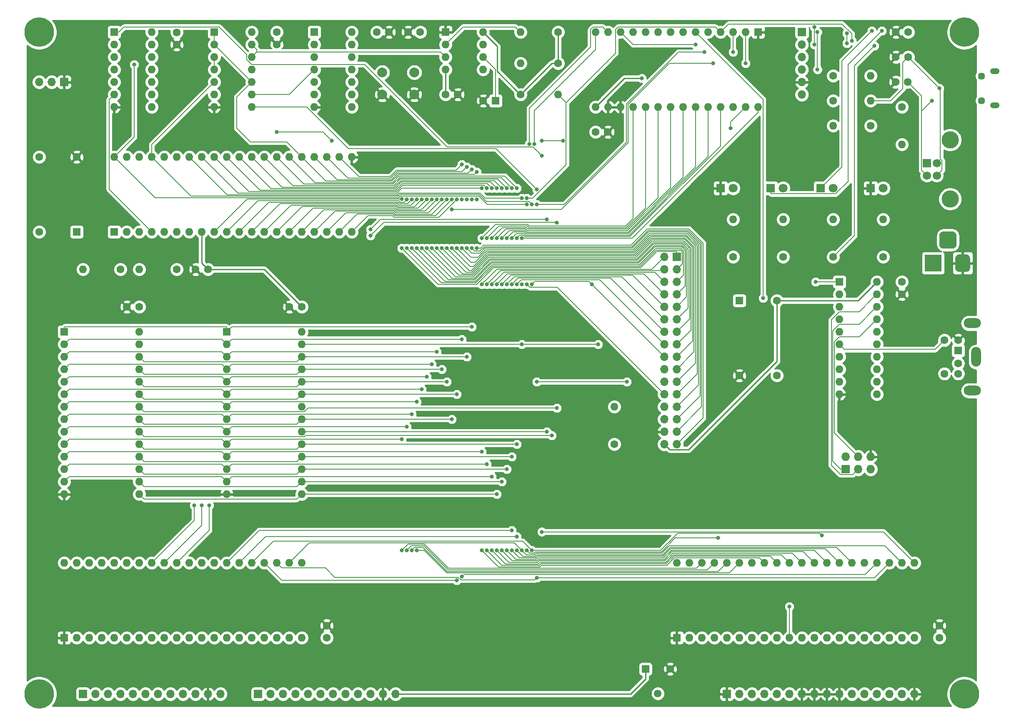
<source format=gbl>
G04 #@! TF.GenerationSoftware,KiCad,Pcbnew,(5.1.5-0-10_14)*
G04 #@! TF.CreationDate,2020-02-22T11:35:28+01:00*
G04 #@! TF.ProjectId,65C02_Computer,36354330-325f-4436-9f6d-70757465722e,rev?*
G04 #@! TF.SameCoordinates,Original*
G04 #@! TF.FileFunction,Copper,L2,Bot*
G04 #@! TF.FilePolarity,Positive*
%FSLAX46Y46*%
G04 Gerber Fmt 4.6, Leading zero omitted, Abs format (unit mm)*
G04 Created by KiCad (PCBNEW (5.1.5-0-10_14)) date 2020-02-22 11:35:28*
%MOMM*%
%LPD*%
G04 APERTURE LIST*
%ADD10O,1.600000X1.600000*%
%ADD11R,1.600000X1.600000*%
%ADD12C,1.600000*%
%ADD13C,1.550000*%
%ADD14R,1.550000X1.550000*%
%ADD15C,3.500000*%
%ADD16C,1.700000*%
%ADD17R,1.700000X1.700000*%
%ADD18C,0.100000*%
%ADD19R,3.500000X3.500000*%
%ADD20O,1.700000X1.700000*%
%ADD21C,6.000000*%
%ADD22C,1.800000*%
%ADD23R,1.800000X1.800000*%
%ADD24C,1.450000*%
%ADD25O,1.900000X1.200000*%
%ADD26O,2.000000X4.000000*%
%ADD27O,3.500000X2.000000*%
%ADD28C,2.000000*%
%ADD29R,1.727200X1.727200*%
%ADD30O,1.727200X1.727200*%
%ADD31C,0.800000*%
%ADD32C,0.228600*%
%ADD33C,0.152400*%
%ADD34C,0.254000*%
G04 APERTURE END LIST*
D10*
X195580000Y-78740000D03*
X187960000Y-101600000D03*
X195580000Y-81280000D03*
X187960000Y-99060000D03*
X195580000Y-83820000D03*
X187960000Y-96520000D03*
X195580000Y-86360000D03*
X187960000Y-93980000D03*
X195580000Y-88900000D03*
X187960000Y-91440000D03*
X195580000Y-91440000D03*
X187960000Y-88900000D03*
X195580000Y-93980000D03*
X187960000Y-86360000D03*
X195580000Y-96520000D03*
X187960000Y-83820000D03*
X195580000Y-99060000D03*
X187960000Y-81280000D03*
X195580000Y-101600000D03*
D11*
X187960000Y-78740000D03*
D12*
X73660000Y-27940000D03*
X73660000Y-30440000D03*
D10*
X200660000Y-50800000D03*
D12*
X200660000Y-43180000D03*
D13*
X151090000Y-162480000D03*
D14*
X148590000Y-157480000D03*
D13*
X153590000Y-157480000D03*
D11*
X171450000Y-27940000D03*
D10*
X138430000Y-43180000D03*
X168910000Y-27940000D03*
X140970000Y-43180000D03*
X166370000Y-27940000D03*
X143510000Y-43180000D03*
X163830000Y-27940000D03*
X146050000Y-43180000D03*
X161290000Y-27940000D03*
X148590000Y-43180000D03*
X158750000Y-27940000D03*
X151130000Y-43180000D03*
X156210000Y-27940000D03*
X153670000Y-43180000D03*
X153670000Y-27940000D03*
X156210000Y-43180000D03*
X151130000Y-27940000D03*
X158750000Y-43180000D03*
X148590000Y-27940000D03*
X161290000Y-43180000D03*
X146050000Y-27940000D03*
X163830000Y-43180000D03*
X143510000Y-27940000D03*
X166370000Y-43180000D03*
X140970000Y-27940000D03*
X168910000Y-43180000D03*
X138430000Y-27940000D03*
X171450000Y-43180000D03*
D15*
X210450000Y-61880000D03*
X210450000Y-49840000D03*
D16*
X207740000Y-54610000D03*
X207740000Y-57110000D03*
X205740000Y-57110000D03*
D17*
X205740000Y-54610000D03*
G04 #@! TA.AperFunction,ComponentPad*
D18*
G36*
X210970765Y-68484213D02*
G01*
X211055704Y-68496813D01*
X211138999Y-68517677D01*
X211219848Y-68546605D01*
X211297472Y-68583319D01*
X211371124Y-68627464D01*
X211440094Y-68678616D01*
X211503718Y-68736282D01*
X211561384Y-68799906D01*
X211612536Y-68868876D01*
X211656681Y-68942528D01*
X211693395Y-69020152D01*
X211722323Y-69101001D01*
X211743187Y-69184296D01*
X211755787Y-69269235D01*
X211760000Y-69355000D01*
X211760000Y-71105000D01*
X211755787Y-71190765D01*
X211743187Y-71275704D01*
X211722323Y-71358999D01*
X211693395Y-71439848D01*
X211656681Y-71517472D01*
X211612536Y-71591124D01*
X211561384Y-71660094D01*
X211503718Y-71723718D01*
X211440094Y-71781384D01*
X211371124Y-71832536D01*
X211297472Y-71876681D01*
X211219848Y-71913395D01*
X211138999Y-71942323D01*
X211055704Y-71963187D01*
X210970765Y-71975787D01*
X210885000Y-71980000D01*
X209135000Y-71980000D01*
X209049235Y-71975787D01*
X208964296Y-71963187D01*
X208881001Y-71942323D01*
X208800152Y-71913395D01*
X208722528Y-71876681D01*
X208648876Y-71832536D01*
X208579906Y-71781384D01*
X208516282Y-71723718D01*
X208458616Y-71660094D01*
X208407464Y-71591124D01*
X208363319Y-71517472D01*
X208326605Y-71439848D01*
X208297677Y-71358999D01*
X208276813Y-71275704D01*
X208264213Y-71190765D01*
X208260000Y-71105000D01*
X208260000Y-69355000D01*
X208264213Y-69269235D01*
X208276813Y-69184296D01*
X208297677Y-69101001D01*
X208326605Y-69020152D01*
X208363319Y-68942528D01*
X208407464Y-68868876D01*
X208458616Y-68799906D01*
X208516282Y-68736282D01*
X208579906Y-68678616D01*
X208648876Y-68627464D01*
X208722528Y-68583319D01*
X208800152Y-68546605D01*
X208881001Y-68517677D01*
X208964296Y-68496813D01*
X209049235Y-68484213D01*
X209135000Y-68480000D01*
X210885000Y-68480000D01*
X210970765Y-68484213D01*
G37*
G04 #@! TD.AperFunction*
G04 #@! TA.AperFunction,ComponentPad*
G36*
X213833513Y-73183611D02*
G01*
X213906318Y-73194411D01*
X213977714Y-73212295D01*
X214047013Y-73237090D01*
X214113548Y-73268559D01*
X214176678Y-73306398D01*
X214235795Y-73350242D01*
X214290330Y-73399670D01*
X214339758Y-73454205D01*
X214383602Y-73513322D01*
X214421441Y-73576452D01*
X214452910Y-73642987D01*
X214477705Y-73712286D01*
X214495589Y-73783682D01*
X214506389Y-73856487D01*
X214510000Y-73930000D01*
X214510000Y-75930000D01*
X214506389Y-76003513D01*
X214495589Y-76076318D01*
X214477705Y-76147714D01*
X214452910Y-76217013D01*
X214421441Y-76283548D01*
X214383602Y-76346678D01*
X214339758Y-76405795D01*
X214290330Y-76460330D01*
X214235795Y-76509758D01*
X214176678Y-76553602D01*
X214113548Y-76591441D01*
X214047013Y-76622910D01*
X213977714Y-76647705D01*
X213906318Y-76665589D01*
X213833513Y-76676389D01*
X213760000Y-76680000D01*
X212260000Y-76680000D01*
X212186487Y-76676389D01*
X212113682Y-76665589D01*
X212042286Y-76647705D01*
X211972987Y-76622910D01*
X211906452Y-76591441D01*
X211843322Y-76553602D01*
X211784205Y-76509758D01*
X211729670Y-76460330D01*
X211680242Y-76405795D01*
X211636398Y-76346678D01*
X211598559Y-76283548D01*
X211567090Y-76217013D01*
X211542295Y-76147714D01*
X211524411Y-76076318D01*
X211513611Y-76003513D01*
X211510000Y-75930000D01*
X211510000Y-73930000D01*
X211513611Y-73856487D01*
X211524411Y-73783682D01*
X211542295Y-73712286D01*
X211567090Y-73642987D01*
X211598559Y-73576452D01*
X211636398Y-73513322D01*
X211680242Y-73454205D01*
X211729670Y-73399670D01*
X211784205Y-73350242D01*
X211843322Y-73306398D01*
X211906452Y-73268559D01*
X211972987Y-73237090D01*
X212042286Y-73212295D01*
X212113682Y-73194411D01*
X212186487Y-73183611D01*
X212260000Y-73180000D01*
X213760000Y-73180000D01*
X213833513Y-73183611D01*
G37*
G04 #@! TD.AperFunction*
D19*
X207010000Y-74930000D03*
D20*
X180340000Y-40640000D03*
X180340000Y-38100000D03*
X180340000Y-35560000D03*
X180340000Y-33020000D03*
X180340000Y-30480000D03*
D17*
X180340000Y-27940000D03*
D10*
X186690000Y-46990000D03*
D12*
X194310000Y-46990000D03*
D11*
X40640000Y-68580000D03*
D10*
X88900000Y-53340000D03*
X43180000Y-68580000D03*
X86360000Y-53340000D03*
X45720000Y-68580000D03*
X83820000Y-53340000D03*
X48260000Y-68580000D03*
X81280000Y-53340000D03*
X50800000Y-68580000D03*
X78740000Y-53340000D03*
X53340000Y-68580000D03*
X76200000Y-53340000D03*
X55880000Y-68580000D03*
X73660000Y-53340000D03*
X58420000Y-68580000D03*
X71120000Y-53340000D03*
X60960000Y-68580000D03*
X68580000Y-53340000D03*
X63500000Y-68580000D03*
X66040000Y-53340000D03*
X66040000Y-68580000D03*
X63500000Y-53340000D03*
X68580000Y-68580000D03*
X60960000Y-53340000D03*
X71120000Y-68580000D03*
X58420000Y-53340000D03*
X73660000Y-68580000D03*
X55880000Y-53340000D03*
X76200000Y-68580000D03*
X53340000Y-53340000D03*
X78740000Y-68580000D03*
X50800000Y-53340000D03*
X81280000Y-68580000D03*
X48260000Y-53340000D03*
X83820000Y-68580000D03*
X45720000Y-53340000D03*
X86360000Y-68580000D03*
X43180000Y-53340000D03*
X88900000Y-68580000D03*
X40640000Y-53340000D03*
X166370000Y-66040000D03*
D12*
X166370000Y-73660000D03*
D10*
X186690000Y-66040000D03*
D12*
X186690000Y-73660000D03*
D10*
X176530000Y-66040000D03*
D12*
X176530000Y-73660000D03*
D10*
X196850000Y-66040000D03*
D12*
X196850000Y-73660000D03*
D10*
X194310000Y-36830000D03*
D12*
X186690000Y-36830000D03*
D10*
X194310000Y-41910000D03*
D12*
X186690000Y-41910000D03*
D20*
X62230000Y-162560000D03*
X59690000Y-162560000D03*
X57150000Y-162560000D03*
X54610000Y-162560000D03*
X52070000Y-162560000D03*
X49530000Y-162560000D03*
X46990000Y-162560000D03*
X44450000Y-162560000D03*
X41910000Y-162560000D03*
X39370000Y-162560000D03*
X36830000Y-162560000D03*
D17*
X34290000Y-162560000D03*
D21*
X25400000Y-162560000D03*
X25400000Y-27940000D03*
X213360000Y-27940000D03*
X213360000Y-162560000D03*
D20*
X203200000Y-162560000D03*
X200660000Y-162560000D03*
X198120000Y-162560000D03*
X195580000Y-162560000D03*
X193040000Y-162560000D03*
X190500000Y-162560000D03*
X187960000Y-162560000D03*
X185420000Y-162560000D03*
X182880000Y-162560000D03*
X180340000Y-162560000D03*
X177800000Y-162560000D03*
X175260000Y-162560000D03*
X172720000Y-162560000D03*
X170180000Y-162560000D03*
X167640000Y-162560000D03*
D17*
X165100000Y-162560000D03*
D12*
X59690000Y-76200000D03*
X57190000Y-76200000D03*
X110450000Y-40640000D03*
X107950000Y-40640000D03*
X43220000Y-83820000D03*
X45720000Y-83820000D03*
X102830000Y-27940000D03*
X100330000Y-27940000D03*
X76240000Y-83820000D03*
X78740000Y-83820000D03*
X200660000Y-81240000D03*
X200660000Y-78740000D03*
D11*
X118110000Y-41910000D03*
D12*
X115610000Y-41910000D03*
X53340000Y-27980000D03*
X53340000Y-30480000D03*
X140930000Y-48260000D03*
X138430000Y-48260000D03*
X83820000Y-151130000D03*
X83820000Y-148630000D03*
X208280000Y-148630000D03*
X208280000Y-151130000D03*
X93980000Y-27940000D03*
X96480000Y-27940000D03*
X199390000Y-38100000D03*
X201890000Y-38100000D03*
X201930000Y-33020000D03*
X199430000Y-33020000D03*
X201930000Y-27940000D03*
X199430000Y-27940000D03*
D22*
X196850000Y-59690000D03*
D23*
X194310000Y-59690000D03*
X184150000Y-59690000D03*
D22*
X186690000Y-59690000D03*
X176530000Y-59690000D03*
D23*
X173990000Y-59690000D03*
X163830000Y-59690000D03*
D22*
X166370000Y-59690000D03*
D17*
X154940000Y-73660000D03*
D20*
X152400000Y-73660000D03*
X154940000Y-76200000D03*
X152400000Y-76200000D03*
X154940000Y-78740000D03*
X152400000Y-78740000D03*
X154940000Y-81280000D03*
X152400000Y-81280000D03*
X154940000Y-83820000D03*
X152400000Y-83820000D03*
X154940000Y-86360000D03*
X152400000Y-86360000D03*
X154940000Y-88900000D03*
X152400000Y-88900000D03*
X154940000Y-91440000D03*
X152400000Y-91440000D03*
X154940000Y-93980000D03*
X152400000Y-93980000D03*
X154940000Y-96520000D03*
X152400000Y-96520000D03*
X154940000Y-99060000D03*
X152400000Y-99060000D03*
X154940000Y-101600000D03*
X152400000Y-101600000D03*
X154940000Y-104140000D03*
X152400000Y-104140000D03*
X154940000Y-106680000D03*
X152400000Y-106680000D03*
X154940000Y-109220000D03*
X152400000Y-109220000D03*
X154940000Y-111760000D03*
X152400000Y-111760000D03*
D24*
X216850500Y-41870000D03*
X216850500Y-36870000D03*
D25*
X219550500Y-42870000D03*
X219550500Y-35870000D03*
D17*
X69850000Y-162560000D03*
D20*
X72390000Y-162560000D03*
X74930000Y-162560000D03*
X77470000Y-162560000D03*
X80010000Y-162560000D03*
X82550000Y-162560000D03*
X85090000Y-162560000D03*
X87630000Y-162560000D03*
X90170000Y-162560000D03*
X92710000Y-162560000D03*
X95250000Y-162560000D03*
X97790000Y-162560000D03*
D26*
X215740000Y-94010000D03*
D12*
X209290000Y-97410000D03*
X209290000Y-90610000D03*
X212090000Y-97410000D03*
X212090000Y-90610000D03*
X212090000Y-95310000D03*
D11*
X212090000Y-92710000D03*
D27*
X214940000Y-87160000D03*
X214940000Y-100860000D03*
D12*
X41910000Y-76200000D03*
D10*
X34290000Y-76200000D03*
X45720000Y-76200000D03*
D12*
X53340000Y-76200000D03*
X130810000Y-27940000D03*
D10*
X123190000Y-27940000D03*
D12*
X142240000Y-111760000D03*
D10*
X142240000Y-104140000D03*
X123190000Y-34290000D03*
D12*
X130810000Y-34290000D03*
D10*
X130810000Y-40640000D03*
D12*
X123190000Y-40640000D03*
D28*
X101600000Y-36140000D03*
X101600000Y-40640000D03*
X95100000Y-36140000D03*
X95100000Y-40640000D03*
D11*
X30480000Y-88900000D03*
D10*
X45720000Y-121920000D03*
X30480000Y-91440000D03*
X45720000Y-119380000D03*
X30480000Y-93980000D03*
X45720000Y-116840000D03*
X30480000Y-96520000D03*
X45720000Y-114300000D03*
X30480000Y-99060000D03*
X45720000Y-111760000D03*
X30480000Y-101600000D03*
X45720000Y-109220000D03*
X30480000Y-104140000D03*
X45720000Y-106680000D03*
X30480000Y-106680000D03*
X45720000Y-104140000D03*
X30480000Y-109220000D03*
X45720000Y-101600000D03*
X30480000Y-111760000D03*
X45720000Y-99060000D03*
X30480000Y-114300000D03*
X45720000Y-96520000D03*
X30480000Y-116840000D03*
X45720000Y-93980000D03*
X30480000Y-119380000D03*
X45720000Y-91440000D03*
X30480000Y-121920000D03*
X45720000Y-88900000D03*
X78740000Y-88900000D03*
X63500000Y-121920000D03*
X78740000Y-91440000D03*
X63500000Y-119380000D03*
X78740000Y-93980000D03*
X63500000Y-116840000D03*
X78740000Y-96520000D03*
X63500000Y-114300000D03*
X78740000Y-99060000D03*
X63500000Y-111760000D03*
X78740000Y-101600000D03*
X63500000Y-109220000D03*
X78740000Y-104140000D03*
X63500000Y-106680000D03*
X78740000Y-106680000D03*
X63500000Y-104140000D03*
X78740000Y-109220000D03*
X63500000Y-101600000D03*
X78740000Y-111760000D03*
X63500000Y-99060000D03*
X78740000Y-114300000D03*
X63500000Y-96520000D03*
X78740000Y-116840000D03*
X63500000Y-93980000D03*
X78740000Y-119380000D03*
X63500000Y-91440000D03*
X78740000Y-121920000D03*
D11*
X63500000Y-88900000D03*
X60960000Y-27940000D03*
D10*
X68580000Y-43180000D03*
X60960000Y-30480000D03*
X68580000Y-40640000D03*
X60960000Y-33020000D03*
X68580000Y-38100000D03*
X60960000Y-35560000D03*
X68580000Y-35560000D03*
X60960000Y-38100000D03*
X68580000Y-33020000D03*
X60960000Y-40640000D03*
X68580000Y-30480000D03*
X60960000Y-43180000D03*
X68580000Y-27940000D03*
D11*
X81280000Y-27940000D03*
D10*
X88900000Y-43180000D03*
X81280000Y-30480000D03*
X88900000Y-40640000D03*
X81280000Y-33020000D03*
X88900000Y-38100000D03*
X81280000Y-35560000D03*
X88900000Y-35560000D03*
X81280000Y-38100000D03*
X88900000Y-33020000D03*
X81280000Y-40640000D03*
X88900000Y-30480000D03*
X81280000Y-43180000D03*
X88900000Y-27940000D03*
D11*
X107950000Y-27940000D03*
D10*
X115570000Y-35560000D03*
X107950000Y-30480000D03*
X115570000Y-33020000D03*
X107950000Y-33020000D03*
X115570000Y-30480000D03*
X107950000Y-35560000D03*
X115570000Y-27940000D03*
X48260000Y-27940000D03*
X40640000Y-43180000D03*
X48260000Y-30480000D03*
X40640000Y-40640000D03*
X48260000Y-33020000D03*
X40640000Y-38100000D03*
X48260000Y-35560000D03*
X40640000Y-35560000D03*
X48260000Y-38100000D03*
X40640000Y-33020000D03*
X48260000Y-40640000D03*
X40640000Y-30480000D03*
X48260000Y-43180000D03*
D11*
X40640000Y-27940000D03*
D10*
X154940000Y-135890000D03*
X203200000Y-151130000D03*
X157480000Y-135890000D03*
X200660000Y-151130000D03*
X160020000Y-135890000D03*
X198120000Y-151130000D03*
X162560000Y-135890000D03*
X195580000Y-151130000D03*
X165100000Y-135890000D03*
X193040000Y-151130000D03*
X167640000Y-135890000D03*
X190500000Y-151130000D03*
X170180000Y-135890000D03*
X187960000Y-151130000D03*
X172720000Y-135890000D03*
X185420000Y-151130000D03*
X175260000Y-135890000D03*
X182880000Y-151130000D03*
X177800000Y-135890000D03*
X180340000Y-151130000D03*
X180340000Y-135890000D03*
X177800000Y-151130000D03*
X182880000Y-135890000D03*
X175260000Y-151130000D03*
X185420000Y-135890000D03*
X172720000Y-151130000D03*
X187960000Y-135890000D03*
X170180000Y-151130000D03*
X190500000Y-135890000D03*
X167640000Y-151130000D03*
X193040000Y-135890000D03*
X165100000Y-151130000D03*
X195580000Y-135890000D03*
X162560000Y-151130000D03*
X198120000Y-135890000D03*
X160020000Y-151130000D03*
X200660000Y-135890000D03*
X157480000Y-151130000D03*
X203200000Y-135890000D03*
D11*
X154940000Y-151130000D03*
X30480000Y-151130000D03*
D10*
X78740000Y-135890000D03*
X33020000Y-151130000D03*
X76200000Y-135890000D03*
X35560000Y-151130000D03*
X73660000Y-135890000D03*
X38100000Y-151130000D03*
X71120000Y-135890000D03*
X40640000Y-151130000D03*
X68580000Y-135890000D03*
X43180000Y-151130000D03*
X66040000Y-135890000D03*
X45720000Y-151130000D03*
X63500000Y-135890000D03*
X48260000Y-151130000D03*
X60960000Y-135890000D03*
X50800000Y-151130000D03*
X58420000Y-135890000D03*
X53340000Y-151130000D03*
X55880000Y-135890000D03*
X55880000Y-151130000D03*
X53340000Y-135890000D03*
X58420000Y-151130000D03*
X50800000Y-135890000D03*
X60960000Y-151130000D03*
X48260000Y-135890000D03*
X63500000Y-151130000D03*
X45720000Y-135890000D03*
X66040000Y-151130000D03*
X43180000Y-135890000D03*
X68580000Y-151130000D03*
X40640000Y-135890000D03*
X71120000Y-151130000D03*
X38100000Y-135890000D03*
X73660000Y-151130000D03*
X35560000Y-135890000D03*
X76200000Y-151130000D03*
X33020000Y-135890000D03*
X78740000Y-151130000D03*
X30480000Y-135890000D03*
D12*
X33020000Y-53340000D03*
X25400000Y-53340000D03*
X25400000Y-68580000D03*
D11*
X33020000Y-68580000D03*
X167640000Y-82550000D03*
D12*
X175260000Y-82550000D03*
X175260000Y-97790000D03*
X167640000Y-97790000D03*
D17*
X30480000Y-38100000D03*
D20*
X27940000Y-38100000D03*
X25400000Y-38100000D03*
D29*
X189230000Y-116840000D03*
D30*
X189230000Y-114300000D03*
X191770000Y-116840000D03*
X191770000Y-114300000D03*
X194310000Y-116840000D03*
X194310000Y-114300000D03*
D31*
X147828000Y-37338000D03*
X194564000Y-27686000D03*
X196596000Y-27686000D03*
X177800000Y-144780000D03*
X125476000Y-62992000D03*
X125476000Y-79248000D03*
X125476000Y-133350000D03*
X184404000Y-130302000D03*
X137668000Y-79248000D03*
X165862000Y-47498000D03*
X99060000Y-61925200D03*
X99060000Y-110744000D03*
X99060000Y-71881998D03*
X99060000Y-133350000D03*
X124968000Y-50679400D03*
X100076000Y-61976000D03*
X100076000Y-108204000D03*
X100076008Y-71882000D03*
X100076000Y-133350000D03*
X125949422Y-50718939D03*
X101092000Y-61976000D03*
X101092000Y-105664000D03*
X101091996Y-71882000D03*
X101092000Y-133350000D03*
X102108000Y-61976000D03*
X102108000Y-103124000D03*
X102108000Y-71882000D03*
X102108000Y-133350000D03*
X103124000Y-61976000D03*
X103124000Y-100584000D03*
X103124000Y-71882002D03*
X104140000Y-61976000D03*
X104140000Y-98044000D03*
X104140000Y-71882000D03*
X105156000Y-61976000D03*
X105156000Y-95504000D03*
X105156000Y-71882004D03*
X106172000Y-61976000D03*
X106172000Y-92964000D03*
X106172000Y-71882004D03*
X107188000Y-61976000D03*
X107188000Y-96520000D03*
X107188000Y-71881996D03*
X108204000Y-61976000D03*
X108204000Y-99060000D03*
X108204000Y-71882000D03*
X109220000Y-61976000D03*
X109220000Y-106680000D03*
X109220000Y-71882000D03*
X109220000Y-64008000D03*
X162306000Y-34290000D03*
X168910000Y-34290000D03*
X110236000Y-61976000D03*
X110236000Y-101600000D03*
X110236000Y-71882000D03*
X110236000Y-139446000D03*
X111252000Y-61976000D03*
X111252000Y-54864000D03*
X111252000Y-71881998D03*
X111272653Y-138663347D03*
X111252000Y-90424000D03*
X112268000Y-61976000D03*
X112268000Y-55372000D03*
X112268000Y-93980000D03*
X112268000Y-71882000D03*
X113284000Y-61976000D03*
X113284000Y-55880000D03*
X113284000Y-87884000D03*
X113284000Y-71882000D03*
X114300000Y-61976000D03*
X114300000Y-56388000D03*
X114300000Y-71882000D03*
X115316000Y-59690000D03*
X115316000Y-113284000D03*
X56896000Y-124206000D03*
X115316000Y-79248000D03*
X115316000Y-69850000D03*
X115316000Y-133350000D03*
X116332000Y-59690000D03*
X116332000Y-115824000D03*
X58420000Y-124206000D03*
X116332000Y-79248000D03*
X116332000Y-69850000D03*
X116332000Y-133350000D03*
X117348000Y-59690000D03*
X117348000Y-118364000D03*
X59944000Y-124206000D03*
X117348000Y-79248000D03*
X117348000Y-69850000D03*
X117348000Y-133350000D03*
X118364000Y-59690000D03*
X118364000Y-121920000D03*
X118364000Y-79248000D03*
X118364000Y-69850000D03*
X118364000Y-133350000D03*
X119380000Y-59690000D03*
X119380000Y-119380000D03*
X119380000Y-79248000D03*
X119380000Y-69850000D03*
X119380000Y-133350000D03*
X120396000Y-59690000D03*
X120396000Y-116840000D03*
X120396000Y-79248000D03*
X120396000Y-69850000D03*
X120396000Y-133350000D03*
X121412000Y-59690000D03*
X121412000Y-114300000D03*
X121412000Y-79248000D03*
X121412000Y-69850000D03*
X121412000Y-133350000D03*
X121412000Y-129286000D03*
X122428000Y-59690000D03*
X122428000Y-111760000D03*
X122428000Y-79248000D03*
X122428000Y-69850000D03*
X122428000Y-133350000D03*
X122428000Y-130556000D03*
X123444000Y-61722000D03*
X123444000Y-91440000D03*
X123444000Y-79248000D03*
X138938000Y-91440000D03*
X123444000Y-69850000D03*
X123444000Y-133350000D03*
X126492000Y-99060000D03*
X126492000Y-138938000D03*
X126492000Y-62992000D03*
X126492000Y-59944000D03*
X144780000Y-99060000D03*
X160528000Y-32004000D03*
X166370000Y-32004000D03*
X124460000Y-62992000D03*
X124460000Y-79248000D03*
X124460000Y-133350000D03*
X163322000Y-130810000D03*
X183134000Y-78740000D03*
X124460000Y-61722000D03*
X190500000Y-29718000D03*
X44704000Y-34544000D03*
X84836000Y-50038000D03*
X127508000Y-50038000D03*
X131826000Y-50038000D03*
X73660000Y-48260000D03*
X189484000Y-30226000D03*
X189484000Y-28194000D03*
X195072000Y-30734000D03*
X129540000Y-109982000D03*
X130556000Y-104394000D03*
X92710000Y-69342000D03*
X130556000Y-66675000D03*
X128524000Y-109220000D03*
X92710000Y-68072000D03*
X128524000Y-66040000D03*
X127508000Y-129590800D03*
X127508000Y-53086000D03*
X158750000Y-30480000D03*
X182880000Y-26924000D03*
X182880000Y-30480000D03*
X183515000Y-35560000D03*
X183515000Y-27940000D03*
X172478601Y-82042000D03*
X208280000Y-39370000D03*
X206756000Y-41910000D03*
D32*
X97790000Y-162560000D02*
X145529600Y-162560000D01*
X191973299Y-82346701D02*
X195580000Y-78740000D01*
X148590000Y-159499600D02*
X148590000Y-157480000D01*
X145529600Y-162560000D02*
X148590000Y-159499600D01*
X194513299Y-79806701D02*
X194780001Y-79539999D01*
X194780001Y-79539999D02*
X195580000Y-78740000D01*
X153516701Y-112876701D02*
X152400000Y-111760000D01*
X157324581Y-112876701D02*
X153516701Y-112876701D01*
X175260000Y-94941282D02*
X157324581Y-112876701D01*
X175260000Y-82550000D02*
X175260000Y-94941282D01*
X191770000Y-82550000D02*
X195580000Y-78740000D01*
X175260000Y-82550000D02*
X191770000Y-82550000D01*
X129540000Y-34290000D02*
X130810000Y-34290000D01*
X123190000Y-40640000D02*
X129540000Y-34290000D01*
X130810000Y-33158630D02*
X130810000Y-27940000D01*
X130810000Y-34290000D02*
X130810000Y-33158630D01*
X107950000Y-40640000D02*
X107950000Y-35560000D01*
X138430000Y-43180000D02*
X144272000Y-37338000D01*
X144272000Y-37338000D02*
X147828000Y-37338000D01*
X58420000Y-74930000D02*
X59690000Y-76200000D01*
X58420000Y-68580000D02*
X58420000Y-74930000D01*
X71120000Y-76200000D02*
X78740000Y-83820000D01*
X59690000Y-76200000D02*
X71120000Y-76200000D01*
X118452910Y-35902910D02*
X122390001Y-39840001D01*
X118452910Y-30822910D02*
X118452910Y-35902910D01*
X122390001Y-39840001D02*
X123190000Y-40640000D01*
X115570000Y-27940000D02*
X118452910Y-30822910D01*
D33*
X122390001Y-27140001D02*
X123190000Y-27940000D01*
X122161399Y-26911399D02*
X122390001Y-27140001D01*
X111518601Y-26911399D02*
X122161399Y-26911399D01*
X107950000Y-30480000D02*
X111518601Y-26911399D01*
X188468000Y-55372000D02*
X184150000Y-59690000D01*
X188468000Y-33782000D02*
X188468000Y-55372000D01*
X194564000Y-27686000D02*
X188468000Y-33782000D01*
X173990000Y-60742400D02*
X173990000Y-59690000D01*
X187231729Y-60818601D02*
X174066201Y-60818601D01*
X189738000Y-58312330D02*
X187231729Y-60818601D01*
X174066201Y-60818601D02*
X173990000Y-60742400D01*
X189738000Y-34544000D02*
X189738000Y-58312330D01*
X196596000Y-27686000D02*
X189738000Y-34544000D01*
X177800000Y-144780000D02*
X177800000Y-151130000D01*
X124847399Y-62363399D02*
X125476000Y-62992000D01*
X98308334Y-61315470D02*
X98632015Y-60991789D01*
X56235470Y-61315470D02*
X98308334Y-61315470D01*
X48260000Y-53340000D02*
X56235470Y-61315470D01*
X98632015Y-60991789D02*
X114848526Y-60991790D01*
X116220135Y-62363399D02*
X124847399Y-62363399D01*
X114848526Y-60991790D02*
X116220135Y-62363399D01*
X137668000Y-79248000D02*
X152400000Y-93980000D01*
X137039400Y-78619400D02*
X137668000Y-79248000D01*
X126104600Y-78619400D02*
X137039400Y-78619400D01*
X125476000Y-79248000D02*
X126104600Y-78619400D01*
X48260000Y-50800000D02*
X60960000Y-38100000D01*
X48260000Y-53340000D02*
X48260000Y-50800000D01*
X184283399Y-130181399D02*
X184404000Y-130302000D01*
X184004001Y-129902001D02*
X184404000Y-130302000D01*
X155095009Y-129902001D02*
X184004001Y-129902001D01*
X151647010Y-133350000D02*
X155095009Y-129902001D01*
X125476000Y-133350000D02*
X151647010Y-133350000D01*
X123628160Y-131502160D02*
X125476000Y-133350000D01*
X72967840Y-131502160D02*
X123628160Y-131502160D01*
X68580000Y-135890000D02*
X72967840Y-131502160D01*
X165862000Y-46228000D02*
X168910000Y-43180000D01*
X165862000Y-47498000D02*
X165862000Y-46228000D01*
X60960000Y-68580000D02*
X67614910Y-61925090D01*
X99059890Y-61925090D02*
X99060000Y-61925200D01*
X67614910Y-61925090D02*
X99059890Y-61925090D01*
X99047399Y-110731399D02*
X99060000Y-110744000D01*
X64528601Y-110731399D02*
X99047399Y-110731399D01*
X63500000Y-111760000D02*
X64528601Y-110731399D01*
X62471399Y-110731399D02*
X63500000Y-111760000D01*
X31508601Y-110731399D02*
X62471399Y-110731399D01*
X30480000Y-111760000D02*
X31508601Y-110731399D01*
X154863799Y-72581399D02*
X154940000Y-72657600D01*
X150868712Y-72581399D02*
X154863799Y-72581399D01*
X147574000Y-75876111D02*
X150868712Y-72581399D01*
X99459999Y-72281999D02*
X106426000Y-79248000D01*
X114300000Y-79248000D02*
X117671889Y-75876111D01*
X117671889Y-75876111D02*
X147574000Y-75876111D01*
X154940000Y-72657600D02*
X154940000Y-73660000D01*
X106426000Y-79248000D02*
X114300000Y-79248000D01*
X99060000Y-71881998D02*
X99459999Y-72281999D01*
X158883305Y-137026695D02*
X159004000Y-136906000D01*
X108578695Y-137026695D02*
X158883305Y-137026695D01*
X100298221Y-132111779D02*
X103663779Y-132111779D01*
X103663779Y-132111779D02*
X108578695Y-137026695D01*
X160020000Y-135890000D02*
X159004000Y-136906000D01*
X159004000Y-136906000D02*
X158991399Y-136918601D01*
X99060000Y-133350000D02*
X100298221Y-132111779D01*
X139941399Y-26911399D02*
X140170001Y-27140001D01*
X137936271Y-26911399D02*
X139941399Y-26911399D01*
X137401399Y-27446271D02*
X137936271Y-26911399D01*
X140170001Y-27140001D02*
X140970000Y-27940000D01*
X137401399Y-31000601D02*
X137401399Y-27446271D01*
X124968000Y-43434000D02*
X137401399Y-31000601D01*
X124968000Y-50679400D02*
X124968000Y-43434000D01*
X69850100Y-62229900D02*
X98434370Y-62229900D01*
X63500000Y-68580000D02*
X69850100Y-62229900D01*
X99498199Y-62553801D02*
X100076000Y-61976000D01*
X98758271Y-62553801D02*
X99498199Y-62553801D01*
X98434370Y-62229900D02*
X98758271Y-62553801D01*
X100063399Y-108191399D02*
X100076000Y-108204000D01*
X64528601Y-108191399D02*
X100063399Y-108191399D01*
X63500000Y-109220000D02*
X64528601Y-108191399D01*
X62471399Y-108191399D02*
X63500000Y-109220000D01*
X31508601Y-108191399D02*
X62471399Y-108191399D01*
X30480000Y-109220000D02*
X31508601Y-108191399D01*
X156018601Y-75121399D02*
X154940000Y-76200000D01*
X156018601Y-72627119D02*
X156018601Y-75121399D01*
X155668071Y-72276589D02*
X156018601Y-72627119D01*
X150723600Y-72276589D02*
X155668071Y-72276589D01*
X147421600Y-75571301D02*
X150723600Y-72276589D01*
X117545633Y-75571301D02*
X147421600Y-75571301D01*
X114173744Y-78943190D02*
X117545633Y-75571301D01*
X107137198Y-78943190D02*
X114173744Y-78943190D01*
X100076008Y-71882000D02*
X107137198Y-78943190D01*
X161118495Y-137331505D02*
X161290000Y-137160000D01*
X161226589Y-137223411D02*
X161290000Y-137160000D01*
X103537523Y-132416589D02*
X108452439Y-137331505D01*
X101009411Y-132416589D02*
X103537523Y-132416589D01*
X161290000Y-137160000D02*
X162560000Y-135890000D01*
X108452439Y-137331505D02*
X161118495Y-137331505D01*
X100076000Y-133350000D02*
X101009411Y-132416589D01*
X125949422Y-43978248D02*
X135574259Y-34353411D01*
X125949422Y-50718939D02*
X125949422Y-43978248D01*
X135574259Y-34353411D02*
X135574259Y-34351741D01*
X138430000Y-31496000D02*
X138430000Y-27940000D01*
X135574259Y-34351741D02*
X138430000Y-31496000D01*
X100209389Y-62858611D02*
X101092000Y-61976000D01*
X98308114Y-62534710D02*
X98632015Y-62858611D01*
X98632015Y-62858611D02*
X100209389Y-62858611D01*
X72085290Y-62534710D02*
X98308114Y-62534710D01*
X66040000Y-68580000D02*
X72085290Y-62534710D01*
X101079399Y-105651399D02*
X101092000Y-105664000D01*
X64528601Y-105651399D02*
X101079399Y-105651399D01*
X63500000Y-106680000D02*
X64528601Y-105651399D01*
X62471399Y-105651399D02*
X63500000Y-106680000D01*
X31508601Y-105651399D02*
X62471399Y-105651399D01*
X30480000Y-106680000D02*
X31508601Y-105651399D01*
X156323411Y-77356589D02*
X154940000Y-78740000D01*
X156323411Y-72500863D02*
X156323411Y-77356589D01*
X155794328Y-71971780D02*
X156323411Y-72500863D01*
X150597542Y-71971779D02*
X155794328Y-71971780D01*
X117419377Y-75266491D02*
X147295541Y-75266491D01*
X147295541Y-75266491D02*
X150597542Y-71971779D01*
X114047488Y-78638380D02*
X117419377Y-75266491D01*
X107848376Y-78638380D02*
X114047488Y-78638380D01*
X101091996Y-71882000D02*
X107848376Y-78638380D01*
X163353685Y-137636315D02*
X165100000Y-135890000D01*
X108326183Y-137636315D02*
X163353685Y-137636315D01*
X103411267Y-132721399D02*
X108326183Y-137636315D01*
X101720601Y-132721399D02*
X103411267Y-132721399D01*
X101092000Y-133350000D02*
X101720601Y-132721399D01*
X74320480Y-62839520D02*
X98181858Y-62839520D01*
X100920579Y-63163421D02*
X102108000Y-61976000D01*
X98505759Y-63163421D02*
X100920579Y-63163421D01*
X98181858Y-62839520D02*
X98505759Y-63163421D01*
X68580000Y-68580000D02*
X74320480Y-62839520D01*
X63500000Y-104140000D02*
X64528601Y-103111399D01*
X102095399Y-103111399D02*
X102108000Y-103124000D01*
X64528601Y-103111399D02*
X102095399Y-103111399D01*
X62471399Y-103111399D02*
X63500000Y-104140000D01*
X31508601Y-103111399D02*
X62471399Y-103111399D01*
X30480000Y-104140000D02*
X31508601Y-103111399D01*
X102108000Y-71882000D02*
X108559570Y-78333570D01*
X113921232Y-78333570D02*
X117293121Y-74961681D01*
X108559570Y-78333570D02*
X113921232Y-78333570D01*
X117293121Y-74961681D02*
X147169482Y-74961681D01*
X156628221Y-79591779D02*
X154940000Y-81280000D01*
X156628221Y-72374607D02*
X156628221Y-79591779D01*
X150464192Y-71666971D02*
X155920585Y-71666971D01*
X155920585Y-71666971D02*
X156628221Y-72374607D01*
X147169482Y-74961681D02*
X150464192Y-71666971D01*
X165588875Y-137941125D02*
X167640000Y-135890000D01*
X108199927Y-137941125D02*
X165588875Y-137941125D01*
X103608802Y-133350000D02*
X108199927Y-137941125D01*
X102108000Y-133350000D02*
X103608802Y-133350000D01*
X101631769Y-63468231D02*
X103124000Y-61976000D01*
X98379503Y-63468231D02*
X101631769Y-63468231D01*
X71120000Y-68580000D02*
X76555670Y-63144330D01*
X98055602Y-63144330D02*
X98379503Y-63468231D01*
X76555670Y-63144330D02*
X98055602Y-63144330D01*
X103111399Y-100571399D02*
X103124000Y-100584000D01*
X64528601Y-100571399D02*
X103111399Y-100571399D01*
X63500000Y-101600000D02*
X64528601Y-100571399D01*
X62471399Y-100571399D02*
X63500000Y-101600000D01*
X31508601Y-100571399D02*
X62471399Y-100571399D01*
X30480000Y-101600000D02*
X31508601Y-100571399D01*
X103124000Y-71882002D02*
X109270758Y-78028760D01*
X109270758Y-78028760D02*
X113794976Y-78028760D01*
X113794976Y-78028760D02*
X117166865Y-74656871D01*
X117166865Y-74656871D02*
X147043226Y-74656871D01*
X156933031Y-81826969D02*
X154940000Y-83820000D01*
X156933031Y-72248351D02*
X156933031Y-81826969D01*
X156046842Y-71362162D02*
X156933031Y-72248351D01*
X150337936Y-71362161D02*
X156046842Y-71362162D01*
X147043226Y-74656871D02*
X150337936Y-71362161D01*
X102342959Y-63773041D02*
X104140000Y-61976000D01*
X97929346Y-63449140D02*
X98253247Y-63773041D01*
X98253247Y-63773041D02*
X102342959Y-63773041D01*
X78790860Y-63449140D02*
X97929346Y-63449140D01*
X73660000Y-68580000D02*
X78790860Y-63449140D01*
X104127399Y-98031399D02*
X104140000Y-98044000D01*
X64528601Y-98031399D02*
X104127399Y-98031399D01*
X63500000Y-99060000D02*
X64528601Y-98031399D01*
X31508601Y-98031399D02*
X62471399Y-98031399D01*
X62471399Y-98031399D02*
X63500000Y-99060000D01*
X30480000Y-99060000D02*
X31508601Y-98031399D01*
X104140000Y-71882000D02*
X109981950Y-77723950D01*
X109981950Y-77723950D02*
X113668720Y-77723950D01*
X117040609Y-74352061D02*
X146916970Y-74352061D01*
X113668720Y-77723950D02*
X117040609Y-74352061D01*
X157237841Y-84062159D02*
X154940000Y-86360000D01*
X157237841Y-72122095D02*
X157237841Y-84062159D01*
X156173099Y-71057353D02*
X157237841Y-72122095D01*
X150211681Y-71057352D02*
X156173099Y-71057353D01*
X146916970Y-74352061D02*
X150211681Y-71057352D01*
X103054149Y-64077851D02*
X105156000Y-61976000D01*
X98126991Y-64077851D02*
X103054149Y-64077851D01*
X97803090Y-63753950D02*
X98126991Y-64077851D01*
X81026050Y-63753950D02*
X97803090Y-63753950D01*
X76200000Y-68580000D02*
X81026050Y-63753950D01*
X105143399Y-95491399D02*
X105156000Y-95504000D01*
X63500000Y-96520000D02*
X64528601Y-95491399D01*
X64528601Y-95491399D02*
X105143399Y-95491399D01*
X62471399Y-95491399D02*
X63500000Y-96520000D01*
X31508601Y-95491399D02*
X62471399Y-95491399D01*
X30480000Y-96520000D02*
X31508601Y-95491399D01*
X105156000Y-71882004D02*
X110693136Y-77419140D01*
X110693136Y-77419140D02*
X113542464Y-77419140D01*
X113542464Y-77419140D02*
X116914353Y-74047251D01*
X116914353Y-74047251D02*
X146790714Y-74047251D01*
X157542651Y-86297349D02*
X154940000Y-88900000D01*
X156299356Y-70752544D02*
X157542651Y-71995839D01*
X157542651Y-71995839D02*
X157542651Y-86297349D01*
X150085426Y-70752543D02*
X156299356Y-70752544D01*
X146790714Y-74047251D02*
X150085426Y-70752543D01*
X103765339Y-64382661D02*
X106172000Y-61976000D01*
X97676834Y-64058760D02*
X98000735Y-64382661D01*
X83261240Y-64058760D02*
X97676834Y-64058760D01*
X98000735Y-64382661D02*
X103765339Y-64382661D01*
X78740000Y-68580000D02*
X83261240Y-64058760D01*
X63500000Y-93980000D02*
X64008000Y-93472000D01*
X106159399Y-92951399D02*
X106172000Y-92964000D01*
X64528601Y-92951399D02*
X106159399Y-92951399D01*
X64008000Y-93472000D02*
X64528601Y-92951399D01*
X62471399Y-92951399D02*
X63500000Y-93980000D01*
X31508601Y-92951399D02*
X62471399Y-92951399D01*
X30480000Y-93980000D02*
X31508601Y-92951399D01*
X106172000Y-71882004D02*
X111404326Y-77114330D01*
X111404326Y-77114330D02*
X113416208Y-77114330D01*
X113416208Y-77114330D02*
X116788097Y-73742441D01*
X116788097Y-73742441D02*
X146664458Y-73742441D01*
X157847461Y-88532539D02*
X154940000Y-91440000D01*
X157847461Y-71869583D02*
X157847461Y-88532539D01*
X156425613Y-70447735D02*
X157847461Y-71869583D01*
X149959171Y-70447734D02*
X156425613Y-70447735D01*
X146664458Y-73742441D02*
X149959171Y-70447734D01*
X104476529Y-64687471D02*
X107188000Y-61976000D01*
X97874479Y-64687471D02*
X104476529Y-64687471D01*
X97550578Y-64363570D02*
X97874479Y-64687471D01*
X85496430Y-64363570D02*
X97550578Y-64363570D01*
X81280000Y-68580000D02*
X85496430Y-64363570D01*
X78740000Y-96520000D02*
X107188000Y-96520000D01*
X77711399Y-97548601D02*
X78740000Y-96520000D01*
X46748601Y-97548601D02*
X77711399Y-97548601D01*
X45720000Y-96520000D02*
X46748601Y-97548601D01*
X107188000Y-71881996D02*
X112115524Y-76809520D01*
X113289952Y-76809520D02*
X116661841Y-73437631D01*
X112115524Y-76809520D02*
X113289952Y-76809520D01*
X116661841Y-73437631D02*
X146538202Y-73437631D01*
X158152271Y-90767729D02*
X154940000Y-93980000D01*
X158152271Y-71743327D02*
X158152271Y-90767729D01*
X156551870Y-70142926D02*
X158152271Y-71743327D01*
X149832916Y-70142925D02*
X156551870Y-70142926D01*
X146538202Y-73437631D02*
X149832916Y-70142925D01*
X105187719Y-64992281D02*
X108204000Y-61976000D01*
X97424322Y-64668380D02*
X97748223Y-64992281D01*
X97748223Y-64992281D02*
X105187719Y-64992281D01*
X87731620Y-64668380D02*
X97424322Y-64668380D01*
X83820000Y-68580000D02*
X87731620Y-64668380D01*
X78740000Y-99060000D02*
X108204000Y-99060000D01*
X77711399Y-100088601D02*
X78740000Y-99060000D01*
X46748601Y-100088601D02*
X77711399Y-100088601D01*
X45720000Y-99060000D02*
X46748601Y-100088601D01*
X158457081Y-93002919D02*
X154940000Y-96520000D01*
X156678127Y-69838117D02*
X158457081Y-71617071D01*
X149706661Y-69838116D02*
X156678127Y-69838117D01*
X116535585Y-73132821D02*
X146411947Y-73132821D01*
X113198403Y-76470003D02*
X116535585Y-73132821D01*
X112792003Y-76470003D02*
X113198403Y-76470003D01*
X158457081Y-71617071D02*
X158457081Y-93002919D01*
X146411947Y-73132821D02*
X149706661Y-69838116D01*
X108204000Y-71882000D02*
X112792003Y-76470003D01*
X97298066Y-64973190D02*
X97621967Y-65297091D01*
X97621967Y-65297091D02*
X105898909Y-65297091D01*
X89966810Y-64973190D02*
X97298066Y-64973190D01*
X105898909Y-65297091D02*
X109220000Y-61976000D01*
X86360000Y-68580000D02*
X89966810Y-64973190D01*
X78740000Y-106680000D02*
X109220000Y-106680000D01*
X77711399Y-107708601D02*
X78740000Y-106680000D01*
X46748601Y-107708601D02*
X77711399Y-107708601D01*
X45720000Y-106680000D02*
X46748601Y-107708601D01*
X158761891Y-95238109D02*
X154940000Y-99060000D01*
X158761891Y-71490815D02*
X158761891Y-95238109D01*
X156804384Y-69533308D02*
X158761891Y-71490815D01*
X149580406Y-69533307D02*
X156804384Y-69533308D01*
X146285692Y-72828011D02*
X149580406Y-69533307D01*
X116409329Y-72828011D02*
X146285692Y-72828011D01*
X113617870Y-75619470D02*
X116409329Y-72828011D01*
X112957470Y-75619470D02*
X113617870Y-75619470D01*
X109220000Y-71882000D02*
X112957470Y-75619470D01*
X109220000Y-64008000D02*
X131495066Y-64008000D01*
X153417670Y-34290000D02*
X162306000Y-34290000D01*
X145021399Y-42686271D02*
X153417670Y-34290000D01*
X131495066Y-64008000D02*
X145021399Y-50481667D01*
X145021399Y-50481667D02*
X145021399Y-42686271D01*
X168910000Y-34290000D02*
X168910000Y-27940000D01*
X106610099Y-65601901D02*
X110236000Y-61976000D01*
X92202000Y-65278000D02*
X97171810Y-65278000D01*
X88900000Y-68580000D02*
X92202000Y-65278000D01*
X97495711Y-65601901D02*
X106610099Y-65601901D01*
X97171810Y-65278000D02*
X97495711Y-65601901D01*
X78740000Y-101600000D02*
X110236000Y-101600000D01*
X46748601Y-102628601D02*
X77711399Y-102628601D01*
X77711399Y-102628601D02*
X78740000Y-101600000D01*
X45720000Y-101600000D02*
X46748601Y-102628601D01*
X159066701Y-97473299D02*
X154940000Y-101600000D01*
X156930641Y-69228499D02*
X159066701Y-71364559D01*
X149454151Y-69228498D02*
X156930641Y-69228499D01*
X116198799Y-72523201D02*
X146159437Y-72523201D01*
X113995200Y-74726800D02*
X116198799Y-72523201D01*
X159066701Y-71364559D02*
X159066701Y-97473299D01*
X146159437Y-72523201D02*
X149454151Y-69228498D01*
X113080800Y-74726800D02*
X113995200Y-74726800D01*
X110236000Y-71882000D02*
X113080800Y-74726800D01*
X74676000Y-139446000D02*
X110236000Y-139446000D01*
X71120000Y-135890000D02*
X74676000Y-139446000D01*
X98006648Y-56013299D02*
X110102701Y-56013299D01*
X96667007Y-57352940D02*
X98006648Y-56013299D01*
X110102701Y-56013299D02*
X111252000Y-54864000D01*
X90372940Y-57352940D02*
X96667007Y-57352940D01*
X86360000Y-53340000D02*
X90372940Y-57352940D01*
X62471399Y-90411399D02*
X63500000Y-91440000D01*
X31508601Y-90411399D02*
X62471399Y-90411399D01*
X30480000Y-91440000D02*
X31508601Y-90411399D01*
X111252000Y-71881998D02*
X113119269Y-73749267D01*
X114541667Y-73749267D02*
X116072543Y-72218391D01*
X113119269Y-73749267D02*
X114541667Y-73749267D01*
X116072543Y-72218391D02*
X146033182Y-72218391D01*
X159371511Y-99708489D02*
X154940000Y-104140000D01*
X159371511Y-71238303D02*
X159371511Y-99708489D01*
X157056898Y-68923690D02*
X159371511Y-71238303D01*
X149327896Y-68923689D02*
X157056898Y-68923690D01*
X146033182Y-72218391D02*
X149327896Y-68923689D01*
X193206652Y-138263348D02*
X195580000Y-135890000D01*
X111672652Y-138263348D02*
X193206652Y-138263348D01*
X111272653Y-138663347D02*
X111672652Y-138263348D01*
X64528601Y-90411399D02*
X111239399Y-90411399D01*
X63500000Y-91440000D02*
X64528601Y-90411399D01*
X111239399Y-90411399D02*
X111252000Y-90424000D01*
X111321891Y-56318109D02*
X112268000Y-55372000D01*
X98132904Y-56318109D02*
X111321891Y-56318109D01*
X96793263Y-57657750D02*
X98132904Y-56318109D01*
X88137750Y-57657750D02*
X96793263Y-57657750D01*
X83820000Y-53340000D02*
X88137750Y-57657750D01*
X78740000Y-93980000D02*
X112268000Y-93980000D01*
X77711399Y-95008601D02*
X78740000Y-93980000D01*
X46748601Y-95008601D02*
X77711399Y-95008601D01*
X45720000Y-93980000D02*
X46748601Y-95008601D01*
X112268000Y-71882000D02*
X113284734Y-72898734D01*
X114961134Y-72898734D02*
X115946287Y-71913581D01*
X113284734Y-72898734D02*
X114961134Y-72898734D01*
X145906927Y-71913581D02*
X149201641Y-68618880D01*
X115946287Y-71913581D02*
X145906927Y-71913581D01*
X159676321Y-101943679D02*
X154940000Y-106680000D01*
X159676321Y-71112047D02*
X159676321Y-101943679D01*
X157183155Y-68618881D02*
X159676321Y-71112047D01*
X149201641Y-68618880D02*
X157183155Y-68618881D01*
X96919519Y-57962560D02*
X98259160Y-56622919D01*
X112541081Y-56622919D02*
X113284000Y-55880000D01*
X98259160Y-56622919D02*
X112541081Y-56622919D01*
X85902560Y-57962560D02*
X96919519Y-57962560D01*
X81280000Y-53340000D02*
X85902560Y-57962560D01*
X63500000Y-88900000D02*
X64262000Y-88138000D01*
X113271399Y-87871399D02*
X113284000Y-87884000D01*
X64528601Y-87871399D02*
X113271399Y-87871399D01*
X64262000Y-88138000D02*
X64528601Y-87871399D01*
X63500000Y-87947600D02*
X63500000Y-88900000D01*
X63423799Y-87871399D02*
X63500000Y-87947600D01*
X30556201Y-87871399D02*
X63423799Y-87871399D01*
X30480000Y-87947600D02*
X30556201Y-87871399D01*
X30480000Y-88900000D02*
X30480000Y-87947600D01*
X159981131Y-104178869D02*
X154940000Y-109220000D01*
X159981131Y-70985791D02*
X159981131Y-104178869D01*
X149075386Y-68314071D02*
X157309412Y-68314072D01*
X145780672Y-71608771D02*
X149075386Y-68314071D01*
X115820031Y-71608771D02*
X145780672Y-71608771D01*
X157309412Y-68314072D02*
X159981131Y-70985791D01*
X114918201Y-72510601D02*
X115820031Y-71608771D01*
X113912601Y-72510601D02*
X114918201Y-72510601D01*
X113284000Y-71882000D02*
X113912601Y-72510601D01*
X113760271Y-56927729D02*
X114300000Y-56388000D01*
X97045775Y-58267370D02*
X98385416Y-56927729D01*
X98385416Y-56927729D02*
X113760271Y-56927729D01*
X83667370Y-58267370D02*
X97045775Y-58267370D01*
X78740000Y-53340000D02*
X83667370Y-58267370D01*
X115693775Y-71303961D02*
X145654417Y-71303961D01*
X115115736Y-71882000D02*
X115693775Y-71303961D01*
X114300000Y-71882000D02*
X115115736Y-71882000D01*
X78740000Y-53340000D02*
X75692000Y-50292000D01*
X75692000Y-50292000D02*
X68326000Y-50292000D01*
X68326000Y-50292000D02*
X65532000Y-47498000D01*
X65532000Y-41148000D02*
X68580000Y-38100000D01*
X65532000Y-47498000D02*
X65532000Y-41148000D01*
X60960000Y-30480000D02*
X68580000Y-38100000D01*
X60960000Y-30480000D02*
X60960000Y-27940000D01*
X148949131Y-68009262D02*
X148949130Y-68009262D01*
X145654417Y-71303961D02*
X148949131Y-68009262D01*
X160285941Y-106414059D02*
X154940000Y-111760000D01*
X160285941Y-70859535D02*
X160285941Y-106414059D01*
X157435669Y-68009263D02*
X160285941Y-70859535D01*
X148949131Y-68009262D02*
X157435669Y-68009263D01*
X99071673Y-59690000D02*
X115316000Y-59690000D01*
X98055823Y-60705850D02*
X99071673Y-59690000D01*
X65785850Y-60705850D02*
X98055823Y-60705850D01*
X58420000Y-53340000D02*
X65785850Y-60705850D01*
X115303399Y-113271399D02*
X115316000Y-113284000D01*
X64528601Y-113271399D02*
X115303399Y-113271399D01*
X63500000Y-114300000D02*
X64528601Y-113271399D01*
X62471399Y-113271399D02*
X63500000Y-114300000D01*
X31508601Y-113271399D02*
X62471399Y-113271399D01*
X30480000Y-114300000D02*
X31508601Y-113271399D01*
X56896000Y-127254000D02*
X48260000Y-135890000D01*
X56896000Y-124206000D02*
X56896000Y-127254000D01*
X118383079Y-76180921D02*
X149879079Y-76180921D01*
X149879079Y-76180921D02*
X152400000Y-73660000D01*
X115316000Y-79248000D02*
X118383079Y-76180921D01*
X124668801Y-67087735D02*
X124992586Y-67411520D01*
X118078265Y-67087735D02*
X124668801Y-67087735D01*
X115316000Y-69850000D02*
X118078265Y-67087735D01*
X124992586Y-67411520D02*
X144531952Y-67411520D01*
X171691399Y-134861399D02*
X172720000Y-135890000D01*
X154446271Y-134861399D02*
X171691399Y-134861399D01*
X152909570Y-136398100D02*
X154446271Y-134861399D01*
X118687885Y-136721885D02*
X127107181Y-136721885D01*
X127430966Y-136398100D02*
X152909570Y-136398100D01*
X127107181Y-136721885D02*
X127430966Y-136398100D01*
X115316000Y-133350000D02*
X118687885Y-136721885D01*
X146050000Y-65893472D02*
X144531952Y-67411520D01*
X146050000Y-43180000D02*
X146050000Y-65893472D01*
X115703399Y-59061399D02*
X116332000Y-59690000D01*
X99269208Y-59061399D02*
X115703399Y-59061399D01*
X97929567Y-60401040D02*
X99269208Y-59061399D01*
X60960000Y-53340000D02*
X68021040Y-60401040D01*
X68021040Y-60401040D02*
X97929567Y-60401040D01*
X116319399Y-115811399D02*
X116332000Y-115824000D01*
X64528601Y-115811399D02*
X116319399Y-115811399D01*
X63500000Y-116840000D02*
X64528601Y-115811399D01*
X62471399Y-115811399D02*
X63500000Y-116840000D01*
X31508601Y-115811399D02*
X62471399Y-115811399D01*
X30480000Y-116840000D02*
X31508601Y-115811399D01*
X58420000Y-128270000D02*
X50800000Y-135890000D01*
X58420000Y-124206000D02*
X58420000Y-128270000D01*
X119094269Y-76485731D02*
X152114269Y-76485731D01*
X152114269Y-76485731D02*
X152400000Y-76200000D01*
X116332000Y-79248000D02*
X119094269Y-76485731D01*
X124542544Y-67392544D02*
X124866330Y-67716330D01*
X118789456Y-67392544D02*
X124542544Y-67392544D01*
X116332000Y-69850000D02*
X118789456Y-67392544D01*
X124866330Y-67716330D02*
X144658208Y-67716330D01*
X173926589Y-134556589D02*
X175260000Y-135890000D01*
X154320015Y-134556589D02*
X173926589Y-134556589D01*
X152783314Y-136093290D02*
X154320015Y-134556589D01*
X116332000Y-133350000D02*
X119399075Y-136417075D01*
X127304710Y-136093290D02*
X152783314Y-136093290D01*
X126980925Y-136417075D02*
X127304710Y-136093290D01*
X119399075Y-136417075D02*
X126980925Y-136417075D01*
X148590000Y-63784538D02*
X148590000Y-43180000D01*
X144658208Y-67716330D02*
X148590000Y-63784538D01*
X116414589Y-58756589D02*
X117348000Y-59690000D01*
X99142952Y-58756589D02*
X116414589Y-58756589D01*
X63500000Y-53340000D02*
X70256230Y-60096230D01*
X97803311Y-60096230D02*
X99142952Y-58756589D01*
X70256230Y-60096230D02*
X97803311Y-60096230D01*
X63500000Y-119380000D02*
X64528601Y-118351399D01*
X117335399Y-118351399D02*
X117348000Y-118364000D01*
X64528601Y-118351399D02*
X117335399Y-118351399D01*
X62471399Y-118351399D02*
X63500000Y-119380000D01*
X31508601Y-118351399D02*
X62471399Y-118351399D01*
X30480000Y-119380000D02*
X31508601Y-118351399D01*
X59944000Y-129286000D02*
X53340000Y-135890000D01*
X59944000Y-124206000D02*
X59944000Y-129286000D01*
X117348000Y-79248000D02*
X119805459Y-76790541D01*
X150450541Y-76790541D02*
X152400000Y-78740000D01*
X119805459Y-76790541D02*
X150450541Y-76790541D01*
X119500646Y-67697354D02*
X124377014Y-67697354D01*
X124700800Y-68021140D02*
X144784464Y-68021140D01*
X124377014Y-67697354D02*
X124700800Y-68021140D01*
X117348000Y-69850000D02*
X119500646Y-67697354D01*
X176161779Y-134251779D02*
X177800000Y-135890000D01*
X154193759Y-134251779D02*
X176161779Y-134251779D01*
X152657058Y-135788480D02*
X154193759Y-134251779D01*
X126777734Y-136112266D02*
X127101520Y-135788480D01*
X127101520Y-135788480D02*
X152657058Y-135788480D01*
X120110266Y-136112266D02*
X126777734Y-136112266D01*
X117348000Y-133350000D02*
X120110266Y-136112266D01*
X151130000Y-61675604D02*
X151130000Y-43180000D01*
X144784464Y-68021140D02*
X151130000Y-61675604D01*
X117125779Y-58451779D02*
X118364000Y-59690000D01*
X99016696Y-58451779D02*
X117125779Y-58451779D01*
X97677055Y-59791420D02*
X99016696Y-58451779D01*
X72491420Y-59791420D02*
X97677055Y-59791420D01*
X66040000Y-53340000D02*
X72491420Y-59791420D01*
X78740000Y-121920000D02*
X118364000Y-121920000D01*
X77711399Y-122948601D02*
X78740000Y-121920000D01*
X46748601Y-122948601D02*
X77711399Y-122948601D01*
X45720000Y-121920000D02*
X46748601Y-122948601D01*
X118364000Y-79248000D02*
X120516649Y-77095351D01*
X148215351Y-77095351D02*
X152400000Y-81280000D01*
X120516649Y-77095351D02*
X148215351Y-77095351D01*
X124250757Y-68002163D02*
X124574544Y-68325950D01*
X120211837Y-68002163D02*
X124250757Y-68002163D01*
X118364000Y-69850000D02*
X120211837Y-68002163D01*
X124574544Y-68325950D02*
X144910720Y-68325950D01*
X178396969Y-133946969D02*
X180340000Y-135890000D01*
X154067503Y-133946969D02*
X178396969Y-133946969D01*
X152530802Y-135483670D02*
X154067503Y-133946969D01*
X126944726Y-135483670D02*
X152530802Y-135483670D01*
X126620940Y-135807456D02*
X126944726Y-135483670D01*
X120821456Y-135807456D02*
X126620940Y-135807456D01*
X118364000Y-133350000D02*
X120821456Y-135807456D01*
X153670000Y-59566670D02*
X153670000Y-43180000D01*
X144910720Y-68325950D02*
X153670000Y-59566670D01*
X97550799Y-59486610D02*
X98890440Y-58146969D01*
X117836969Y-58146969D02*
X119380000Y-59690000D01*
X74726610Y-59486610D02*
X97550799Y-59486610D01*
X98890440Y-58146969D02*
X117836969Y-58146969D01*
X68580000Y-53340000D02*
X74726610Y-59486610D01*
X78740000Y-119380000D02*
X119380000Y-119380000D01*
X77711399Y-120408601D02*
X78740000Y-119380000D01*
X46748601Y-120408601D02*
X77711399Y-120408601D01*
X45720000Y-119380000D02*
X46748601Y-120408601D01*
X119380000Y-79248000D02*
X121227839Y-77400161D01*
X145980161Y-77400161D02*
X152400000Y-83820000D01*
X121227839Y-77400161D02*
X145980161Y-77400161D01*
X124124500Y-68306972D02*
X124448288Y-68630760D01*
X120923028Y-68306972D02*
X124124500Y-68306972D01*
X119380000Y-69850000D02*
X120923028Y-68306972D01*
X124448288Y-68630760D02*
X145036976Y-68630760D01*
X180632159Y-133642159D02*
X182880000Y-135890000D01*
X152404546Y-135178860D02*
X153941247Y-133642159D01*
X126494683Y-135502647D02*
X126818470Y-135178860D01*
X126818470Y-135178860D02*
X152404546Y-135178860D01*
X153941247Y-133642159D02*
X180632159Y-133642159D01*
X121532648Y-135502648D02*
X126494683Y-135502647D01*
X119380000Y-133350000D02*
X121532648Y-135502648D01*
X156210000Y-57457736D02*
X156210000Y-43180000D01*
X145036976Y-68630760D02*
X156210000Y-57457736D01*
X118548159Y-57842159D02*
X120396000Y-59690000D01*
X98764184Y-57842159D02*
X118548159Y-57842159D01*
X97424543Y-59181800D02*
X98764184Y-57842159D01*
X76961800Y-59181800D02*
X97424543Y-59181800D01*
X71120000Y-53340000D02*
X76961800Y-59181800D01*
X78740000Y-116840000D02*
X120396000Y-116840000D01*
X77711399Y-117868601D02*
X78740000Y-116840000D01*
X46748601Y-117868601D02*
X77711399Y-117868601D01*
X45720000Y-116840000D02*
X46748601Y-117868601D01*
X143744971Y-77704971D02*
X152400000Y-86360000D01*
X121939029Y-77704971D02*
X143744971Y-77704971D01*
X120396000Y-79248000D02*
X121939029Y-77704971D01*
X123998243Y-68611781D02*
X124322032Y-68935570D01*
X121634219Y-68611781D02*
X123998243Y-68611781D01*
X120396000Y-69850000D02*
X121634219Y-68611781D01*
X124322032Y-68935570D02*
X145163232Y-68935570D01*
X153814991Y-133337349D02*
X182867349Y-133337349D01*
X182867349Y-133337349D02*
X185420000Y-135890000D01*
X152278290Y-134874050D02*
X153814991Y-133337349D01*
X126368426Y-135197838D02*
X126692214Y-134874050D01*
X122243838Y-135197838D02*
X126368426Y-135197838D01*
X126692214Y-134874050D02*
X152278290Y-134874050D01*
X120396000Y-133350000D02*
X122243838Y-135197838D01*
X158750000Y-55348802D02*
X158750000Y-43180000D01*
X145163232Y-68935570D02*
X158750000Y-55348802D01*
X119259349Y-57537349D02*
X121412000Y-59690000D01*
X98637928Y-57537349D02*
X119259349Y-57537349D01*
X97298287Y-58876990D02*
X98637928Y-57537349D01*
X79196990Y-58876990D02*
X97298287Y-58876990D01*
X73660000Y-53340000D02*
X79196990Y-58876990D01*
X78740000Y-114300000D02*
X121412000Y-114300000D01*
X77711399Y-115328601D02*
X78740000Y-114300000D01*
X46748601Y-115328601D02*
X77711399Y-115328601D01*
X45720000Y-114300000D02*
X46748601Y-115328601D01*
X141509780Y-78009780D02*
X152400000Y-88900000D01*
X123235154Y-78009780D02*
X141509780Y-78009780D01*
X122650219Y-78009781D02*
X123235154Y-78009780D01*
X121412000Y-79248000D02*
X122650219Y-78009781D01*
X123871986Y-68916590D02*
X124195776Y-69240380D01*
X122345410Y-68916590D02*
X123871986Y-68916590D01*
X121412000Y-69850000D02*
X122345410Y-68916590D01*
X124195776Y-69240380D02*
X145289488Y-69240380D01*
X185102539Y-133032539D02*
X187960000Y-135890000D01*
X152152034Y-134569240D02*
X153688735Y-133032539D01*
X126565958Y-134569240D02*
X152152034Y-134569240D01*
X126242170Y-134893028D02*
X126565958Y-134569240D01*
X122955028Y-134893028D02*
X126242170Y-134893028D01*
X153688735Y-133032539D02*
X185102539Y-133032539D01*
X121412000Y-133350000D02*
X122955028Y-134893028D01*
X70104000Y-129286000D02*
X121412000Y-129286000D01*
X63500000Y-135890000D02*
X70104000Y-129286000D01*
X161290000Y-53239868D02*
X161290000Y-43180000D01*
X145289488Y-69240380D02*
X161290000Y-53239868D01*
X119970539Y-57232539D02*
X122428000Y-59690000D01*
X98511672Y-57232539D02*
X119970539Y-57232539D01*
X76200000Y-53340000D02*
X81432180Y-58572180D01*
X97172031Y-58572180D02*
X98511672Y-57232539D01*
X81432180Y-58572180D02*
X97172031Y-58572180D01*
X78740000Y-111760000D02*
X122428000Y-111760000D01*
X77711399Y-112788601D02*
X78740000Y-111760000D01*
X46748601Y-112788601D02*
X77711399Y-112788601D01*
X45720000Y-111760000D02*
X46748601Y-112788601D01*
X139274590Y-78314590D02*
X152400000Y-91440000D01*
X123361410Y-78314590D02*
X139274590Y-78314590D01*
X122428000Y-79248000D02*
X123361410Y-78314590D01*
X123056601Y-69221399D02*
X123745729Y-69221399D01*
X122428000Y-69850000D02*
X123056601Y-69221399D01*
X123745729Y-69221399D02*
X124069520Y-69545190D01*
X124069520Y-69545190D02*
X145415744Y-69545190D01*
X153562479Y-132727729D02*
X187337729Y-132727729D01*
X187337729Y-132727729D02*
X190500000Y-135890000D01*
X126439702Y-134264430D02*
X152025778Y-134264430D01*
X152025778Y-134264430D02*
X153562479Y-132727729D01*
X126115913Y-134588219D02*
X126439702Y-134264430D01*
X123666219Y-134588219D02*
X126115913Y-134588219D01*
X122428000Y-133350000D02*
X123666219Y-134588219D01*
X71374000Y-130556000D02*
X122428000Y-130556000D01*
X66040000Y-135890000D02*
X71374000Y-130556000D01*
X163830000Y-51130934D02*
X163830000Y-43180000D01*
X145415744Y-69545190D02*
X163830000Y-51130934D01*
X116009802Y-61722000D02*
X123444000Y-61722000D01*
X63550660Y-61010660D02*
X98182078Y-61010660D01*
X114974783Y-60686981D02*
X116009802Y-61722000D01*
X98182078Y-61010660D02*
X98505760Y-60686980D01*
X98505760Y-60686980D02*
X114974783Y-60686981D01*
X55880000Y-53340000D02*
X63550660Y-61010660D01*
X78740000Y-91440000D02*
X123444000Y-91440000D01*
X123444000Y-91440000D02*
X138938000Y-91440000D01*
X197192919Y-132422919D02*
X200660000Y-135890000D01*
X153436223Y-132422919D02*
X197192919Y-132422919D01*
X123444000Y-133350000D02*
X124377411Y-134283411D01*
X151899522Y-133959620D02*
X153436223Y-132422919D01*
X125989656Y-134283410D02*
X126313446Y-133959620D01*
X126313446Y-133959620D02*
X151899522Y-133959620D01*
X124377411Y-134283411D02*
X125989656Y-134283410D01*
X121900969Y-131806969D02*
X123444000Y-133350000D01*
X80283031Y-131806969D02*
X121900969Y-131806969D01*
X76200000Y-135890000D02*
X80283031Y-131806969D01*
X171450000Y-44311370D02*
X171450000Y-43180000D01*
X145911370Y-69850000D02*
X171450000Y-44311370D01*
X123444000Y-69850000D02*
X145911370Y-69850000D01*
X195072000Y-138938000D02*
X126492000Y-138938000D01*
X198120000Y-135890000D02*
X195072000Y-138938000D01*
X126492000Y-62992000D02*
X132080000Y-62992000D01*
X88190480Y-51612810D02*
X118160810Y-51612810D01*
X79757670Y-43180000D02*
X88190480Y-51612810D01*
X68580000Y-43180000D02*
X79757670Y-43180000D01*
X118160810Y-51612810D02*
X126492000Y-59944000D01*
X144780000Y-99060000D02*
X126492000Y-99060000D01*
X126092001Y-139337999D02*
X126492000Y-138938000D01*
X111058329Y-139337999D02*
X126092001Y-139337999D01*
X73660000Y-135890000D02*
X74688601Y-136918601D01*
X85464601Y-138817399D02*
X110537729Y-138817399D01*
X83565803Y-136918601D02*
X85464601Y-138817399D01*
X74688601Y-136918601D02*
X83565803Y-136918601D01*
X110537729Y-138817399D02*
X111058329Y-139337999D01*
X155272604Y-32004000D02*
X160528000Y-32004000D01*
X132080000Y-62992000D02*
X144716590Y-50355410D01*
X144716590Y-42560014D02*
X155272604Y-32004000D01*
X144716590Y-50355410D02*
X144716590Y-42560014D01*
X166370000Y-32004000D02*
X166370000Y-27940000D01*
X114722269Y-61296599D02*
X116417670Y-62992000D01*
X116417670Y-62992000D02*
X124460000Y-62992000D01*
X98434590Y-61620280D02*
X98758271Y-61296599D01*
X48920280Y-61620280D02*
X98434590Y-61620280D01*
X98758271Y-61296599D02*
X114722269Y-61296599D01*
X40640000Y-53340000D02*
X48920280Y-61620280D01*
X130676601Y-79876601D02*
X152400000Y-101600000D01*
X125088601Y-79876601D02*
X130676601Y-79876601D01*
X124460000Y-79248000D02*
X125088601Y-79876601D01*
X125863399Y-133978601D02*
X126187190Y-133654810D01*
X125088601Y-133978601D02*
X125863399Y-133978601D01*
X124460000Y-133350000D02*
X125088601Y-133978601D01*
X126187190Y-133654810D02*
X151773266Y-133654810D01*
X154618076Y-130810000D02*
X163322000Y-130810000D01*
X151773266Y-133654810D02*
X154618076Y-130810000D01*
X183134000Y-78740000D02*
X187960000Y-78740000D01*
X44704000Y-49276000D02*
X40640000Y-53340000D01*
X132454601Y-42284601D02*
X131609999Y-41439999D01*
X131609999Y-41439999D02*
X130810000Y-40640000D01*
X132454601Y-54911729D02*
X132454601Y-42284601D01*
X125644330Y-61722000D02*
X132454601Y-54911729D01*
X124460000Y-61722000D02*
X125644330Y-61722000D01*
X162801399Y-26911399D02*
X163030001Y-27140001D01*
X163030001Y-27140001D02*
X163830000Y-27940000D01*
X132454601Y-42284601D02*
X132467399Y-42284601D01*
X142481399Y-27446271D02*
X143016271Y-26911399D01*
X142481399Y-32270601D02*
X142481399Y-27446271D01*
X143016271Y-26911399D02*
X162801399Y-26911399D01*
X132467399Y-42284601D02*
X142481399Y-32270601D01*
X164629999Y-27140001D02*
X163830000Y-27940000D01*
X190500000Y-29718000D02*
X190500000Y-28279670D01*
X188515729Y-26295399D02*
X165474601Y-26295399D01*
X190500000Y-28279670D02*
X188515729Y-26295399D01*
X165474601Y-26295399D02*
X164629999Y-27140001D01*
X44704000Y-34544000D02*
X44704000Y-49276000D01*
X127508000Y-50038000D02*
X131826000Y-50038000D01*
X83058000Y-48260000D02*
X84836000Y-50038000D01*
X73660000Y-48260000D02*
X83058000Y-48260000D01*
X207431399Y-92468601D02*
X209290000Y-90610000D01*
X188988601Y-92468601D02*
X207431399Y-92468601D01*
X187960000Y-91440000D02*
X188988601Y-92468601D01*
X189484000Y-30226000D02*
X189484000Y-28194000D01*
X191008000Y-69342000D02*
X186690000Y-73660000D01*
X191008000Y-34798000D02*
X191008000Y-69342000D01*
X195072000Y-30734000D02*
X191008000Y-34798000D01*
X79500330Y-109982000D02*
X129540000Y-109982000D01*
X46748601Y-110248601D02*
X79233729Y-110248601D01*
X79233729Y-110248601D02*
X79500330Y-109982000D01*
X45720000Y-109220000D02*
X46748601Y-110248601D01*
X76200000Y-40640000D02*
X81280000Y-35560000D01*
X68580000Y-40640000D02*
X76200000Y-40640000D01*
X80008330Y-104394000D02*
X130556000Y-104394000D01*
X79233729Y-105168601D02*
X80008330Y-104394000D01*
X46748601Y-105168601D02*
X79233729Y-105168601D01*
X45720000Y-104140000D02*
X46748601Y-105168601D01*
X60960000Y-33020000D02*
X60960000Y-35560000D01*
X95383399Y-66668601D02*
X130524201Y-66668601D01*
X92710000Y-69342000D02*
X95383399Y-66668601D01*
X130549601Y-66668601D02*
X130556000Y-66675000D01*
X130524201Y-66668601D02*
X130556000Y-66675000D01*
X39611399Y-59931399D02*
X48260000Y-68580000D01*
X39611399Y-41668601D02*
X39611399Y-59931399D01*
X40640000Y-40640000D02*
X39611399Y-41668601D01*
X78740000Y-109220000D02*
X128524000Y-109220000D01*
X94742000Y-66040000D02*
X92710000Y-68072000D01*
X128524000Y-66040000D02*
X94742000Y-66040000D01*
X196900800Y-129590800D02*
X127508000Y-129590800D01*
X203200000Y-135890000D02*
X196900800Y-129590800D01*
X91502663Y-34531399D02*
X108279264Y-51308000D01*
X125730000Y-51308000D02*
X127508000Y-53086000D01*
X68567399Y-34531399D02*
X91502663Y-34531399D01*
X108279264Y-51308000D02*
X125730000Y-51308000D01*
X67551399Y-33515399D02*
X68567399Y-34531399D01*
X41592400Y-27940000D02*
X42621001Y-26911399D01*
X40640000Y-27940000D02*
X41592400Y-27940000D01*
X42621001Y-26911399D02*
X61942881Y-26911399D01*
X61942881Y-26911399D02*
X67551399Y-32519917D01*
X67551399Y-32519917D02*
X67551399Y-33515399D01*
X194780001Y-82079999D02*
X195580000Y-81280000D01*
X192011392Y-84848608D02*
X194780001Y-82079999D01*
X186321779Y-86475891D02*
X187949062Y-84848608D01*
X186321779Y-116070461D02*
X186321779Y-86475891D01*
X188183519Y-117932201D02*
X186321779Y-116070461D01*
X190677799Y-117932201D02*
X188183519Y-117932201D01*
X187949062Y-84848608D02*
X192011392Y-84848608D01*
X191770000Y-116840000D02*
X190677799Y-117932201D01*
X194780001Y-84619999D02*
X195580000Y-83820000D01*
X192011399Y-87388601D02*
X194780001Y-84619999D01*
X187947399Y-87388601D02*
X192011399Y-87388601D01*
X186626589Y-88709411D02*
X187947399Y-87388601D01*
X186626589Y-115252589D02*
X186626589Y-88709411D01*
X188214000Y-116840000D02*
X186626589Y-115252589D01*
X189230000Y-116840000D02*
X188214000Y-116840000D01*
X190906401Y-113436401D02*
X191770000Y-114300000D01*
X186931399Y-90946271D02*
X186931399Y-109461399D01*
X187949069Y-89928601D02*
X186931399Y-90946271D01*
X186931399Y-109461399D02*
X190906401Y-113436401D01*
X192011399Y-89928601D02*
X187949069Y-89928601D01*
X195580000Y-86360000D02*
X192011399Y-89928601D01*
X146050000Y-30480000D02*
X143510000Y-27940000D01*
X158750000Y-30480000D02*
X146050000Y-30480000D01*
X182880000Y-30480000D02*
X182880000Y-26924000D01*
X183515000Y-35560000D02*
X183515000Y-27940000D01*
X172478601Y-41668601D02*
X172478601Y-82042000D01*
X158750000Y-27940000D02*
X172478601Y-41668601D01*
X69608601Y-31991399D02*
X68580000Y-33020000D01*
X69608601Y-31508601D02*
X69608601Y-31991399D01*
X68580000Y-30480000D02*
X69608601Y-31508601D01*
X106921399Y-31991399D02*
X107950000Y-33020000D01*
X69608601Y-31991399D02*
X106921399Y-31991399D01*
X118110000Y-35560000D02*
X115570000Y-33020000D01*
X118110000Y-41910000D02*
X118110000Y-35560000D01*
X200861399Y-34088601D02*
X200861399Y-39422601D01*
X201930000Y-33020000D02*
X200861399Y-34088601D01*
X198374000Y-41910000D02*
X194310000Y-41910000D01*
X200861399Y-39422601D02*
X198374000Y-41910000D01*
X207772000Y-38862000D02*
X201930000Y-33020000D01*
X208280000Y-39370000D02*
X207772000Y-38862000D01*
X208471399Y-53745069D02*
X208471399Y-39561399D01*
X208471399Y-39561399D02*
X208280000Y-39370000D01*
X208818601Y-54092271D02*
X208471399Y-53745069D01*
X208818601Y-56031399D02*
X208818601Y-54092271D01*
X207740000Y-57110000D02*
X208818601Y-56031399D01*
X204890001Y-56260001D02*
X205740000Y-57110000D01*
X204661399Y-56031399D02*
X204890001Y-56260001D01*
X204661399Y-44004601D02*
X204661399Y-56031399D01*
X204661399Y-40871399D02*
X201890000Y-38100000D01*
X204661399Y-44004601D02*
X204661399Y-40871399D01*
X206756000Y-41910000D02*
X204661399Y-44004601D01*
D34*
G36*
X210536511Y-25622823D02*
G01*
X210138705Y-26218182D01*
X209864691Y-26879710D01*
X209725000Y-27581984D01*
X209725000Y-28298016D01*
X209864691Y-29000290D01*
X210138705Y-29661818D01*
X210536511Y-30257177D01*
X211042823Y-30763489D01*
X211638182Y-31161295D01*
X212299710Y-31435309D01*
X213001984Y-31575000D01*
X213718016Y-31575000D01*
X214420290Y-31435309D01*
X215081818Y-31161295D01*
X215677177Y-30763489D01*
X215773000Y-30667666D01*
X215773000Y-36034658D01*
X215645284Y-36225799D01*
X215542764Y-36473303D01*
X215490500Y-36736052D01*
X215490500Y-37003948D01*
X215542764Y-37266697D01*
X215645284Y-37514201D01*
X215773000Y-37705342D01*
X215773000Y-41034658D01*
X215645284Y-41225799D01*
X215542764Y-41473303D01*
X215490500Y-41736052D01*
X215490500Y-42003948D01*
X215542764Y-42266697D01*
X215645284Y-42514201D01*
X215773000Y-42705342D01*
X215773000Y-85525264D01*
X215770322Y-85525000D01*
X214109678Y-85525000D01*
X213869484Y-85548657D01*
X213561285Y-85642148D01*
X213277248Y-85793969D01*
X213028286Y-85998286D01*
X212823969Y-86247248D01*
X212672148Y-86531285D01*
X212578657Y-86839484D01*
X212547089Y-87160000D01*
X212578657Y-87480516D01*
X212672148Y-87788715D01*
X212823969Y-88072752D01*
X213028286Y-88321714D01*
X213277248Y-88526031D01*
X213561285Y-88677852D01*
X213869484Y-88771343D01*
X214109678Y-88795000D01*
X215770322Y-88795000D01*
X215773000Y-88794736D01*
X215773000Y-91370339D01*
X215740000Y-91367089D01*
X215419484Y-91398657D01*
X215111285Y-91492148D01*
X214827248Y-91643969D01*
X214578286Y-91848286D01*
X214373969Y-92097249D01*
X214222148Y-92381286D01*
X214128657Y-92689485D01*
X214105000Y-92929679D01*
X214105001Y-95090322D01*
X214128658Y-95330516D01*
X214222149Y-95638715D01*
X214373970Y-95922752D01*
X214578287Y-96171714D01*
X214827249Y-96376031D01*
X215111286Y-96527852D01*
X215419485Y-96621343D01*
X215740000Y-96652911D01*
X215773000Y-96649661D01*
X215773000Y-99225264D01*
X215770322Y-99225000D01*
X214109678Y-99225000D01*
X213869484Y-99248657D01*
X213561285Y-99342148D01*
X213277248Y-99493969D01*
X213028286Y-99698286D01*
X212823969Y-99947248D01*
X212672148Y-100231285D01*
X212578657Y-100539484D01*
X212547089Y-100860000D01*
X212578657Y-101180516D01*
X212672148Y-101488715D01*
X212823969Y-101772752D01*
X213028286Y-102021714D01*
X213277248Y-102226031D01*
X213561285Y-102377852D01*
X213869484Y-102471343D01*
X214109678Y-102495000D01*
X215770322Y-102495000D01*
X215773000Y-102494736D01*
X215773000Y-159832334D01*
X215677177Y-159736511D01*
X215081818Y-159338705D01*
X214420290Y-159064691D01*
X213718016Y-158925000D01*
X213001984Y-158925000D01*
X212299710Y-159064691D01*
X211638182Y-159338705D01*
X211042823Y-159736511D01*
X210536511Y-160242823D01*
X210138705Y-160838182D01*
X209864691Y-161499710D01*
X209725000Y-162201984D01*
X209725000Y-162918016D01*
X209864691Y-163620290D01*
X210138705Y-164281818D01*
X210536511Y-164877177D01*
X210632334Y-164973000D01*
X28127666Y-164973000D01*
X28223489Y-164877177D01*
X28621295Y-164281818D01*
X28895309Y-163620290D01*
X29035000Y-162918016D01*
X29035000Y-162201984D01*
X28937139Y-161710000D01*
X32801928Y-161710000D01*
X32801928Y-163410000D01*
X32814188Y-163534482D01*
X32850498Y-163654180D01*
X32909463Y-163764494D01*
X32988815Y-163861185D01*
X33085506Y-163940537D01*
X33195820Y-163999502D01*
X33315518Y-164035812D01*
X33440000Y-164048072D01*
X35140000Y-164048072D01*
X35264482Y-164035812D01*
X35384180Y-163999502D01*
X35494494Y-163940537D01*
X35591185Y-163861185D01*
X35670537Y-163764494D01*
X35729502Y-163654180D01*
X35751513Y-163581620D01*
X35883368Y-163713475D01*
X36126589Y-163875990D01*
X36396842Y-163987932D01*
X36683740Y-164045000D01*
X36976260Y-164045000D01*
X37263158Y-163987932D01*
X37533411Y-163875990D01*
X37776632Y-163713475D01*
X37983475Y-163506632D01*
X38100000Y-163332240D01*
X38216525Y-163506632D01*
X38423368Y-163713475D01*
X38666589Y-163875990D01*
X38936842Y-163987932D01*
X39223740Y-164045000D01*
X39516260Y-164045000D01*
X39803158Y-163987932D01*
X40073411Y-163875990D01*
X40316632Y-163713475D01*
X40523475Y-163506632D01*
X40640000Y-163332240D01*
X40756525Y-163506632D01*
X40963368Y-163713475D01*
X41206589Y-163875990D01*
X41476842Y-163987932D01*
X41763740Y-164045000D01*
X42056260Y-164045000D01*
X42343158Y-163987932D01*
X42613411Y-163875990D01*
X42856632Y-163713475D01*
X43063475Y-163506632D01*
X43180000Y-163332240D01*
X43296525Y-163506632D01*
X43503368Y-163713475D01*
X43746589Y-163875990D01*
X44016842Y-163987932D01*
X44303740Y-164045000D01*
X44596260Y-164045000D01*
X44883158Y-163987932D01*
X45153411Y-163875990D01*
X45396632Y-163713475D01*
X45603475Y-163506632D01*
X45720000Y-163332240D01*
X45836525Y-163506632D01*
X46043368Y-163713475D01*
X46286589Y-163875990D01*
X46556842Y-163987932D01*
X46843740Y-164045000D01*
X47136260Y-164045000D01*
X47423158Y-163987932D01*
X47693411Y-163875990D01*
X47936632Y-163713475D01*
X48143475Y-163506632D01*
X48260000Y-163332240D01*
X48376525Y-163506632D01*
X48583368Y-163713475D01*
X48826589Y-163875990D01*
X49096842Y-163987932D01*
X49383740Y-164045000D01*
X49676260Y-164045000D01*
X49963158Y-163987932D01*
X50233411Y-163875990D01*
X50476632Y-163713475D01*
X50683475Y-163506632D01*
X50800000Y-163332240D01*
X50916525Y-163506632D01*
X51123368Y-163713475D01*
X51366589Y-163875990D01*
X51636842Y-163987932D01*
X51923740Y-164045000D01*
X52216260Y-164045000D01*
X52503158Y-163987932D01*
X52773411Y-163875990D01*
X53016632Y-163713475D01*
X53223475Y-163506632D01*
X53340000Y-163332240D01*
X53456525Y-163506632D01*
X53663368Y-163713475D01*
X53906589Y-163875990D01*
X54176842Y-163987932D01*
X54463740Y-164045000D01*
X54756260Y-164045000D01*
X55043158Y-163987932D01*
X55313411Y-163875990D01*
X55556632Y-163713475D01*
X55763475Y-163506632D01*
X55880000Y-163332240D01*
X55996525Y-163506632D01*
X56203368Y-163713475D01*
X56446589Y-163875990D01*
X56716842Y-163987932D01*
X57003740Y-164045000D01*
X57296260Y-164045000D01*
X57583158Y-163987932D01*
X57853411Y-163875990D01*
X58096632Y-163713475D01*
X58303475Y-163506632D01*
X58425195Y-163324466D01*
X58494822Y-163441355D01*
X58689731Y-163657588D01*
X58923080Y-163831641D01*
X59185901Y-163956825D01*
X59333110Y-164001476D01*
X59563000Y-163880155D01*
X59563000Y-162687000D01*
X59543000Y-162687000D01*
X59543000Y-162433000D01*
X59563000Y-162433000D01*
X59563000Y-161239845D01*
X59817000Y-161239845D01*
X59817000Y-162433000D01*
X59837000Y-162433000D01*
X59837000Y-162687000D01*
X59817000Y-162687000D01*
X59817000Y-163880155D01*
X60046890Y-164001476D01*
X60194099Y-163956825D01*
X60456920Y-163831641D01*
X60690269Y-163657588D01*
X60885178Y-163441355D01*
X60954805Y-163324466D01*
X61076525Y-163506632D01*
X61283368Y-163713475D01*
X61526589Y-163875990D01*
X61796842Y-163987932D01*
X62083740Y-164045000D01*
X62376260Y-164045000D01*
X62663158Y-163987932D01*
X62933411Y-163875990D01*
X63176632Y-163713475D01*
X63383475Y-163506632D01*
X63545990Y-163263411D01*
X63657932Y-162993158D01*
X63715000Y-162706260D01*
X63715000Y-162413740D01*
X63657932Y-162126842D01*
X63545990Y-161856589D01*
X63448043Y-161710000D01*
X68361928Y-161710000D01*
X68361928Y-163410000D01*
X68374188Y-163534482D01*
X68410498Y-163654180D01*
X68469463Y-163764494D01*
X68548815Y-163861185D01*
X68645506Y-163940537D01*
X68755820Y-163999502D01*
X68875518Y-164035812D01*
X69000000Y-164048072D01*
X70700000Y-164048072D01*
X70824482Y-164035812D01*
X70944180Y-163999502D01*
X71054494Y-163940537D01*
X71151185Y-163861185D01*
X71230537Y-163764494D01*
X71289502Y-163654180D01*
X71311513Y-163581620D01*
X71443368Y-163713475D01*
X71686589Y-163875990D01*
X71956842Y-163987932D01*
X72243740Y-164045000D01*
X72536260Y-164045000D01*
X72823158Y-163987932D01*
X73093411Y-163875990D01*
X73336632Y-163713475D01*
X73543475Y-163506632D01*
X73660000Y-163332240D01*
X73776525Y-163506632D01*
X73983368Y-163713475D01*
X74226589Y-163875990D01*
X74496842Y-163987932D01*
X74783740Y-164045000D01*
X75076260Y-164045000D01*
X75363158Y-163987932D01*
X75633411Y-163875990D01*
X75876632Y-163713475D01*
X76083475Y-163506632D01*
X76200000Y-163332240D01*
X76316525Y-163506632D01*
X76523368Y-163713475D01*
X76766589Y-163875990D01*
X77036842Y-163987932D01*
X77323740Y-164045000D01*
X77616260Y-164045000D01*
X77903158Y-163987932D01*
X78173411Y-163875990D01*
X78416632Y-163713475D01*
X78623475Y-163506632D01*
X78740000Y-163332240D01*
X78856525Y-163506632D01*
X79063368Y-163713475D01*
X79306589Y-163875990D01*
X79576842Y-163987932D01*
X79863740Y-164045000D01*
X80156260Y-164045000D01*
X80443158Y-163987932D01*
X80713411Y-163875990D01*
X80956632Y-163713475D01*
X81163475Y-163506632D01*
X81280000Y-163332240D01*
X81396525Y-163506632D01*
X81603368Y-163713475D01*
X81846589Y-163875990D01*
X82116842Y-163987932D01*
X82403740Y-164045000D01*
X82696260Y-164045000D01*
X82983158Y-163987932D01*
X83253411Y-163875990D01*
X83496632Y-163713475D01*
X83703475Y-163506632D01*
X83820000Y-163332240D01*
X83936525Y-163506632D01*
X84143368Y-163713475D01*
X84386589Y-163875990D01*
X84656842Y-163987932D01*
X84943740Y-164045000D01*
X85236260Y-164045000D01*
X85523158Y-163987932D01*
X85793411Y-163875990D01*
X86036632Y-163713475D01*
X86243475Y-163506632D01*
X86360000Y-163332240D01*
X86476525Y-163506632D01*
X86683368Y-163713475D01*
X86926589Y-163875990D01*
X87196842Y-163987932D01*
X87483740Y-164045000D01*
X87776260Y-164045000D01*
X88063158Y-163987932D01*
X88333411Y-163875990D01*
X88576632Y-163713475D01*
X88783475Y-163506632D01*
X88900000Y-163332240D01*
X89016525Y-163506632D01*
X89223368Y-163713475D01*
X89466589Y-163875990D01*
X89736842Y-163987932D01*
X90023740Y-164045000D01*
X90316260Y-164045000D01*
X90603158Y-163987932D01*
X90873411Y-163875990D01*
X91116632Y-163713475D01*
X91323475Y-163506632D01*
X91440000Y-163332240D01*
X91556525Y-163506632D01*
X91763368Y-163713475D01*
X92006589Y-163875990D01*
X92276842Y-163987932D01*
X92563740Y-164045000D01*
X92856260Y-164045000D01*
X93143158Y-163987932D01*
X93413411Y-163875990D01*
X93656632Y-163713475D01*
X93863475Y-163506632D01*
X93985195Y-163324466D01*
X94054822Y-163441355D01*
X94249731Y-163657588D01*
X94483080Y-163831641D01*
X94745901Y-163956825D01*
X94893110Y-164001476D01*
X95123000Y-163880155D01*
X95123000Y-162687000D01*
X95103000Y-162687000D01*
X95103000Y-162433000D01*
X95123000Y-162433000D01*
X95123000Y-161239845D01*
X95377000Y-161239845D01*
X95377000Y-162433000D01*
X95397000Y-162433000D01*
X95397000Y-162687000D01*
X95377000Y-162687000D01*
X95377000Y-163880155D01*
X95606890Y-164001476D01*
X95754099Y-163956825D01*
X96016920Y-163831641D01*
X96250269Y-163657588D01*
X96445178Y-163441355D01*
X96514805Y-163324466D01*
X96636525Y-163506632D01*
X96843368Y-163713475D01*
X97086589Y-163875990D01*
X97356842Y-163987932D01*
X97643740Y-164045000D01*
X97936260Y-164045000D01*
X98223158Y-163987932D01*
X98493411Y-163875990D01*
X98736632Y-163713475D01*
X98943475Y-163506632D01*
X99075328Y-163309300D01*
X145492805Y-163309300D01*
X145529600Y-163312924D01*
X145566395Y-163309300D01*
X145566406Y-163309300D01*
X145676488Y-163298458D01*
X145817732Y-163255612D01*
X145947903Y-163186034D01*
X146061998Y-163092398D01*
X146085463Y-163063806D01*
X146808142Y-162341127D01*
X149680000Y-162341127D01*
X149680000Y-162618873D01*
X149734186Y-162891282D01*
X149840475Y-163147885D01*
X149994782Y-163378822D01*
X150191178Y-163575218D01*
X150422115Y-163729525D01*
X150678718Y-163835814D01*
X150951127Y-163890000D01*
X151228873Y-163890000D01*
X151501282Y-163835814D01*
X151757885Y-163729525D01*
X151988822Y-163575218D01*
X152154040Y-163410000D01*
X163611928Y-163410000D01*
X163624188Y-163534482D01*
X163660498Y-163654180D01*
X163719463Y-163764494D01*
X163798815Y-163861185D01*
X163895506Y-163940537D01*
X164005820Y-163999502D01*
X164125518Y-164035812D01*
X164250000Y-164048072D01*
X164814250Y-164045000D01*
X164973000Y-163886250D01*
X164973000Y-162687000D01*
X163773750Y-162687000D01*
X163615000Y-162845750D01*
X163611928Y-163410000D01*
X152154040Y-163410000D01*
X152185218Y-163378822D01*
X152339525Y-163147885D01*
X152445814Y-162891282D01*
X152500000Y-162618873D01*
X152500000Y-162341127D01*
X152445814Y-162068718D01*
X152339525Y-161812115D01*
X152271295Y-161710000D01*
X163611928Y-161710000D01*
X163615000Y-162274250D01*
X163773750Y-162433000D01*
X164973000Y-162433000D01*
X164973000Y-161233750D01*
X165227000Y-161233750D01*
X165227000Y-162433000D01*
X165247000Y-162433000D01*
X165247000Y-162687000D01*
X165227000Y-162687000D01*
X165227000Y-163886250D01*
X165385750Y-164045000D01*
X165950000Y-164048072D01*
X166074482Y-164035812D01*
X166194180Y-163999502D01*
X166304494Y-163940537D01*
X166401185Y-163861185D01*
X166480537Y-163764494D01*
X166539502Y-163654180D01*
X166561513Y-163581620D01*
X166693368Y-163713475D01*
X166936589Y-163875990D01*
X167206842Y-163987932D01*
X167493740Y-164045000D01*
X167786260Y-164045000D01*
X168073158Y-163987932D01*
X168343411Y-163875990D01*
X168586632Y-163713475D01*
X168793475Y-163506632D01*
X168910000Y-163332240D01*
X169026525Y-163506632D01*
X169233368Y-163713475D01*
X169476589Y-163875990D01*
X169746842Y-163987932D01*
X170033740Y-164045000D01*
X170326260Y-164045000D01*
X170613158Y-163987932D01*
X170883411Y-163875990D01*
X171126632Y-163713475D01*
X171333475Y-163506632D01*
X171450000Y-163332240D01*
X171566525Y-163506632D01*
X171773368Y-163713475D01*
X172016589Y-163875990D01*
X172286842Y-163987932D01*
X172573740Y-164045000D01*
X172866260Y-164045000D01*
X173153158Y-163987932D01*
X173423411Y-163875990D01*
X173666632Y-163713475D01*
X173873475Y-163506632D01*
X173990000Y-163332240D01*
X174106525Y-163506632D01*
X174313368Y-163713475D01*
X174556589Y-163875990D01*
X174826842Y-163987932D01*
X175113740Y-164045000D01*
X175406260Y-164045000D01*
X175693158Y-163987932D01*
X175963411Y-163875990D01*
X176206632Y-163713475D01*
X176413475Y-163506632D01*
X176530000Y-163332240D01*
X176646525Y-163506632D01*
X176853368Y-163713475D01*
X177096589Y-163875990D01*
X177366842Y-163987932D01*
X177653740Y-164045000D01*
X177946260Y-164045000D01*
X178233158Y-163987932D01*
X178503411Y-163875990D01*
X178746632Y-163713475D01*
X178953475Y-163506632D01*
X179075195Y-163324466D01*
X179144822Y-163441355D01*
X179339731Y-163657588D01*
X179573080Y-163831641D01*
X179835901Y-163956825D01*
X179983110Y-164001476D01*
X180213000Y-163880155D01*
X180213000Y-162687000D01*
X180467000Y-162687000D01*
X180467000Y-163880155D01*
X180696890Y-164001476D01*
X180844099Y-163956825D01*
X181106920Y-163831641D01*
X181340269Y-163657588D01*
X181535178Y-163441355D01*
X181610000Y-163315745D01*
X181684822Y-163441355D01*
X181879731Y-163657588D01*
X182113080Y-163831641D01*
X182375901Y-163956825D01*
X182523110Y-164001476D01*
X182753000Y-163880155D01*
X182753000Y-162687000D01*
X183007000Y-162687000D01*
X183007000Y-163880155D01*
X183236890Y-164001476D01*
X183384099Y-163956825D01*
X183646920Y-163831641D01*
X183880269Y-163657588D01*
X184075178Y-163441355D01*
X184150000Y-163315745D01*
X184224822Y-163441355D01*
X184419731Y-163657588D01*
X184653080Y-163831641D01*
X184915901Y-163956825D01*
X185063110Y-164001476D01*
X185293000Y-163880155D01*
X185293000Y-162687000D01*
X185547000Y-162687000D01*
X185547000Y-163880155D01*
X185776890Y-164001476D01*
X185924099Y-163956825D01*
X186186920Y-163831641D01*
X186420269Y-163657588D01*
X186615178Y-163441355D01*
X186690000Y-163315745D01*
X186764822Y-163441355D01*
X186959731Y-163657588D01*
X187193080Y-163831641D01*
X187455901Y-163956825D01*
X187603110Y-164001476D01*
X187833000Y-163880155D01*
X187833000Y-162687000D01*
X185547000Y-162687000D01*
X185293000Y-162687000D01*
X183007000Y-162687000D01*
X182753000Y-162687000D01*
X180467000Y-162687000D01*
X180213000Y-162687000D01*
X180193000Y-162687000D01*
X180193000Y-162433000D01*
X180213000Y-162433000D01*
X180213000Y-161239845D01*
X180467000Y-161239845D01*
X180467000Y-162433000D01*
X182753000Y-162433000D01*
X182753000Y-161239845D01*
X183007000Y-161239845D01*
X183007000Y-162433000D01*
X185293000Y-162433000D01*
X185293000Y-161239845D01*
X185547000Y-161239845D01*
X185547000Y-162433000D01*
X187833000Y-162433000D01*
X187833000Y-161239845D01*
X188087000Y-161239845D01*
X188087000Y-162433000D01*
X188107000Y-162433000D01*
X188107000Y-162687000D01*
X188087000Y-162687000D01*
X188087000Y-163880155D01*
X188316890Y-164001476D01*
X188464099Y-163956825D01*
X188726920Y-163831641D01*
X188960269Y-163657588D01*
X189155178Y-163441355D01*
X189224805Y-163324466D01*
X189346525Y-163506632D01*
X189553368Y-163713475D01*
X189796589Y-163875990D01*
X190066842Y-163987932D01*
X190353740Y-164045000D01*
X190646260Y-164045000D01*
X190933158Y-163987932D01*
X191203411Y-163875990D01*
X191446632Y-163713475D01*
X191653475Y-163506632D01*
X191770000Y-163332240D01*
X191886525Y-163506632D01*
X192093368Y-163713475D01*
X192336589Y-163875990D01*
X192606842Y-163987932D01*
X192893740Y-164045000D01*
X193186260Y-164045000D01*
X193473158Y-163987932D01*
X193743411Y-163875990D01*
X193986632Y-163713475D01*
X194193475Y-163506632D01*
X194310000Y-163332240D01*
X194426525Y-163506632D01*
X194633368Y-163713475D01*
X194876589Y-163875990D01*
X195146842Y-163987932D01*
X195433740Y-164045000D01*
X195726260Y-164045000D01*
X196013158Y-163987932D01*
X196283411Y-163875990D01*
X196526632Y-163713475D01*
X196733475Y-163506632D01*
X196850000Y-163332240D01*
X196966525Y-163506632D01*
X197173368Y-163713475D01*
X197416589Y-163875990D01*
X197686842Y-163987932D01*
X197973740Y-164045000D01*
X198266260Y-164045000D01*
X198553158Y-163987932D01*
X198823411Y-163875990D01*
X199066632Y-163713475D01*
X199273475Y-163506632D01*
X199390000Y-163332240D01*
X199506525Y-163506632D01*
X199713368Y-163713475D01*
X199956589Y-163875990D01*
X200226842Y-163987932D01*
X200513740Y-164045000D01*
X200806260Y-164045000D01*
X201093158Y-163987932D01*
X201363411Y-163875990D01*
X201606632Y-163713475D01*
X201813475Y-163506632D01*
X201935195Y-163324466D01*
X202004822Y-163441355D01*
X202199731Y-163657588D01*
X202433080Y-163831641D01*
X202695901Y-163956825D01*
X202843110Y-164001476D01*
X203073000Y-163880155D01*
X203073000Y-162687000D01*
X203327000Y-162687000D01*
X203327000Y-163880155D01*
X203556890Y-164001476D01*
X203704099Y-163956825D01*
X203966920Y-163831641D01*
X204200269Y-163657588D01*
X204395178Y-163441355D01*
X204544157Y-163191252D01*
X204641481Y-162916891D01*
X204520814Y-162687000D01*
X203327000Y-162687000D01*
X203073000Y-162687000D01*
X203053000Y-162687000D01*
X203053000Y-162433000D01*
X203073000Y-162433000D01*
X203073000Y-161239845D01*
X203327000Y-161239845D01*
X203327000Y-162433000D01*
X204520814Y-162433000D01*
X204641481Y-162203109D01*
X204544157Y-161928748D01*
X204395178Y-161678645D01*
X204200269Y-161462412D01*
X203966920Y-161288359D01*
X203704099Y-161163175D01*
X203556890Y-161118524D01*
X203327000Y-161239845D01*
X203073000Y-161239845D01*
X202843110Y-161118524D01*
X202695901Y-161163175D01*
X202433080Y-161288359D01*
X202199731Y-161462412D01*
X202004822Y-161678645D01*
X201935195Y-161795534D01*
X201813475Y-161613368D01*
X201606632Y-161406525D01*
X201363411Y-161244010D01*
X201093158Y-161132068D01*
X200806260Y-161075000D01*
X200513740Y-161075000D01*
X200226842Y-161132068D01*
X199956589Y-161244010D01*
X199713368Y-161406525D01*
X199506525Y-161613368D01*
X199390000Y-161787760D01*
X199273475Y-161613368D01*
X199066632Y-161406525D01*
X198823411Y-161244010D01*
X198553158Y-161132068D01*
X198266260Y-161075000D01*
X197973740Y-161075000D01*
X197686842Y-161132068D01*
X197416589Y-161244010D01*
X197173368Y-161406525D01*
X196966525Y-161613368D01*
X196850000Y-161787760D01*
X196733475Y-161613368D01*
X196526632Y-161406525D01*
X196283411Y-161244010D01*
X196013158Y-161132068D01*
X195726260Y-161075000D01*
X195433740Y-161075000D01*
X195146842Y-161132068D01*
X194876589Y-161244010D01*
X194633368Y-161406525D01*
X194426525Y-161613368D01*
X194310000Y-161787760D01*
X194193475Y-161613368D01*
X193986632Y-161406525D01*
X193743411Y-161244010D01*
X193473158Y-161132068D01*
X193186260Y-161075000D01*
X192893740Y-161075000D01*
X192606842Y-161132068D01*
X192336589Y-161244010D01*
X192093368Y-161406525D01*
X191886525Y-161613368D01*
X191770000Y-161787760D01*
X191653475Y-161613368D01*
X191446632Y-161406525D01*
X191203411Y-161244010D01*
X190933158Y-161132068D01*
X190646260Y-161075000D01*
X190353740Y-161075000D01*
X190066842Y-161132068D01*
X189796589Y-161244010D01*
X189553368Y-161406525D01*
X189346525Y-161613368D01*
X189224805Y-161795534D01*
X189155178Y-161678645D01*
X188960269Y-161462412D01*
X188726920Y-161288359D01*
X188464099Y-161163175D01*
X188316890Y-161118524D01*
X188087000Y-161239845D01*
X187833000Y-161239845D01*
X187603110Y-161118524D01*
X187455901Y-161163175D01*
X187193080Y-161288359D01*
X186959731Y-161462412D01*
X186764822Y-161678645D01*
X186690000Y-161804255D01*
X186615178Y-161678645D01*
X186420269Y-161462412D01*
X186186920Y-161288359D01*
X185924099Y-161163175D01*
X185776890Y-161118524D01*
X185547000Y-161239845D01*
X185293000Y-161239845D01*
X185063110Y-161118524D01*
X184915901Y-161163175D01*
X184653080Y-161288359D01*
X184419731Y-161462412D01*
X184224822Y-161678645D01*
X184150000Y-161804255D01*
X184075178Y-161678645D01*
X183880269Y-161462412D01*
X183646920Y-161288359D01*
X183384099Y-161163175D01*
X183236890Y-161118524D01*
X183007000Y-161239845D01*
X182753000Y-161239845D01*
X182523110Y-161118524D01*
X182375901Y-161163175D01*
X182113080Y-161288359D01*
X181879731Y-161462412D01*
X181684822Y-161678645D01*
X181610000Y-161804255D01*
X181535178Y-161678645D01*
X181340269Y-161462412D01*
X181106920Y-161288359D01*
X180844099Y-161163175D01*
X180696890Y-161118524D01*
X180467000Y-161239845D01*
X180213000Y-161239845D01*
X179983110Y-161118524D01*
X179835901Y-161163175D01*
X179573080Y-161288359D01*
X179339731Y-161462412D01*
X179144822Y-161678645D01*
X179075195Y-161795534D01*
X178953475Y-161613368D01*
X178746632Y-161406525D01*
X178503411Y-161244010D01*
X178233158Y-161132068D01*
X177946260Y-161075000D01*
X177653740Y-161075000D01*
X177366842Y-161132068D01*
X177096589Y-161244010D01*
X176853368Y-161406525D01*
X176646525Y-161613368D01*
X176530000Y-161787760D01*
X176413475Y-161613368D01*
X176206632Y-161406525D01*
X175963411Y-161244010D01*
X175693158Y-161132068D01*
X175406260Y-161075000D01*
X175113740Y-161075000D01*
X174826842Y-161132068D01*
X174556589Y-161244010D01*
X174313368Y-161406525D01*
X174106525Y-161613368D01*
X173990000Y-161787760D01*
X173873475Y-161613368D01*
X173666632Y-161406525D01*
X173423411Y-161244010D01*
X173153158Y-161132068D01*
X172866260Y-161075000D01*
X172573740Y-161075000D01*
X172286842Y-161132068D01*
X172016589Y-161244010D01*
X171773368Y-161406525D01*
X171566525Y-161613368D01*
X171450000Y-161787760D01*
X171333475Y-161613368D01*
X171126632Y-161406525D01*
X170883411Y-161244010D01*
X170613158Y-161132068D01*
X170326260Y-161075000D01*
X170033740Y-161075000D01*
X169746842Y-161132068D01*
X169476589Y-161244010D01*
X169233368Y-161406525D01*
X169026525Y-161613368D01*
X168910000Y-161787760D01*
X168793475Y-161613368D01*
X168586632Y-161406525D01*
X168343411Y-161244010D01*
X168073158Y-161132068D01*
X167786260Y-161075000D01*
X167493740Y-161075000D01*
X167206842Y-161132068D01*
X166936589Y-161244010D01*
X166693368Y-161406525D01*
X166561513Y-161538380D01*
X166539502Y-161465820D01*
X166480537Y-161355506D01*
X166401185Y-161258815D01*
X166304494Y-161179463D01*
X166194180Y-161120498D01*
X166074482Y-161084188D01*
X165950000Y-161071928D01*
X165385750Y-161075000D01*
X165227000Y-161233750D01*
X164973000Y-161233750D01*
X164814250Y-161075000D01*
X164250000Y-161071928D01*
X164125518Y-161084188D01*
X164005820Y-161120498D01*
X163895506Y-161179463D01*
X163798815Y-161258815D01*
X163719463Y-161355506D01*
X163660498Y-161465820D01*
X163624188Y-161585518D01*
X163611928Y-161710000D01*
X152271295Y-161710000D01*
X152185218Y-161581178D01*
X151988822Y-161384782D01*
X151757885Y-161230475D01*
X151501282Y-161124186D01*
X151228873Y-161070000D01*
X150951127Y-161070000D01*
X150678718Y-161124186D01*
X150422115Y-161230475D01*
X150191178Y-161384782D01*
X149994782Y-161581178D01*
X149840475Y-161812115D01*
X149734186Y-162068718D01*
X149680000Y-162341127D01*
X146808142Y-162341127D01*
X149093813Y-160055457D01*
X149122398Y-160031998D01*
X149145860Y-160003410D01*
X149216034Y-159917904D01*
X149285611Y-159787733D01*
X149285612Y-159787732D01*
X149328458Y-159646488D01*
X149339300Y-159536406D01*
X149339300Y-159536397D01*
X149342924Y-159499601D01*
X149339300Y-159462805D01*
X149339300Y-158893072D01*
X149365000Y-158893072D01*
X149489482Y-158880812D01*
X149609180Y-158844502D01*
X149719494Y-158785537D01*
X149816185Y-158706185D01*
X149895537Y-158609494D01*
X149954502Y-158499180D01*
X149967949Y-158454849D01*
X152794756Y-158454849D01*
X152863310Y-158696268D01*
X153114556Y-158814668D01*
X153384071Y-158881778D01*
X153661502Y-158895018D01*
X153936184Y-158853879D01*
X154197562Y-158759943D01*
X154316690Y-158696268D01*
X154385244Y-158454849D01*
X153590000Y-157659605D01*
X152794756Y-158454849D01*
X149967949Y-158454849D01*
X149990812Y-158379482D01*
X150003072Y-158255000D01*
X150003072Y-157551502D01*
X152174982Y-157551502D01*
X152216121Y-157826184D01*
X152310057Y-158087562D01*
X152373732Y-158206690D01*
X152615151Y-158275244D01*
X153410395Y-157480000D01*
X153769605Y-157480000D01*
X154564849Y-158275244D01*
X154806268Y-158206690D01*
X154924668Y-157955444D01*
X154991778Y-157685929D01*
X155005018Y-157408498D01*
X154963879Y-157133816D01*
X154869943Y-156872438D01*
X154806268Y-156753310D01*
X154564849Y-156684756D01*
X153769605Y-157480000D01*
X153410395Y-157480000D01*
X152615151Y-156684756D01*
X152373732Y-156753310D01*
X152255332Y-157004556D01*
X152188222Y-157274071D01*
X152174982Y-157551502D01*
X150003072Y-157551502D01*
X150003072Y-156705000D01*
X149990812Y-156580518D01*
X149967950Y-156505151D01*
X152794756Y-156505151D01*
X153590000Y-157300395D01*
X154385244Y-156505151D01*
X154316690Y-156263732D01*
X154065444Y-156145332D01*
X153795929Y-156078222D01*
X153518498Y-156064982D01*
X153243816Y-156106121D01*
X152982438Y-156200057D01*
X152863310Y-156263732D01*
X152794756Y-156505151D01*
X149967950Y-156505151D01*
X149954502Y-156460820D01*
X149895537Y-156350506D01*
X149816185Y-156253815D01*
X149719494Y-156174463D01*
X149609180Y-156115498D01*
X149489482Y-156079188D01*
X149365000Y-156066928D01*
X147815000Y-156066928D01*
X147690518Y-156079188D01*
X147570820Y-156115498D01*
X147460506Y-156174463D01*
X147363815Y-156253815D01*
X147284463Y-156350506D01*
X147225498Y-156460820D01*
X147189188Y-156580518D01*
X147176928Y-156705000D01*
X147176928Y-158255000D01*
X147189188Y-158379482D01*
X147225498Y-158499180D01*
X147284463Y-158609494D01*
X147363815Y-158706185D01*
X147460506Y-158785537D01*
X147570820Y-158844502D01*
X147690518Y-158880812D01*
X147815000Y-158893072D01*
X147840700Y-158893072D01*
X147840700Y-159189230D01*
X145219231Y-161810700D01*
X99075328Y-161810700D01*
X98943475Y-161613368D01*
X98736632Y-161406525D01*
X98493411Y-161244010D01*
X98223158Y-161132068D01*
X97936260Y-161075000D01*
X97643740Y-161075000D01*
X97356842Y-161132068D01*
X97086589Y-161244010D01*
X96843368Y-161406525D01*
X96636525Y-161613368D01*
X96514805Y-161795534D01*
X96445178Y-161678645D01*
X96250269Y-161462412D01*
X96016920Y-161288359D01*
X95754099Y-161163175D01*
X95606890Y-161118524D01*
X95377000Y-161239845D01*
X95123000Y-161239845D01*
X94893110Y-161118524D01*
X94745901Y-161163175D01*
X94483080Y-161288359D01*
X94249731Y-161462412D01*
X94054822Y-161678645D01*
X93985195Y-161795534D01*
X93863475Y-161613368D01*
X93656632Y-161406525D01*
X93413411Y-161244010D01*
X93143158Y-161132068D01*
X92856260Y-161075000D01*
X92563740Y-161075000D01*
X92276842Y-161132068D01*
X92006589Y-161244010D01*
X91763368Y-161406525D01*
X91556525Y-161613368D01*
X91440000Y-161787760D01*
X91323475Y-161613368D01*
X91116632Y-161406525D01*
X90873411Y-161244010D01*
X90603158Y-161132068D01*
X90316260Y-161075000D01*
X90023740Y-161075000D01*
X89736842Y-161132068D01*
X89466589Y-161244010D01*
X89223368Y-161406525D01*
X89016525Y-161613368D01*
X88900000Y-161787760D01*
X88783475Y-161613368D01*
X88576632Y-161406525D01*
X88333411Y-161244010D01*
X88063158Y-161132068D01*
X87776260Y-161075000D01*
X87483740Y-161075000D01*
X87196842Y-161132068D01*
X86926589Y-161244010D01*
X86683368Y-161406525D01*
X86476525Y-161613368D01*
X86360000Y-161787760D01*
X86243475Y-161613368D01*
X86036632Y-161406525D01*
X85793411Y-161244010D01*
X85523158Y-161132068D01*
X85236260Y-161075000D01*
X84943740Y-161075000D01*
X84656842Y-161132068D01*
X84386589Y-161244010D01*
X84143368Y-161406525D01*
X83936525Y-161613368D01*
X83820000Y-161787760D01*
X83703475Y-161613368D01*
X83496632Y-161406525D01*
X83253411Y-161244010D01*
X82983158Y-161132068D01*
X82696260Y-161075000D01*
X82403740Y-161075000D01*
X82116842Y-161132068D01*
X81846589Y-161244010D01*
X81603368Y-161406525D01*
X81396525Y-161613368D01*
X81280000Y-161787760D01*
X81163475Y-161613368D01*
X80956632Y-161406525D01*
X80713411Y-161244010D01*
X80443158Y-161132068D01*
X80156260Y-161075000D01*
X79863740Y-161075000D01*
X79576842Y-161132068D01*
X79306589Y-161244010D01*
X79063368Y-161406525D01*
X78856525Y-161613368D01*
X78740000Y-161787760D01*
X78623475Y-161613368D01*
X78416632Y-161406525D01*
X78173411Y-161244010D01*
X77903158Y-161132068D01*
X77616260Y-161075000D01*
X77323740Y-161075000D01*
X77036842Y-161132068D01*
X76766589Y-161244010D01*
X76523368Y-161406525D01*
X76316525Y-161613368D01*
X76200000Y-161787760D01*
X76083475Y-161613368D01*
X75876632Y-161406525D01*
X75633411Y-161244010D01*
X75363158Y-161132068D01*
X75076260Y-161075000D01*
X74783740Y-161075000D01*
X74496842Y-161132068D01*
X74226589Y-161244010D01*
X73983368Y-161406525D01*
X73776525Y-161613368D01*
X73660000Y-161787760D01*
X73543475Y-161613368D01*
X73336632Y-161406525D01*
X73093411Y-161244010D01*
X72823158Y-161132068D01*
X72536260Y-161075000D01*
X72243740Y-161075000D01*
X71956842Y-161132068D01*
X71686589Y-161244010D01*
X71443368Y-161406525D01*
X71311513Y-161538380D01*
X71289502Y-161465820D01*
X71230537Y-161355506D01*
X71151185Y-161258815D01*
X71054494Y-161179463D01*
X70944180Y-161120498D01*
X70824482Y-161084188D01*
X70700000Y-161071928D01*
X69000000Y-161071928D01*
X68875518Y-161084188D01*
X68755820Y-161120498D01*
X68645506Y-161179463D01*
X68548815Y-161258815D01*
X68469463Y-161355506D01*
X68410498Y-161465820D01*
X68374188Y-161585518D01*
X68361928Y-161710000D01*
X63448043Y-161710000D01*
X63383475Y-161613368D01*
X63176632Y-161406525D01*
X62933411Y-161244010D01*
X62663158Y-161132068D01*
X62376260Y-161075000D01*
X62083740Y-161075000D01*
X61796842Y-161132068D01*
X61526589Y-161244010D01*
X61283368Y-161406525D01*
X61076525Y-161613368D01*
X60954805Y-161795534D01*
X60885178Y-161678645D01*
X60690269Y-161462412D01*
X60456920Y-161288359D01*
X60194099Y-161163175D01*
X60046890Y-161118524D01*
X59817000Y-161239845D01*
X59563000Y-161239845D01*
X59333110Y-161118524D01*
X59185901Y-161163175D01*
X58923080Y-161288359D01*
X58689731Y-161462412D01*
X58494822Y-161678645D01*
X58425195Y-161795534D01*
X58303475Y-161613368D01*
X58096632Y-161406525D01*
X57853411Y-161244010D01*
X57583158Y-161132068D01*
X57296260Y-161075000D01*
X57003740Y-161075000D01*
X56716842Y-161132068D01*
X56446589Y-161244010D01*
X56203368Y-161406525D01*
X55996525Y-161613368D01*
X55880000Y-161787760D01*
X55763475Y-161613368D01*
X55556632Y-161406525D01*
X55313411Y-161244010D01*
X55043158Y-161132068D01*
X54756260Y-161075000D01*
X54463740Y-161075000D01*
X54176842Y-161132068D01*
X53906589Y-161244010D01*
X53663368Y-161406525D01*
X53456525Y-161613368D01*
X53340000Y-161787760D01*
X53223475Y-161613368D01*
X53016632Y-161406525D01*
X52773411Y-161244010D01*
X52503158Y-161132068D01*
X52216260Y-161075000D01*
X51923740Y-161075000D01*
X51636842Y-161132068D01*
X51366589Y-161244010D01*
X51123368Y-161406525D01*
X50916525Y-161613368D01*
X50800000Y-161787760D01*
X50683475Y-161613368D01*
X50476632Y-161406525D01*
X50233411Y-161244010D01*
X49963158Y-161132068D01*
X49676260Y-161075000D01*
X49383740Y-161075000D01*
X49096842Y-161132068D01*
X48826589Y-161244010D01*
X48583368Y-161406525D01*
X48376525Y-161613368D01*
X48260000Y-161787760D01*
X48143475Y-161613368D01*
X47936632Y-161406525D01*
X47693411Y-161244010D01*
X47423158Y-161132068D01*
X47136260Y-161075000D01*
X46843740Y-161075000D01*
X46556842Y-161132068D01*
X46286589Y-161244010D01*
X46043368Y-161406525D01*
X45836525Y-161613368D01*
X45720000Y-161787760D01*
X45603475Y-161613368D01*
X45396632Y-161406525D01*
X45153411Y-161244010D01*
X44883158Y-161132068D01*
X44596260Y-161075000D01*
X44303740Y-161075000D01*
X44016842Y-161132068D01*
X43746589Y-161244010D01*
X43503368Y-161406525D01*
X43296525Y-161613368D01*
X43180000Y-161787760D01*
X43063475Y-161613368D01*
X42856632Y-161406525D01*
X42613411Y-161244010D01*
X42343158Y-161132068D01*
X42056260Y-161075000D01*
X41763740Y-161075000D01*
X41476842Y-161132068D01*
X41206589Y-161244010D01*
X40963368Y-161406525D01*
X40756525Y-161613368D01*
X40640000Y-161787760D01*
X40523475Y-161613368D01*
X40316632Y-161406525D01*
X40073411Y-161244010D01*
X39803158Y-161132068D01*
X39516260Y-161075000D01*
X39223740Y-161075000D01*
X38936842Y-161132068D01*
X38666589Y-161244010D01*
X38423368Y-161406525D01*
X38216525Y-161613368D01*
X38100000Y-161787760D01*
X37983475Y-161613368D01*
X37776632Y-161406525D01*
X37533411Y-161244010D01*
X37263158Y-161132068D01*
X36976260Y-161075000D01*
X36683740Y-161075000D01*
X36396842Y-161132068D01*
X36126589Y-161244010D01*
X35883368Y-161406525D01*
X35751513Y-161538380D01*
X35729502Y-161465820D01*
X35670537Y-161355506D01*
X35591185Y-161258815D01*
X35494494Y-161179463D01*
X35384180Y-161120498D01*
X35264482Y-161084188D01*
X35140000Y-161071928D01*
X33440000Y-161071928D01*
X33315518Y-161084188D01*
X33195820Y-161120498D01*
X33085506Y-161179463D01*
X32988815Y-161258815D01*
X32909463Y-161355506D01*
X32850498Y-161465820D01*
X32814188Y-161585518D01*
X32801928Y-161710000D01*
X28937139Y-161710000D01*
X28895309Y-161499710D01*
X28621295Y-160838182D01*
X28223489Y-160242823D01*
X27717177Y-159736511D01*
X27121818Y-159338705D01*
X26460290Y-159064691D01*
X25758016Y-158925000D01*
X25041984Y-158925000D01*
X24339710Y-159064691D01*
X23678182Y-159338705D01*
X23082823Y-159736511D01*
X22987000Y-159832334D01*
X22987000Y-151930000D01*
X29041928Y-151930000D01*
X29054188Y-152054482D01*
X29090498Y-152174180D01*
X29149463Y-152284494D01*
X29228815Y-152381185D01*
X29325506Y-152460537D01*
X29435820Y-152519502D01*
X29555518Y-152555812D01*
X29680000Y-152568072D01*
X30194250Y-152565000D01*
X30353000Y-152406250D01*
X30353000Y-151257000D01*
X29203750Y-151257000D01*
X29045000Y-151415750D01*
X29041928Y-151930000D01*
X22987000Y-151930000D01*
X22987000Y-150330000D01*
X29041928Y-150330000D01*
X29045000Y-150844250D01*
X29203750Y-151003000D01*
X30353000Y-151003000D01*
X30353000Y-149853750D01*
X30607000Y-149853750D01*
X30607000Y-151003000D01*
X30627000Y-151003000D01*
X30627000Y-151257000D01*
X30607000Y-151257000D01*
X30607000Y-152406250D01*
X30765750Y-152565000D01*
X31280000Y-152568072D01*
X31404482Y-152555812D01*
X31524180Y-152519502D01*
X31634494Y-152460537D01*
X31731185Y-152381185D01*
X31810537Y-152284494D01*
X31869502Y-152174180D01*
X31905812Y-152054482D01*
X31906643Y-152046039D01*
X32105241Y-152244637D01*
X32340273Y-152401680D01*
X32601426Y-152509853D01*
X32878665Y-152565000D01*
X33161335Y-152565000D01*
X33438574Y-152509853D01*
X33699727Y-152401680D01*
X33934759Y-152244637D01*
X34134637Y-152044759D01*
X34290000Y-151812241D01*
X34445363Y-152044759D01*
X34645241Y-152244637D01*
X34880273Y-152401680D01*
X35141426Y-152509853D01*
X35418665Y-152565000D01*
X35701335Y-152565000D01*
X35978574Y-152509853D01*
X36239727Y-152401680D01*
X36474759Y-152244637D01*
X36674637Y-152044759D01*
X36830000Y-151812241D01*
X36985363Y-152044759D01*
X37185241Y-152244637D01*
X37420273Y-152401680D01*
X37681426Y-152509853D01*
X37958665Y-152565000D01*
X38241335Y-152565000D01*
X38518574Y-152509853D01*
X38779727Y-152401680D01*
X39014759Y-152244637D01*
X39214637Y-152044759D01*
X39370000Y-151812241D01*
X39525363Y-152044759D01*
X39725241Y-152244637D01*
X39960273Y-152401680D01*
X40221426Y-152509853D01*
X40498665Y-152565000D01*
X40781335Y-152565000D01*
X41058574Y-152509853D01*
X41319727Y-152401680D01*
X41554759Y-152244637D01*
X41754637Y-152044759D01*
X41910000Y-151812241D01*
X42065363Y-152044759D01*
X42265241Y-152244637D01*
X42500273Y-152401680D01*
X42761426Y-152509853D01*
X43038665Y-152565000D01*
X43321335Y-152565000D01*
X43598574Y-152509853D01*
X43859727Y-152401680D01*
X44094759Y-152244637D01*
X44294637Y-152044759D01*
X44450000Y-151812241D01*
X44605363Y-152044759D01*
X44805241Y-152244637D01*
X45040273Y-152401680D01*
X45301426Y-152509853D01*
X45578665Y-152565000D01*
X45861335Y-152565000D01*
X46138574Y-152509853D01*
X46399727Y-152401680D01*
X46634759Y-152244637D01*
X46834637Y-152044759D01*
X46990000Y-151812241D01*
X47145363Y-152044759D01*
X47345241Y-152244637D01*
X47580273Y-152401680D01*
X47841426Y-152509853D01*
X48118665Y-152565000D01*
X48401335Y-152565000D01*
X48678574Y-152509853D01*
X48939727Y-152401680D01*
X49174759Y-152244637D01*
X49374637Y-152044759D01*
X49530000Y-151812241D01*
X49685363Y-152044759D01*
X49885241Y-152244637D01*
X50120273Y-152401680D01*
X50381426Y-152509853D01*
X50658665Y-152565000D01*
X50941335Y-152565000D01*
X51218574Y-152509853D01*
X51479727Y-152401680D01*
X51714759Y-152244637D01*
X51914637Y-152044759D01*
X52070000Y-151812241D01*
X52225363Y-152044759D01*
X52425241Y-152244637D01*
X52660273Y-152401680D01*
X52921426Y-152509853D01*
X53198665Y-152565000D01*
X53481335Y-152565000D01*
X53758574Y-152509853D01*
X54019727Y-152401680D01*
X54254759Y-152244637D01*
X54454637Y-152044759D01*
X54610000Y-151812241D01*
X54765363Y-152044759D01*
X54965241Y-152244637D01*
X55200273Y-152401680D01*
X55461426Y-152509853D01*
X55738665Y-152565000D01*
X56021335Y-152565000D01*
X56298574Y-152509853D01*
X56559727Y-152401680D01*
X56794759Y-152244637D01*
X56994637Y-152044759D01*
X57150000Y-151812241D01*
X57305363Y-152044759D01*
X57505241Y-152244637D01*
X57740273Y-152401680D01*
X58001426Y-152509853D01*
X58278665Y-152565000D01*
X58561335Y-152565000D01*
X58838574Y-152509853D01*
X59099727Y-152401680D01*
X59334759Y-152244637D01*
X59534637Y-152044759D01*
X59690000Y-151812241D01*
X59845363Y-152044759D01*
X60045241Y-152244637D01*
X60280273Y-152401680D01*
X60541426Y-152509853D01*
X60818665Y-152565000D01*
X61101335Y-152565000D01*
X61378574Y-152509853D01*
X61639727Y-152401680D01*
X61874759Y-152244637D01*
X62074637Y-152044759D01*
X62230000Y-151812241D01*
X62385363Y-152044759D01*
X62585241Y-152244637D01*
X62820273Y-152401680D01*
X63081426Y-152509853D01*
X63358665Y-152565000D01*
X63641335Y-152565000D01*
X63918574Y-152509853D01*
X64179727Y-152401680D01*
X64414759Y-152244637D01*
X64614637Y-152044759D01*
X64770000Y-151812241D01*
X64925363Y-152044759D01*
X65125241Y-152244637D01*
X65360273Y-152401680D01*
X65621426Y-152509853D01*
X65898665Y-152565000D01*
X66181335Y-152565000D01*
X66458574Y-152509853D01*
X66719727Y-152401680D01*
X66954759Y-152244637D01*
X67154637Y-152044759D01*
X67310000Y-151812241D01*
X67465363Y-152044759D01*
X67665241Y-152244637D01*
X67900273Y-152401680D01*
X68161426Y-152509853D01*
X68438665Y-152565000D01*
X68721335Y-152565000D01*
X68998574Y-152509853D01*
X69259727Y-152401680D01*
X69494759Y-152244637D01*
X69694637Y-152044759D01*
X69850000Y-151812241D01*
X70005363Y-152044759D01*
X70205241Y-152244637D01*
X70440273Y-152401680D01*
X70701426Y-152509853D01*
X70978665Y-152565000D01*
X71261335Y-152565000D01*
X71538574Y-152509853D01*
X71799727Y-152401680D01*
X72034759Y-152244637D01*
X72234637Y-152044759D01*
X72390000Y-151812241D01*
X72545363Y-152044759D01*
X72745241Y-152244637D01*
X72980273Y-152401680D01*
X73241426Y-152509853D01*
X73518665Y-152565000D01*
X73801335Y-152565000D01*
X74078574Y-152509853D01*
X74339727Y-152401680D01*
X74574759Y-152244637D01*
X74774637Y-152044759D01*
X74930000Y-151812241D01*
X75085363Y-152044759D01*
X75285241Y-152244637D01*
X75520273Y-152401680D01*
X75781426Y-152509853D01*
X76058665Y-152565000D01*
X76341335Y-152565000D01*
X76618574Y-152509853D01*
X76879727Y-152401680D01*
X77114759Y-152244637D01*
X77314637Y-152044759D01*
X77470000Y-151812241D01*
X77625363Y-152044759D01*
X77825241Y-152244637D01*
X78060273Y-152401680D01*
X78321426Y-152509853D01*
X78598665Y-152565000D01*
X78881335Y-152565000D01*
X79158574Y-152509853D01*
X79419727Y-152401680D01*
X79654759Y-152244637D01*
X79854637Y-152044759D01*
X80011680Y-151809727D01*
X80119853Y-151548574D01*
X80175000Y-151271335D01*
X80175000Y-150988665D01*
X82385000Y-150988665D01*
X82385000Y-151271335D01*
X82440147Y-151548574D01*
X82548320Y-151809727D01*
X82705363Y-152044759D01*
X82905241Y-152244637D01*
X83140273Y-152401680D01*
X83401426Y-152509853D01*
X83678665Y-152565000D01*
X83961335Y-152565000D01*
X84238574Y-152509853D01*
X84499727Y-152401680D01*
X84734759Y-152244637D01*
X84934637Y-152044759D01*
X85011316Y-151930000D01*
X153501928Y-151930000D01*
X153514188Y-152054482D01*
X153550498Y-152174180D01*
X153609463Y-152284494D01*
X153688815Y-152381185D01*
X153785506Y-152460537D01*
X153895820Y-152519502D01*
X154015518Y-152555812D01*
X154140000Y-152568072D01*
X154654250Y-152565000D01*
X154813000Y-152406250D01*
X154813000Y-151257000D01*
X153663750Y-151257000D01*
X153505000Y-151415750D01*
X153501928Y-151930000D01*
X85011316Y-151930000D01*
X85091680Y-151809727D01*
X85199853Y-151548574D01*
X85255000Y-151271335D01*
X85255000Y-150988665D01*
X85199853Y-150711426D01*
X85091680Y-150450273D01*
X85011317Y-150330000D01*
X153501928Y-150330000D01*
X153505000Y-150844250D01*
X153663750Y-151003000D01*
X154813000Y-151003000D01*
X154813000Y-149853750D01*
X155067000Y-149853750D01*
X155067000Y-151003000D01*
X155087000Y-151003000D01*
X155087000Y-151257000D01*
X155067000Y-151257000D01*
X155067000Y-152406250D01*
X155225750Y-152565000D01*
X155740000Y-152568072D01*
X155864482Y-152555812D01*
X155984180Y-152519502D01*
X156094494Y-152460537D01*
X156191185Y-152381185D01*
X156270537Y-152284494D01*
X156329502Y-152174180D01*
X156365812Y-152054482D01*
X156366643Y-152046039D01*
X156565241Y-152244637D01*
X156800273Y-152401680D01*
X157061426Y-152509853D01*
X157338665Y-152565000D01*
X157621335Y-152565000D01*
X157898574Y-152509853D01*
X158159727Y-152401680D01*
X158394759Y-152244637D01*
X158594637Y-152044759D01*
X158750000Y-151812241D01*
X158905363Y-152044759D01*
X159105241Y-152244637D01*
X159340273Y-152401680D01*
X159601426Y-152509853D01*
X159878665Y-152565000D01*
X160161335Y-152565000D01*
X160438574Y-152509853D01*
X160699727Y-152401680D01*
X160934759Y-152244637D01*
X161134637Y-152044759D01*
X161290000Y-151812241D01*
X161445363Y-152044759D01*
X161645241Y-152244637D01*
X161880273Y-152401680D01*
X162141426Y-152509853D01*
X162418665Y-152565000D01*
X162701335Y-152565000D01*
X162978574Y-152509853D01*
X163239727Y-152401680D01*
X163474759Y-152244637D01*
X163674637Y-152044759D01*
X163830000Y-151812241D01*
X163985363Y-152044759D01*
X164185241Y-152244637D01*
X164420273Y-152401680D01*
X164681426Y-152509853D01*
X164958665Y-152565000D01*
X165241335Y-152565000D01*
X165518574Y-152509853D01*
X165779727Y-152401680D01*
X166014759Y-152244637D01*
X166214637Y-152044759D01*
X166370000Y-151812241D01*
X166525363Y-152044759D01*
X166725241Y-152244637D01*
X166960273Y-152401680D01*
X167221426Y-152509853D01*
X167498665Y-152565000D01*
X167781335Y-152565000D01*
X168058574Y-152509853D01*
X168319727Y-152401680D01*
X168554759Y-152244637D01*
X168754637Y-152044759D01*
X168910000Y-151812241D01*
X169065363Y-152044759D01*
X169265241Y-152244637D01*
X169500273Y-152401680D01*
X169761426Y-152509853D01*
X170038665Y-152565000D01*
X170321335Y-152565000D01*
X170598574Y-152509853D01*
X170859727Y-152401680D01*
X171094759Y-152244637D01*
X171294637Y-152044759D01*
X171450000Y-151812241D01*
X171605363Y-152044759D01*
X171805241Y-152244637D01*
X172040273Y-152401680D01*
X172301426Y-152509853D01*
X172578665Y-152565000D01*
X172861335Y-152565000D01*
X173138574Y-152509853D01*
X173399727Y-152401680D01*
X173634759Y-152244637D01*
X173834637Y-152044759D01*
X173990000Y-151812241D01*
X174145363Y-152044759D01*
X174345241Y-152244637D01*
X174580273Y-152401680D01*
X174841426Y-152509853D01*
X175118665Y-152565000D01*
X175401335Y-152565000D01*
X175678574Y-152509853D01*
X175939727Y-152401680D01*
X176174759Y-152244637D01*
X176374637Y-152044759D01*
X176530000Y-151812241D01*
X176685363Y-152044759D01*
X176885241Y-152244637D01*
X177120273Y-152401680D01*
X177381426Y-152509853D01*
X177658665Y-152565000D01*
X177941335Y-152565000D01*
X178218574Y-152509853D01*
X178479727Y-152401680D01*
X178714759Y-152244637D01*
X178914637Y-152044759D01*
X179070000Y-151812241D01*
X179225363Y-152044759D01*
X179425241Y-152244637D01*
X179660273Y-152401680D01*
X179921426Y-152509853D01*
X180198665Y-152565000D01*
X180481335Y-152565000D01*
X180758574Y-152509853D01*
X181019727Y-152401680D01*
X181254759Y-152244637D01*
X181454637Y-152044759D01*
X181610000Y-151812241D01*
X181765363Y-152044759D01*
X181965241Y-152244637D01*
X182200273Y-152401680D01*
X182461426Y-152509853D01*
X182738665Y-152565000D01*
X183021335Y-152565000D01*
X183298574Y-152509853D01*
X183559727Y-152401680D01*
X183794759Y-152244637D01*
X183994637Y-152044759D01*
X184150000Y-151812241D01*
X184305363Y-152044759D01*
X184505241Y-152244637D01*
X184740273Y-152401680D01*
X185001426Y-152509853D01*
X185278665Y-152565000D01*
X185561335Y-152565000D01*
X185838574Y-152509853D01*
X186099727Y-152401680D01*
X186334759Y-152244637D01*
X186534637Y-152044759D01*
X186690000Y-151812241D01*
X186845363Y-152044759D01*
X187045241Y-152244637D01*
X187280273Y-152401680D01*
X187541426Y-152509853D01*
X187818665Y-152565000D01*
X188101335Y-152565000D01*
X188378574Y-152509853D01*
X188639727Y-152401680D01*
X188874759Y-152244637D01*
X189074637Y-152044759D01*
X189230000Y-151812241D01*
X189385363Y-152044759D01*
X189585241Y-152244637D01*
X189820273Y-152401680D01*
X190081426Y-152509853D01*
X190358665Y-152565000D01*
X190641335Y-152565000D01*
X190918574Y-152509853D01*
X191179727Y-152401680D01*
X191414759Y-152244637D01*
X191614637Y-152044759D01*
X191770000Y-151812241D01*
X191925363Y-152044759D01*
X192125241Y-152244637D01*
X192360273Y-152401680D01*
X192621426Y-152509853D01*
X192898665Y-152565000D01*
X193181335Y-152565000D01*
X193458574Y-152509853D01*
X193719727Y-152401680D01*
X193954759Y-152244637D01*
X194154637Y-152044759D01*
X194310000Y-151812241D01*
X194465363Y-152044759D01*
X194665241Y-152244637D01*
X194900273Y-152401680D01*
X195161426Y-152509853D01*
X195438665Y-152565000D01*
X195721335Y-152565000D01*
X195998574Y-152509853D01*
X196259727Y-152401680D01*
X196494759Y-152244637D01*
X196694637Y-152044759D01*
X196850000Y-151812241D01*
X197005363Y-152044759D01*
X197205241Y-152244637D01*
X197440273Y-152401680D01*
X197701426Y-152509853D01*
X197978665Y-152565000D01*
X198261335Y-152565000D01*
X198538574Y-152509853D01*
X198799727Y-152401680D01*
X199034759Y-152244637D01*
X199234637Y-152044759D01*
X199390000Y-151812241D01*
X199545363Y-152044759D01*
X199745241Y-152244637D01*
X199980273Y-152401680D01*
X200241426Y-152509853D01*
X200518665Y-152565000D01*
X200801335Y-152565000D01*
X201078574Y-152509853D01*
X201339727Y-152401680D01*
X201574759Y-152244637D01*
X201774637Y-152044759D01*
X201930000Y-151812241D01*
X202085363Y-152044759D01*
X202285241Y-152244637D01*
X202520273Y-152401680D01*
X202781426Y-152509853D01*
X203058665Y-152565000D01*
X203341335Y-152565000D01*
X203618574Y-152509853D01*
X203879727Y-152401680D01*
X204114759Y-152244637D01*
X204314637Y-152044759D01*
X204471680Y-151809727D01*
X204579853Y-151548574D01*
X204635000Y-151271335D01*
X204635000Y-150988665D01*
X206845000Y-150988665D01*
X206845000Y-151271335D01*
X206900147Y-151548574D01*
X207008320Y-151809727D01*
X207165363Y-152044759D01*
X207365241Y-152244637D01*
X207600273Y-152401680D01*
X207861426Y-152509853D01*
X208138665Y-152565000D01*
X208421335Y-152565000D01*
X208698574Y-152509853D01*
X208959727Y-152401680D01*
X209194759Y-152244637D01*
X209394637Y-152044759D01*
X209551680Y-151809727D01*
X209659853Y-151548574D01*
X209715000Y-151271335D01*
X209715000Y-150988665D01*
X209659853Y-150711426D01*
X209551680Y-150450273D01*
X209394637Y-150215241D01*
X209194759Y-150015363D01*
X208994131Y-149881308D01*
X209021514Y-149866671D01*
X209093097Y-149622702D01*
X208280000Y-148809605D01*
X207466903Y-149622702D01*
X207538486Y-149866671D01*
X207567341Y-149880324D01*
X207365241Y-150015363D01*
X207165363Y-150215241D01*
X207008320Y-150450273D01*
X206900147Y-150711426D01*
X206845000Y-150988665D01*
X204635000Y-150988665D01*
X204579853Y-150711426D01*
X204471680Y-150450273D01*
X204314637Y-150215241D01*
X204114759Y-150015363D01*
X203879727Y-149858320D01*
X203618574Y-149750147D01*
X203341335Y-149695000D01*
X203058665Y-149695000D01*
X202781426Y-149750147D01*
X202520273Y-149858320D01*
X202285241Y-150015363D01*
X202085363Y-150215241D01*
X201930000Y-150447759D01*
X201774637Y-150215241D01*
X201574759Y-150015363D01*
X201339727Y-149858320D01*
X201078574Y-149750147D01*
X200801335Y-149695000D01*
X200518665Y-149695000D01*
X200241426Y-149750147D01*
X199980273Y-149858320D01*
X199745241Y-150015363D01*
X199545363Y-150215241D01*
X199390000Y-150447759D01*
X199234637Y-150215241D01*
X199034759Y-150015363D01*
X198799727Y-149858320D01*
X198538574Y-149750147D01*
X198261335Y-149695000D01*
X197978665Y-149695000D01*
X197701426Y-149750147D01*
X197440273Y-149858320D01*
X197205241Y-150015363D01*
X197005363Y-150215241D01*
X196850000Y-150447759D01*
X196694637Y-150215241D01*
X196494759Y-150015363D01*
X196259727Y-149858320D01*
X195998574Y-149750147D01*
X195721335Y-149695000D01*
X195438665Y-149695000D01*
X195161426Y-149750147D01*
X194900273Y-149858320D01*
X194665241Y-150015363D01*
X194465363Y-150215241D01*
X194310000Y-150447759D01*
X194154637Y-150215241D01*
X193954759Y-150015363D01*
X193719727Y-149858320D01*
X193458574Y-149750147D01*
X193181335Y-149695000D01*
X192898665Y-149695000D01*
X192621426Y-149750147D01*
X192360273Y-149858320D01*
X192125241Y-150015363D01*
X191925363Y-150215241D01*
X191770000Y-150447759D01*
X191614637Y-150215241D01*
X191414759Y-150015363D01*
X191179727Y-149858320D01*
X190918574Y-149750147D01*
X190641335Y-149695000D01*
X190358665Y-149695000D01*
X190081426Y-149750147D01*
X189820273Y-149858320D01*
X189585241Y-150015363D01*
X189385363Y-150215241D01*
X189230000Y-150447759D01*
X189074637Y-150215241D01*
X188874759Y-150015363D01*
X188639727Y-149858320D01*
X188378574Y-149750147D01*
X188101335Y-149695000D01*
X187818665Y-149695000D01*
X187541426Y-149750147D01*
X187280273Y-149858320D01*
X187045241Y-150015363D01*
X186845363Y-150215241D01*
X186690000Y-150447759D01*
X186534637Y-150215241D01*
X186334759Y-150015363D01*
X186099727Y-149858320D01*
X185838574Y-149750147D01*
X185561335Y-149695000D01*
X185278665Y-149695000D01*
X185001426Y-149750147D01*
X184740273Y-149858320D01*
X184505241Y-150015363D01*
X184305363Y-150215241D01*
X184150000Y-150447759D01*
X183994637Y-150215241D01*
X183794759Y-150015363D01*
X183559727Y-149858320D01*
X183298574Y-149750147D01*
X183021335Y-149695000D01*
X182738665Y-149695000D01*
X182461426Y-149750147D01*
X182200273Y-149858320D01*
X181965241Y-150015363D01*
X181765363Y-150215241D01*
X181610000Y-150447759D01*
X181454637Y-150215241D01*
X181254759Y-150015363D01*
X181019727Y-149858320D01*
X180758574Y-149750147D01*
X180481335Y-149695000D01*
X180198665Y-149695000D01*
X179921426Y-149750147D01*
X179660273Y-149858320D01*
X179425241Y-150015363D01*
X179225363Y-150215241D01*
X179070000Y-150447759D01*
X178914637Y-150215241D01*
X178714759Y-150015363D01*
X178511200Y-149879350D01*
X178511200Y-148700512D01*
X206839783Y-148700512D01*
X206881213Y-148980130D01*
X206976397Y-149246292D01*
X207043329Y-149371514D01*
X207287298Y-149443097D01*
X208100395Y-148630000D01*
X208459605Y-148630000D01*
X209272702Y-149443097D01*
X209516671Y-149371514D01*
X209637571Y-149116004D01*
X209706300Y-148841816D01*
X209720217Y-148559488D01*
X209678787Y-148279870D01*
X209583603Y-148013708D01*
X209516671Y-147888486D01*
X209272702Y-147816903D01*
X208459605Y-148630000D01*
X208100395Y-148630000D01*
X207287298Y-147816903D01*
X207043329Y-147888486D01*
X206922429Y-148143996D01*
X206853700Y-148418184D01*
X206839783Y-148700512D01*
X178511200Y-148700512D01*
X178511200Y-147637298D01*
X207466903Y-147637298D01*
X208280000Y-148450395D01*
X209093097Y-147637298D01*
X209021514Y-147393329D01*
X208766004Y-147272429D01*
X208491816Y-147203700D01*
X208209488Y-147189783D01*
X207929870Y-147231213D01*
X207663708Y-147326397D01*
X207538486Y-147393329D01*
X207466903Y-147637298D01*
X178511200Y-147637298D01*
X178511200Y-145532511D01*
X178603937Y-145439774D01*
X178717205Y-145270256D01*
X178795226Y-145081898D01*
X178835000Y-144881939D01*
X178835000Y-144678061D01*
X178795226Y-144478102D01*
X178717205Y-144289744D01*
X178603937Y-144120226D01*
X178459774Y-143976063D01*
X178290256Y-143862795D01*
X178101898Y-143784774D01*
X177901939Y-143745000D01*
X177698061Y-143745000D01*
X177498102Y-143784774D01*
X177309744Y-143862795D01*
X177140226Y-143976063D01*
X176996063Y-144120226D01*
X176882795Y-144289744D01*
X176804774Y-144478102D01*
X176765000Y-144678061D01*
X176765000Y-144881939D01*
X176804774Y-145081898D01*
X176882795Y-145270256D01*
X176996063Y-145439774D01*
X177088800Y-145532511D01*
X177088801Y-149879349D01*
X176885241Y-150015363D01*
X176685363Y-150215241D01*
X176530000Y-150447759D01*
X176374637Y-150215241D01*
X176174759Y-150015363D01*
X175939727Y-149858320D01*
X175678574Y-149750147D01*
X175401335Y-149695000D01*
X175118665Y-149695000D01*
X174841426Y-149750147D01*
X174580273Y-149858320D01*
X174345241Y-150015363D01*
X174145363Y-150215241D01*
X173990000Y-150447759D01*
X173834637Y-150215241D01*
X173634759Y-150015363D01*
X173399727Y-149858320D01*
X173138574Y-149750147D01*
X172861335Y-149695000D01*
X172578665Y-149695000D01*
X172301426Y-149750147D01*
X172040273Y-149858320D01*
X171805241Y-150015363D01*
X171605363Y-150215241D01*
X171450000Y-150447759D01*
X171294637Y-150215241D01*
X171094759Y-150015363D01*
X170859727Y-149858320D01*
X170598574Y-149750147D01*
X170321335Y-149695000D01*
X170038665Y-149695000D01*
X169761426Y-149750147D01*
X169500273Y-149858320D01*
X169265241Y-150015363D01*
X169065363Y-150215241D01*
X168910000Y-150447759D01*
X168754637Y-150215241D01*
X168554759Y-150015363D01*
X168319727Y-149858320D01*
X168058574Y-149750147D01*
X167781335Y-149695000D01*
X167498665Y-149695000D01*
X167221426Y-149750147D01*
X166960273Y-149858320D01*
X166725241Y-150015363D01*
X166525363Y-150215241D01*
X166370000Y-150447759D01*
X166214637Y-150215241D01*
X166014759Y-150015363D01*
X165779727Y-149858320D01*
X165518574Y-149750147D01*
X165241335Y-149695000D01*
X164958665Y-149695000D01*
X164681426Y-149750147D01*
X164420273Y-149858320D01*
X164185241Y-150015363D01*
X163985363Y-150215241D01*
X163830000Y-150447759D01*
X163674637Y-150215241D01*
X163474759Y-150015363D01*
X163239727Y-149858320D01*
X162978574Y-149750147D01*
X162701335Y-149695000D01*
X162418665Y-149695000D01*
X162141426Y-149750147D01*
X161880273Y-149858320D01*
X161645241Y-150015363D01*
X161445363Y-150215241D01*
X161290000Y-150447759D01*
X161134637Y-150215241D01*
X160934759Y-150015363D01*
X160699727Y-149858320D01*
X160438574Y-149750147D01*
X160161335Y-149695000D01*
X159878665Y-149695000D01*
X159601426Y-149750147D01*
X159340273Y-149858320D01*
X159105241Y-150015363D01*
X158905363Y-150215241D01*
X158750000Y-150447759D01*
X158594637Y-150215241D01*
X158394759Y-150015363D01*
X158159727Y-149858320D01*
X157898574Y-149750147D01*
X157621335Y-149695000D01*
X157338665Y-149695000D01*
X157061426Y-149750147D01*
X156800273Y-149858320D01*
X156565241Y-150015363D01*
X156366643Y-150213961D01*
X156365812Y-150205518D01*
X156329502Y-150085820D01*
X156270537Y-149975506D01*
X156191185Y-149878815D01*
X156094494Y-149799463D01*
X155984180Y-149740498D01*
X155864482Y-149704188D01*
X155740000Y-149691928D01*
X155225750Y-149695000D01*
X155067000Y-149853750D01*
X154813000Y-149853750D01*
X154654250Y-149695000D01*
X154140000Y-149691928D01*
X154015518Y-149704188D01*
X153895820Y-149740498D01*
X153785506Y-149799463D01*
X153688815Y-149878815D01*
X153609463Y-149975506D01*
X153550498Y-150085820D01*
X153514188Y-150205518D01*
X153501928Y-150330000D01*
X85011317Y-150330000D01*
X84934637Y-150215241D01*
X84734759Y-150015363D01*
X84534131Y-149881308D01*
X84561514Y-149866671D01*
X84633097Y-149622702D01*
X83820000Y-148809605D01*
X83006903Y-149622702D01*
X83078486Y-149866671D01*
X83107341Y-149880324D01*
X82905241Y-150015363D01*
X82705363Y-150215241D01*
X82548320Y-150450273D01*
X82440147Y-150711426D01*
X82385000Y-150988665D01*
X80175000Y-150988665D01*
X80119853Y-150711426D01*
X80011680Y-150450273D01*
X79854637Y-150215241D01*
X79654759Y-150015363D01*
X79419727Y-149858320D01*
X79158574Y-149750147D01*
X78881335Y-149695000D01*
X78598665Y-149695000D01*
X78321426Y-149750147D01*
X78060273Y-149858320D01*
X77825241Y-150015363D01*
X77625363Y-150215241D01*
X77470000Y-150447759D01*
X77314637Y-150215241D01*
X77114759Y-150015363D01*
X76879727Y-149858320D01*
X76618574Y-149750147D01*
X76341335Y-149695000D01*
X76058665Y-149695000D01*
X75781426Y-149750147D01*
X75520273Y-149858320D01*
X75285241Y-150015363D01*
X75085363Y-150215241D01*
X74930000Y-150447759D01*
X74774637Y-150215241D01*
X74574759Y-150015363D01*
X74339727Y-149858320D01*
X74078574Y-149750147D01*
X73801335Y-149695000D01*
X73518665Y-149695000D01*
X73241426Y-149750147D01*
X72980273Y-149858320D01*
X72745241Y-150015363D01*
X72545363Y-150215241D01*
X72390000Y-150447759D01*
X72234637Y-150215241D01*
X72034759Y-150015363D01*
X71799727Y-149858320D01*
X71538574Y-149750147D01*
X71261335Y-149695000D01*
X70978665Y-149695000D01*
X70701426Y-149750147D01*
X70440273Y-149858320D01*
X70205241Y-150015363D01*
X70005363Y-150215241D01*
X69850000Y-150447759D01*
X69694637Y-150215241D01*
X69494759Y-150015363D01*
X69259727Y-149858320D01*
X68998574Y-149750147D01*
X68721335Y-149695000D01*
X68438665Y-149695000D01*
X68161426Y-149750147D01*
X67900273Y-149858320D01*
X67665241Y-150015363D01*
X67465363Y-150215241D01*
X67310000Y-150447759D01*
X67154637Y-150215241D01*
X66954759Y-150015363D01*
X66719727Y-149858320D01*
X66458574Y-149750147D01*
X66181335Y-149695000D01*
X65898665Y-149695000D01*
X65621426Y-149750147D01*
X65360273Y-149858320D01*
X65125241Y-150015363D01*
X64925363Y-150215241D01*
X64770000Y-150447759D01*
X64614637Y-150215241D01*
X64414759Y-150015363D01*
X64179727Y-149858320D01*
X63918574Y-149750147D01*
X63641335Y-149695000D01*
X63358665Y-149695000D01*
X63081426Y-149750147D01*
X62820273Y-149858320D01*
X62585241Y-150015363D01*
X62385363Y-150215241D01*
X62230000Y-150447759D01*
X62074637Y-150215241D01*
X61874759Y-150015363D01*
X61639727Y-149858320D01*
X61378574Y-149750147D01*
X61101335Y-149695000D01*
X60818665Y-149695000D01*
X60541426Y-149750147D01*
X60280273Y-149858320D01*
X60045241Y-150015363D01*
X59845363Y-150215241D01*
X59690000Y-150447759D01*
X59534637Y-150215241D01*
X59334759Y-150015363D01*
X59099727Y-149858320D01*
X58838574Y-149750147D01*
X58561335Y-149695000D01*
X58278665Y-149695000D01*
X58001426Y-149750147D01*
X57740273Y-149858320D01*
X57505241Y-150015363D01*
X57305363Y-150215241D01*
X57150000Y-150447759D01*
X56994637Y-150215241D01*
X56794759Y-150015363D01*
X56559727Y-149858320D01*
X56298574Y-149750147D01*
X56021335Y-149695000D01*
X55738665Y-149695000D01*
X55461426Y-149750147D01*
X55200273Y-149858320D01*
X54965241Y-150015363D01*
X54765363Y-150215241D01*
X54610000Y-150447759D01*
X54454637Y-150215241D01*
X54254759Y-150015363D01*
X54019727Y-149858320D01*
X53758574Y-149750147D01*
X53481335Y-149695000D01*
X53198665Y-149695000D01*
X52921426Y-149750147D01*
X52660273Y-149858320D01*
X52425241Y-150015363D01*
X52225363Y-150215241D01*
X52070000Y-150447759D01*
X51914637Y-150215241D01*
X51714759Y-150015363D01*
X51479727Y-149858320D01*
X51218574Y-149750147D01*
X50941335Y-149695000D01*
X50658665Y-149695000D01*
X50381426Y-149750147D01*
X50120273Y-149858320D01*
X49885241Y-150015363D01*
X49685363Y-150215241D01*
X49530000Y-150447759D01*
X49374637Y-150215241D01*
X49174759Y-150015363D01*
X48939727Y-149858320D01*
X48678574Y-149750147D01*
X48401335Y-149695000D01*
X48118665Y-149695000D01*
X47841426Y-149750147D01*
X47580273Y-149858320D01*
X47345241Y-150015363D01*
X47145363Y-150215241D01*
X46990000Y-150447759D01*
X46834637Y-150215241D01*
X46634759Y-150015363D01*
X46399727Y-149858320D01*
X46138574Y-149750147D01*
X45861335Y-149695000D01*
X45578665Y-149695000D01*
X45301426Y-149750147D01*
X45040273Y-149858320D01*
X44805241Y-150015363D01*
X44605363Y-150215241D01*
X44450000Y-150447759D01*
X44294637Y-150215241D01*
X44094759Y-150015363D01*
X43859727Y-149858320D01*
X43598574Y-149750147D01*
X43321335Y-149695000D01*
X43038665Y-149695000D01*
X42761426Y-149750147D01*
X42500273Y-149858320D01*
X42265241Y-150015363D01*
X42065363Y-150215241D01*
X41910000Y-150447759D01*
X41754637Y-150215241D01*
X41554759Y-150015363D01*
X41319727Y-149858320D01*
X41058574Y-149750147D01*
X40781335Y-149695000D01*
X40498665Y-149695000D01*
X40221426Y-149750147D01*
X39960273Y-149858320D01*
X39725241Y-150015363D01*
X39525363Y-150215241D01*
X39370000Y-150447759D01*
X39214637Y-150215241D01*
X39014759Y-150015363D01*
X38779727Y-149858320D01*
X38518574Y-149750147D01*
X38241335Y-149695000D01*
X37958665Y-149695000D01*
X37681426Y-149750147D01*
X37420273Y-149858320D01*
X37185241Y-150015363D01*
X36985363Y-150215241D01*
X36830000Y-150447759D01*
X36674637Y-150215241D01*
X36474759Y-150015363D01*
X36239727Y-149858320D01*
X35978574Y-149750147D01*
X35701335Y-149695000D01*
X35418665Y-149695000D01*
X35141426Y-149750147D01*
X34880273Y-149858320D01*
X34645241Y-150015363D01*
X34445363Y-150215241D01*
X34290000Y-150447759D01*
X34134637Y-150215241D01*
X33934759Y-150015363D01*
X33699727Y-149858320D01*
X33438574Y-149750147D01*
X33161335Y-149695000D01*
X32878665Y-149695000D01*
X32601426Y-149750147D01*
X32340273Y-149858320D01*
X32105241Y-150015363D01*
X31906643Y-150213961D01*
X31905812Y-150205518D01*
X31869502Y-150085820D01*
X31810537Y-149975506D01*
X31731185Y-149878815D01*
X31634494Y-149799463D01*
X31524180Y-149740498D01*
X31404482Y-149704188D01*
X31280000Y-149691928D01*
X30765750Y-149695000D01*
X30607000Y-149853750D01*
X30353000Y-149853750D01*
X30194250Y-149695000D01*
X29680000Y-149691928D01*
X29555518Y-149704188D01*
X29435820Y-149740498D01*
X29325506Y-149799463D01*
X29228815Y-149878815D01*
X29149463Y-149975506D01*
X29090498Y-150085820D01*
X29054188Y-150205518D01*
X29041928Y-150330000D01*
X22987000Y-150330000D01*
X22987000Y-148700512D01*
X82379783Y-148700512D01*
X82421213Y-148980130D01*
X82516397Y-149246292D01*
X82583329Y-149371514D01*
X82827298Y-149443097D01*
X83640395Y-148630000D01*
X83999605Y-148630000D01*
X84812702Y-149443097D01*
X85056671Y-149371514D01*
X85177571Y-149116004D01*
X85246300Y-148841816D01*
X85260217Y-148559488D01*
X85218787Y-148279870D01*
X85123603Y-148013708D01*
X85056671Y-147888486D01*
X84812702Y-147816903D01*
X83999605Y-148630000D01*
X83640395Y-148630000D01*
X82827298Y-147816903D01*
X82583329Y-147888486D01*
X82462429Y-148143996D01*
X82393700Y-148418184D01*
X82379783Y-148700512D01*
X22987000Y-148700512D01*
X22987000Y-147637298D01*
X83006903Y-147637298D01*
X83820000Y-148450395D01*
X84633097Y-147637298D01*
X84561514Y-147393329D01*
X84306004Y-147272429D01*
X84031816Y-147203700D01*
X83749488Y-147189783D01*
X83469870Y-147231213D01*
X83203708Y-147326397D01*
X83078486Y-147393329D01*
X83006903Y-147637298D01*
X22987000Y-147637298D01*
X22987000Y-122269039D01*
X29088096Y-122269039D01*
X29128754Y-122403087D01*
X29248963Y-122657420D01*
X29416481Y-122883414D01*
X29624869Y-123072385D01*
X29866119Y-123217070D01*
X30130960Y-123311909D01*
X30353000Y-123190624D01*
X30353000Y-122047000D01*
X30607000Y-122047000D01*
X30607000Y-123190624D01*
X30829040Y-123311909D01*
X31093881Y-123217070D01*
X31335131Y-123072385D01*
X31543519Y-122883414D01*
X31711037Y-122657420D01*
X31831246Y-122403087D01*
X31871904Y-122269039D01*
X31749915Y-122047000D01*
X30607000Y-122047000D01*
X30353000Y-122047000D01*
X29210085Y-122047000D01*
X29088096Y-122269039D01*
X22987000Y-122269039D01*
X22987000Y-88100000D01*
X29041928Y-88100000D01*
X29041928Y-89700000D01*
X29054188Y-89824482D01*
X29090498Y-89944180D01*
X29149463Y-90054494D01*
X29228815Y-90151185D01*
X29325506Y-90230537D01*
X29435820Y-90289502D01*
X29555518Y-90325812D01*
X29563961Y-90326643D01*
X29365363Y-90525241D01*
X29208320Y-90760273D01*
X29100147Y-91021426D01*
X29045000Y-91298665D01*
X29045000Y-91581335D01*
X29100147Y-91858574D01*
X29208320Y-92119727D01*
X29365363Y-92354759D01*
X29565241Y-92554637D01*
X29797759Y-92710000D01*
X29565241Y-92865363D01*
X29365363Y-93065241D01*
X29208320Y-93300273D01*
X29100147Y-93561426D01*
X29045000Y-93838665D01*
X29045000Y-94121335D01*
X29100147Y-94398574D01*
X29208320Y-94659727D01*
X29365363Y-94894759D01*
X29565241Y-95094637D01*
X29797759Y-95250000D01*
X29565241Y-95405363D01*
X29365363Y-95605241D01*
X29208320Y-95840273D01*
X29100147Y-96101426D01*
X29045000Y-96378665D01*
X29045000Y-96661335D01*
X29100147Y-96938574D01*
X29208320Y-97199727D01*
X29365363Y-97434759D01*
X29565241Y-97634637D01*
X29797759Y-97790000D01*
X29565241Y-97945363D01*
X29365363Y-98145241D01*
X29208320Y-98380273D01*
X29100147Y-98641426D01*
X29045000Y-98918665D01*
X29045000Y-99201335D01*
X29100147Y-99478574D01*
X29208320Y-99739727D01*
X29365363Y-99974759D01*
X29565241Y-100174637D01*
X29797759Y-100330000D01*
X29565241Y-100485363D01*
X29365363Y-100685241D01*
X29208320Y-100920273D01*
X29100147Y-101181426D01*
X29045000Y-101458665D01*
X29045000Y-101741335D01*
X29100147Y-102018574D01*
X29208320Y-102279727D01*
X29365363Y-102514759D01*
X29565241Y-102714637D01*
X29797759Y-102870000D01*
X29565241Y-103025363D01*
X29365363Y-103225241D01*
X29208320Y-103460273D01*
X29100147Y-103721426D01*
X29045000Y-103998665D01*
X29045000Y-104281335D01*
X29100147Y-104558574D01*
X29208320Y-104819727D01*
X29365363Y-105054759D01*
X29565241Y-105254637D01*
X29797759Y-105410000D01*
X29565241Y-105565363D01*
X29365363Y-105765241D01*
X29208320Y-106000273D01*
X29100147Y-106261426D01*
X29045000Y-106538665D01*
X29045000Y-106821335D01*
X29100147Y-107098574D01*
X29208320Y-107359727D01*
X29365363Y-107594759D01*
X29565241Y-107794637D01*
X29797759Y-107950000D01*
X29565241Y-108105363D01*
X29365363Y-108305241D01*
X29208320Y-108540273D01*
X29100147Y-108801426D01*
X29045000Y-109078665D01*
X29045000Y-109361335D01*
X29100147Y-109638574D01*
X29208320Y-109899727D01*
X29365363Y-110134759D01*
X29565241Y-110334637D01*
X29797759Y-110490000D01*
X29565241Y-110645363D01*
X29365363Y-110845241D01*
X29208320Y-111080273D01*
X29100147Y-111341426D01*
X29045000Y-111618665D01*
X29045000Y-111901335D01*
X29100147Y-112178574D01*
X29208320Y-112439727D01*
X29365363Y-112674759D01*
X29565241Y-112874637D01*
X29797759Y-113030000D01*
X29565241Y-113185363D01*
X29365363Y-113385241D01*
X29208320Y-113620273D01*
X29100147Y-113881426D01*
X29045000Y-114158665D01*
X29045000Y-114441335D01*
X29100147Y-114718574D01*
X29208320Y-114979727D01*
X29365363Y-115214759D01*
X29565241Y-115414637D01*
X29797759Y-115570000D01*
X29565241Y-115725363D01*
X29365363Y-115925241D01*
X29208320Y-116160273D01*
X29100147Y-116421426D01*
X29045000Y-116698665D01*
X29045000Y-116981335D01*
X29100147Y-117258574D01*
X29208320Y-117519727D01*
X29365363Y-117754759D01*
X29565241Y-117954637D01*
X29797759Y-118110000D01*
X29565241Y-118265363D01*
X29365363Y-118465241D01*
X29208320Y-118700273D01*
X29100147Y-118961426D01*
X29045000Y-119238665D01*
X29045000Y-119521335D01*
X29100147Y-119798574D01*
X29208320Y-120059727D01*
X29365363Y-120294759D01*
X29565241Y-120494637D01*
X29800273Y-120651680D01*
X29810865Y-120656067D01*
X29624869Y-120767615D01*
X29416481Y-120956586D01*
X29248963Y-121182580D01*
X29128754Y-121436913D01*
X29088096Y-121570961D01*
X29210085Y-121793000D01*
X30353000Y-121793000D01*
X30353000Y-121773000D01*
X30607000Y-121773000D01*
X30607000Y-121793000D01*
X31749915Y-121793000D01*
X31871904Y-121570961D01*
X31831246Y-121436913D01*
X31711037Y-121182580D01*
X31543519Y-120956586D01*
X31335131Y-120767615D01*
X31149135Y-120656067D01*
X31159727Y-120651680D01*
X31394759Y-120494637D01*
X31594637Y-120294759D01*
X31751680Y-120059727D01*
X31859853Y-119798574D01*
X31915000Y-119521335D01*
X31915000Y-119238665D01*
X31879978Y-119062599D01*
X44320022Y-119062599D01*
X44285000Y-119238665D01*
X44285000Y-119521335D01*
X44340147Y-119798574D01*
X44448320Y-120059727D01*
X44605363Y-120294759D01*
X44805241Y-120494637D01*
X45037759Y-120650000D01*
X44805241Y-120805363D01*
X44605363Y-121005241D01*
X44448320Y-121240273D01*
X44340147Y-121501426D01*
X44285000Y-121778665D01*
X44285000Y-122061335D01*
X44340147Y-122338574D01*
X44448320Y-122599727D01*
X44605363Y-122834759D01*
X44805241Y-123034637D01*
X45040273Y-123191680D01*
X45301426Y-123299853D01*
X45578665Y-123355000D01*
X45861335Y-123355000D01*
X46101449Y-123307238D01*
X46221008Y-123426797D01*
X46243274Y-123453928D01*
X46270405Y-123476194D01*
X46270409Y-123476198D01*
X46305616Y-123505091D01*
X46351568Y-123542803D01*
X46475120Y-123608843D01*
X46609181Y-123649510D01*
X46713665Y-123659801D01*
X46713682Y-123659801D01*
X46748600Y-123663240D01*
X46783518Y-123659801D01*
X56016175Y-123659801D01*
X55978795Y-123715744D01*
X55900774Y-123904102D01*
X55861000Y-124104061D01*
X55861000Y-124307939D01*
X55900774Y-124507898D01*
X55978795Y-124696256D01*
X56092063Y-124865774D01*
X56184800Y-124958511D01*
X56184801Y-126959410D01*
X48641450Y-134502763D01*
X48401335Y-134455000D01*
X48118665Y-134455000D01*
X47841426Y-134510147D01*
X47580273Y-134618320D01*
X47345241Y-134775363D01*
X47145363Y-134975241D01*
X46990000Y-135207759D01*
X46834637Y-134975241D01*
X46634759Y-134775363D01*
X46399727Y-134618320D01*
X46138574Y-134510147D01*
X45861335Y-134455000D01*
X45578665Y-134455000D01*
X45301426Y-134510147D01*
X45040273Y-134618320D01*
X44805241Y-134775363D01*
X44605363Y-134975241D01*
X44450000Y-135207759D01*
X44294637Y-134975241D01*
X44094759Y-134775363D01*
X43859727Y-134618320D01*
X43598574Y-134510147D01*
X43321335Y-134455000D01*
X43038665Y-134455000D01*
X42761426Y-134510147D01*
X42500273Y-134618320D01*
X42265241Y-134775363D01*
X42065363Y-134975241D01*
X41910000Y-135207759D01*
X41754637Y-134975241D01*
X41554759Y-134775363D01*
X41319727Y-134618320D01*
X41058574Y-134510147D01*
X40781335Y-134455000D01*
X40498665Y-134455000D01*
X40221426Y-134510147D01*
X39960273Y-134618320D01*
X39725241Y-134775363D01*
X39525363Y-134975241D01*
X39370000Y-135207759D01*
X39214637Y-134975241D01*
X39014759Y-134775363D01*
X38779727Y-134618320D01*
X38518574Y-134510147D01*
X38241335Y-134455000D01*
X37958665Y-134455000D01*
X37681426Y-134510147D01*
X37420273Y-134618320D01*
X37185241Y-134775363D01*
X36985363Y-134975241D01*
X36830000Y-135207759D01*
X36674637Y-134975241D01*
X36474759Y-134775363D01*
X36239727Y-134618320D01*
X35978574Y-134510147D01*
X35701335Y-134455000D01*
X35418665Y-134455000D01*
X35141426Y-134510147D01*
X34880273Y-134618320D01*
X34645241Y-134775363D01*
X34445363Y-134975241D01*
X34290000Y-135207759D01*
X34134637Y-134975241D01*
X33934759Y-134775363D01*
X33699727Y-134618320D01*
X33438574Y-134510147D01*
X33161335Y-134455000D01*
X32878665Y-134455000D01*
X32601426Y-134510147D01*
X32340273Y-134618320D01*
X32105241Y-134775363D01*
X31905363Y-134975241D01*
X31750000Y-135207759D01*
X31594637Y-134975241D01*
X31394759Y-134775363D01*
X31159727Y-134618320D01*
X30898574Y-134510147D01*
X30621335Y-134455000D01*
X30338665Y-134455000D01*
X30061426Y-134510147D01*
X29800273Y-134618320D01*
X29565241Y-134775363D01*
X29365363Y-134975241D01*
X29208320Y-135210273D01*
X29100147Y-135471426D01*
X29045000Y-135748665D01*
X29045000Y-136031335D01*
X29100147Y-136308574D01*
X29208320Y-136569727D01*
X29365363Y-136804759D01*
X29565241Y-137004637D01*
X29800273Y-137161680D01*
X30061426Y-137269853D01*
X30338665Y-137325000D01*
X30621335Y-137325000D01*
X30898574Y-137269853D01*
X31159727Y-137161680D01*
X31394759Y-137004637D01*
X31594637Y-136804759D01*
X31750000Y-136572241D01*
X31905363Y-136804759D01*
X32105241Y-137004637D01*
X32340273Y-137161680D01*
X32601426Y-137269853D01*
X32878665Y-137325000D01*
X33161335Y-137325000D01*
X33438574Y-137269853D01*
X33699727Y-137161680D01*
X33934759Y-137004637D01*
X34134637Y-136804759D01*
X34290000Y-136572241D01*
X34445363Y-136804759D01*
X34645241Y-137004637D01*
X34880273Y-137161680D01*
X35141426Y-137269853D01*
X35418665Y-137325000D01*
X35701335Y-137325000D01*
X35978574Y-137269853D01*
X36239727Y-137161680D01*
X36474759Y-137004637D01*
X36674637Y-136804759D01*
X36830000Y-136572241D01*
X36985363Y-136804759D01*
X37185241Y-137004637D01*
X37420273Y-137161680D01*
X37681426Y-137269853D01*
X37958665Y-137325000D01*
X38241335Y-137325000D01*
X38518574Y-137269853D01*
X38779727Y-137161680D01*
X39014759Y-137004637D01*
X39214637Y-136804759D01*
X39370000Y-136572241D01*
X39525363Y-136804759D01*
X39725241Y-137004637D01*
X39960273Y-137161680D01*
X40221426Y-137269853D01*
X40498665Y-137325000D01*
X40781335Y-137325000D01*
X41058574Y-137269853D01*
X41319727Y-137161680D01*
X41554759Y-137004637D01*
X41754637Y-136804759D01*
X41910000Y-136572241D01*
X42065363Y-136804759D01*
X42265241Y-137004637D01*
X42500273Y-137161680D01*
X42761426Y-137269853D01*
X43038665Y-137325000D01*
X43321335Y-137325000D01*
X43598574Y-137269853D01*
X43859727Y-137161680D01*
X44094759Y-137004637D01*
X44294637Y-136804759D01*
X44450000Y-136572241D01*
X44605363Y-136804759D01*
X44805241Y-137004637D01*
X45040273Y-137161680D01*
X45301426Y-137269853D01*
X45578665Y-137325000D01*
X45861335Y-137325000D01*
X46138574Y-137269853D01*
X46399727Y-137161680D01*
X46634759Y-137004637D01*
X46834637Y-136804759D01*
X46990000Y-136572241D01*
X47145363Y-136804759D01*
X47345241Y-137004637D01*
X47580273Y-137161680D01*
X47841426Y-137269853D01*
X48118665Y-137325000D01*
X48401335Y-137325000D01*
X48678574Y-137269853D01*
X48939727Y-137161680D01*
X49174759Y-137004637D01*
X49374637Y-136804759D01*
X49530000Y-136572241D01*
X49685363Y-136804759D01*
X49885241Y-137004637D01*
X50120273Y-137161680D01*
X50381426Y-137269853D01*
X50658665Y-137325000D01*
X50941335Y-137325000D01*
X51218574Y-137269853D01*
X51479727Y-137161680D01*
X51714759Y-137004637D01*
X51914637Y-136804759D01*
X52070000Y-136572241D01*
X52225363Y-136804759D01*
X52425241Y-137004637D01*
X52660273Y-137161680D01*
X52921426Y-137269853D01*
X53198665Y-137325000D01*
X53481335Y-137325000D01*
X53758574Y-137269853D01*
X54019727Y-137161680D01*
X54254759Y-137004637D01*
X54454637Y-136804759D01*
X54610000Y-136572241D01*
X54765363Y-136804759D01*
X54965241Y-137004637D01*
X55200273Y-137161680D01*
X55461426Y-137269853D01*
X55738665Y-137325000D01*
X56021335Y-137325000D01*
X56298574Y-137269853D01*
X56559727Y-137161680D01*
X56794759Y-137004637D01*
X56994637Y-136804759D01*
X57150000Y-136572241D01*
X57305363Y-136804759D01*
X57505241Y-137004637D01*
X57740273Y-137161680D01*
X58001426Y-137269853D01*
X58278665Y-137325000D01*
X58561335Y-137325000D01*
X58838574Y-137269853D01*
X59099727Y-137161680D01*
X59334759Y-137004637D01*
X59534637Y-136804759D01*
X59690000Y-136572241D01*
X59845363Y-136804759D01*
X60045241Y-137004637D01*
X60280273Y-137161680D01*
X60541426Y-137269853D01*
X60818665Y-137325000D01*
X61101335Y-137325000D01*
X61378574Y-137269853D01*
X61639727Y-137161680D01*
X61874759Y-137004637D01*
X62074637Y-136804759D01*
X62230000Y-136572241D01*
X62385363Y-136804759D01*
X62585241Y-137004637D01*
X62820273Y-137161680D01*
X63081426Y-137269853D01*
X63358665Y-137325000D01*
X63641335Y-137325000D01*
X63918574Y-137269853D01*
X64179727Y-137161680D01*
X64414759Y-137004637D01*
X64614637Y-136804759D01*
X64770000Y-136572241D01*
X64925363Y-136804759D01*
X65125241Y-137004637D01*
X65360273Y-137161680D01*
X65621426Y-137269853D01*
X65898665Y-137325000D01*
X66181335Y-137325000D01*
X66458574Y-137269853D01*
X66719727Y-137161680D01*
X66954759Y-137004637D01*
X67154637Y-136804759D01*
X67310000Y-136572241D01*
X67465363Y-136804759D01*
X67665241Y-137004637D01*
X67900273Y-137161680D01*
X68161426Y-137269853D01*
X68438665Y-137325000D01*
X68721335Y-137325000D01*
X68998574Y-137269853D01*
X69259727Y-137161680D01*
X69494759Y-137004637D01*
X69694637Y-136804759D01*
X69850000Y-136572241D01*
X70005363Y-136804759D01*
X70205241Y-137004637D01*
X70440273Y-137161680D01*
X70701426Y-137269853D01*
X70978665Y-137325000D01*
X71261335Y-137325000D01*
X71501450Y-137277238D01*
X74148407Y-139924196D01*
X74170673Y-139951327D01*
X74197804Y-139973593D01*
X74197808Y-139973597D01*
X74277389Y-140038907D01*
X74278967Y-140040202D01*
X74402519Y-140106242D01*
X74536580Y-140146909D01*
X74641064Y-140157200D01*
X74641081Y-140157200D01*
X74675999Y-140160639D01*
X74710917Y-140157200D01*
X109483489Y-140157200D01*
X109576226Y-140249937D01*
X109745744Y-140363205D01*
X109934102Y-140441226D01*
X110134061Y-140481000D01*
X110337939Y-140481000D01*
X110537898Y-140441226D01*
X110726256Y-140363205D01*
X110895774Y-140249937D01*
X111039937Y-140105774D01*
X111076646Y-140050835D01*
X111093257Y-140049199D01*
X126057075Y-140049199D01*
X126092001Y-140052639D01*
X126126927Y-140049199D01*
X126126937Y-140049199D01*
X126231421Y-140038908D01*
X126365482Y-139998241D01*
X126412705Y-139973000D01*
X126593939Y-139973000D01*
X126793898Y-139933226D01*
X126982256Y-139855205D01*
X127151774Y-139741937D01*
X127244511Y-139649200D01*
X195037074Y-139649200D01*
X195072000Y-139652640D01*
X195106926Y-139649200D01*
X195106936Y-139649200D01*
X195211420Y-139638909D01*
X195345481Y-139598242D01*
X195469033Y-139532202D01*
X195577327Y-139443327D01*
X195599602Y-139416185D01*
X197738550Y-137277238D01*
X197978665Y-137325000D01*
X198261335Y-137325000D01*
X198538574Y-137269853D01*
X198799727Y-137161680D01*
X199034759Y-137004637D01*
X199234637Y-136804759D01*
X199390000Y-136572241D01*
X199545363Y-136804759D01*
X199745241Y-137004637D01*
X199980273Y-137161680D01*
X200241426Y-137269853D01*
X200518665Y-137325000D01*
X200801335Y-137325000D01*
X201078574Y-137269853D01*
X201339727Y-137161680D01*
X201574759Y-137004637D01*
X201774637Y-136804759D01*
X201930000Y-136572241D01*
X202085363Y-136804759D01*
X202285241Y-137004637D01*
X202520273Y-137161680D01*
X202781426Y-137269853D01*
X203058665Y-137325000D01*
X203341335Y-137325000D01*
X203618574Y-137269853D01*
X203879727Y-137161680D01*
X204114759Y-137004637D01*
X204314637Y-136804759D01*
X204471680Y-136569727D01*
X204579853Y-136308574D01*
X204635000Y-136031335D01*
X204635000Y-135748665D01*
X204579853Y-135471426D01*
X204471680Y-135210273D01*
X204314637Y-134975241D01*
X204114759Y-134775363D01*
X203879727Y-134618320D01*
X203618574Y-134510147D01*
X203341335Y-134455000D01*
X203058665Y-134455000D01*
X202818550Y-134502762D01*
X197428402Y-129112615D01*
X197406127Y-129085473D01*
X197297833Y-128996598D01*
X197174281Y-128930558D01*
X197040220Y-128889891D01*
X196935736Y-128879600D01*
X196935726Y-128879600D01*
X196900800Y-128876160D01*
X196865874Y-128879600D01*
X128260511Y-128879600D01*
X128167774Y-128786863D01*
X127998256Y-128673595D01*
X127809898Y-128595574D01*
X127609939Y-128555800D01*
X127406061Y-128555800D01*
X127206102Y-128595574D01*
X127017744Y-128673595D01*
X126848226Y-128786863D01*
X126704063Y-128931026D01*
X126590795Y-129100544D01*
X126512774Y-129288902D01*
X126473000Y-129488861D01*
X126473000Y-129692739D01*
X126512774Y-129892698D01*
X126590795Y-130081056D01*
X126704063Y-130250574D01*
X126848226Y-130394737D01*
X127017744Y-130508005D01*
X127206102Y-130586026D01*
X127406061Y-130625800D01*
X127609939Y-130625800D01*
X127809898Y-130586026D01*
X127998256Y-130508005D01*
X128167774Y-130394737D01*
X128260511Y-130302000D01*
X153689222Y-130302000D01*
X151352423Y-132638800D01*
X126228511Y-132638800D01*
X126135774Y-132546063D01*
X125966256Y-132432795D01*
X125777898Y-132354774D01*
X125577939Y-132315000D01*
X125446788Y-132315000D01*
X124155762Y-131023975D01*
X124133487Y-130996833D01*
X124025193Y-130907958D01*
X123901641Y-130841918D01*
X123767580Y-130801251D01*
X123663096Y-130790960D01*
X123663086Y-130790960D01*
X123628160Y-130787520D01*
X123593234Y-130790960D01*
X123436541Y-130790960D01*
X123463000Y-130657939D01*
X123463000Y-130454061D01*
X123423226Y-130254102D01*
X123345205Y-130065744D01*
X123231937Y-129896226D01*
X123087774Y-129752063D01*
X122918256Y-129638795D01*
X122729898Y-129560774D01*
X122529939Y-129521000D01*
X122420533Y-129521000D01*
X122447000Y-129387939D01*
X122447000Y-129184061D01*
X122407226Y-128984102D01*
X122329205Y-128795744D01*
X122215937Y-128626226D01*
X122071774Y-128482063D01*
X121902256Y-128368795D01*
X121713898Y-128290774D01*
X121513939Y-128251000D01*
X121310061Y-128251000D01*
X121110102Y-128290774D01*
X120921744Y-128368795D01*
X120752226Y-128482063D01*
X120659489Y-128574800D01*
X70138925Y-128574800D01*
X70103999Y-128571360D01*
X70069073Y-128574800D01*
X70069064Y-128574800D01*
X69964580Y-128585091D01*
X69830519Y-128625758D01*
X69706967Y-128691798D01*
X69625808Y-128758403D01*
X69625804Y-128758407D01*
X69598673Y-128780673D01*
X69576407Y-128807804D01*
X63881450Y-134502763D01*
X63641335Y-134455000D01*
X63358665Y-134455000D01*
X63081426Y-134510147D01*
X62820273Y-134618320D01*
X62585241Y-134775363D01*
X62385363Y-134975241D01*
X62230000Y-135207759D01*
X62074637Y-134975241D01*
X61874759Y-134775363D01*
X61639727Y-134618320D01*
X61378574Y-134510147D01*
X61101335Y-134455000D01*
X60818665Y-134455000D01*
X60541426Y-134510147D01*
X60280273Y-134618320D01*
X60045241Y-134775363D01*
X59845363Y-134975241D01*
X59690000Y-135207759D01*
X59534637Y-134975241D01*
X59334759Y-134775363D01*
X59099727Y-134618320D01*
X58838574Y-134510147D01*
X58561335Y-134455000D01*
X58278665Y-134455000D01*
X58001426Y-134510147D01*
X57740273Y-134618320D01*
X57505241Y-134775363D01*
X57305363Y-134975241D01*
X57150000Y-135207759D01*
X56994637Y-134975241D01*
X56794759Y-134775363D01*
X56559727Y-134618320D01*
X56298574Y-134510147D01*
X56021335Y-134455000D01*
X55780788Y-134455000D01*
X60422196Y-129813593D01*
X60449327Y-129791327D01*
X60471593Y-129764196D01*
X60471597Y-129764192D01*
X60538202Y-129683033D01*
X60567340Y-129628520D01*
X60604242Y-129559481D01*
X60644909Y-129425420D01*
X60655200Y-129320936D01*
X60655200Y-129320927D01*
X60658640Y-129286001D01*
X60655200Y-129251075D01*
X60655200Y-124958511D01*
X60747937Y-124865774D01*
X60861205Y-124696256D01*
X60939226Y-124507898D01*
X60979000Y-124307939D01*
X60979000Y-124104061D01*
X60939226Y-123904102D01*
X60861205Y-123715744D01*
X60823825Y-123659801D01*
X77676473Y-123659801D01*
X77711399Y-123663241D01*
X77746325Y-123659801D01*
X77746335Y-123659801D01*
X77850819Y-123649510D01*
X77984880Y-123608843D01*
X78108432Y-123542803D01*
X78216726Y-123453928D01*
X78239000Y-123426787D01*
X78358550Y-123307237D01*
X78598665Y-123355000D01*
X78881335Y-123355000D01*
X79158574Y-123299853D01*
X79419727Y-123191680D01*
X79654759Y-123034637D01*
X79854637Y-122834759D01*
X79990650Y-122631200D01*
X117611489Y-122631200D01*
X117704226Y-122723937D01*
X117873744Y-122837205D01*
X118062102Y-122915226D01*
X118262061Y-122955000D01*
X118465939Y-122955000D01*
X118665898Y-122915226D01*
X118854256Y-122837205D01*
X119023774Y-122723937D01*
X119167937Y-122579774D01*
X119281205Y-122410256D01*
X119359226Y-122221898D01*
X119399000Y-122021939D01*
X119399000Y-121818061D01*
X119359226Y-121618102D01*
X119281205Y-121429744D01*
X119167937Y-121260226D01*
X119023774Y-121116063D01*
X118854256Y-121002795D01*
X118665898Y-120924774D01*
X118465939Y-120885000D01*
X118262061Y-120885000D01*
X118062102Y-120924774D01*
X117873744Y-121002795D01*
X117704226Y-121116063D01*
X117611489Y-121208800D01*
X79990650Y-121208800D01*
X79854637Y-121005241D01*
X79654759Y-120805363D01*
X79422241Y-120650000D01*
X79654759Y-120494637D01*
X79854637Y-120294759D01*
X79990650Y-120091200D01*
X118627489Y-120091200D01*
X118720226Y-120183937D01*
X118889744Y-120297205D01*
X119078102Y-120375226D01*
X119278061Y-120415000D01*
X119481939Y-120415000D01*
X119681898Y-120375226D01*
X119870256Y-120297205D01*
X120039774Y-120183937D01*
X120183937Y-120039774D01*
X120297205Y-119870256D01*
X120375226Y-119681898D01*
X120415000Y-119481939D01*
X120415000Y-119278061D01*
X120375226Y-119078102D01*
X120297205Y-118889744D01*
X120183937Y-118720226D01*
X120039774Y-118576063D01*
X119870256Y-118462795D01*
X119681898Y-118384774D01*
X119481939Y-118345000D01*
X119278061Y-118345000D01*
X119078102Y-118384774D01*
X118889744Y-118462795D01*
X118720226Y-118576063D01*
X118627489Y-118668800D01*
X118342024Y-118668800D01*
X118343226Y-118665898D01*
X118383000Y-118465939D01*
X118383000Y-118262061D01*
X118343226Y-118062102D01*
X118265205Y-117873744D01*
X118151937Y-117704226D01*
X118007774Y-117560063D01*
X117994510Y-117551200D01*
X119643489Y-117551200D01*
X119736226Y-117643937D01*
X119905744Y-117757205D01*
X120094102Y-117835226D01*
X120294061Y-117875000D01*
X120497939Y-117875000D01*
X120697898Y-117835226D01*
X120886256Y-117757205D01*
X121055774Y-117643937D01*
X121199937Y-117499774D01*
X121313205Y-117330256D01*
X121391226Y-117141898D01*
X121431000Y-116941939D01*
X121431000Y-116738061D01*
X121391226Y-116538102D01*
X121313205Y-116349744D01*
X121199937Y-116180226D01*
X121055774Y-116036063D01*
X120886256Y-115922795D01*
X120697898Y-115844774D01*
X120497939Y-115805000D01*
X120294061Y-115805000D01*
X120094102Y-115844774D01*
X119905744Y-115922795D01*
X119736226Y-116036063D01*
X119643489Y-116128800D01*
X117326024Y-116128800D01*
X117327226Y-116125898D01*
X117367000Y-115925939D01*
X117367000Y-115722061D01*
X117327226Y-115522102D01*
X117249205Y-115333744D01*
X117135937Y-115164226D01*
X116991774Y-115020063D01*
X116978510Y-115011200D01*
X120659489Y-115011200D01*
X120752226Y-115103937D01*
X120921744Y-115217205D01*
X121110102Y-115295226D01*
X121310061Y-115335000D01*
X121513939Y-115335000D01*
X121713898Y-115295226D01*
X121902256Y-115217205D01*
X122071774Y-115103937D01*
X122215937Y-114959774D01*
X122329205Y-114790256D01*
X122407226Y-114601898D01*
X122447000Y-114401939D01*
X122447000Y-114198061D01*
X122407226Y-113998102D01*
X122329205Y-113809744D01*
X122215937Y-113640226D01*
X122071774Y-113496063D01*
X121902256Y-113382795D01*
X121713898Y-113304774D01*
X121513939Y-113265000D01*
X121310061Y-113265000D01*
X121110102Y-113304774D01*
X120921744Y-113382795D01*
X120752226Y-113496063D01*
X120659489Y-113588800D01*
X116310024Y-113588800D01*
X116311226Y-113585898D01*
X116351000Y-113385939D01*
X116351000Y-113182061D01*
X116311226Y-112982102D01*
X116233205Y-112793744D01*
X116119937Y-112624226D01*
X115975774Y-112480063D01*
X115962510Y-112471200D01*
X121675489Y-112471200D01*
X121768226Y-112563937D01*
X121937744Y-112677205D01*
X122126102Y-112755226D01*
X122326061Y-112795000D01*
X122529939Y-112795000D01*
X122729898Y-112755226D01*
X122918256Y-112677205D01*
X123087774Y-112563937D01*
X123231937Y-112419774D01*
X123345205Y-112250256D01*
X123423226Y-112061898D01*
X123463000Y-111861939D01*
X123463000Y-111658061D01*
X123455164Y-111618665D01*
X140805000Y-111618665D01*
X140805000Y-111901335D01*
X140860147Y-112178574D01*
X140968320Y-112439727D01*
X141125363Y-112674759D01*
X141325241Y-112874637D01*
X141560273Y-113031680D01*
X141821426Y-113139853D01*
X142098665Y-113195000D01*
X142381335Y-113195000D01*
X142658574Y-113139853D01*
X142919727Y-113031680D01*
X143154759Y-112874637D01*
X143354637Y-112674759D01*
X143511680Y-112439727D01*
X143619853Y-112178574D01*
X143675000Y-111901335D01*
X143675000Y-111618665D01*
X143619853Y-111341426D01*
X143511680Y-111080273D01*
X143354637Y-110845241D01*
X143154759Y-110645363D01*
X142919727Y-110488320D01*
X142658574Y-110380147D01*
X142381335Y-110325000D01*
X142098665Y-110325000D01*
X141821426Y-110380147D01*
X141560273Y-110488320D01*
X141325241Y-110645363D01*
X141125363Y-110845241D01*
X140968320Y-111080273D01*
X140860147Y-111341426D01*
X140805000Y-111618665D01*
X123455164Y-111618665D01*
X123423226Y-111458102D01*
X123345205Y-111269744D01*
X123231937Y-111100226D01*
X123087774Y-110956063D01*
X122918256Y-110842795D01*
X122729898Y-110764774D01*
X122529939Y-110725000D01*
X122326061Y-110725000D01*
X122126102Y-110764774D01*
X121937744Y-110842795D01*
X121768226Y-110956063D01*
X121675489Y-111048800D01*
X100054024Y-111048800D01*
X100055226Y-111045898D01*
X100095000Y-110845939D01*
X100095000Y-110693200D01*
X128787489Y-110693200D01*
X128880226Y-110785937D01*
X129049744Y-110899205D01*
X129238102Y-110977226D01*
X129438061Y-111017000D01*
X129641939Y-111017000D01*
X129841898Y-110977226D01*
X130030256Y-110899205D01*
X130199774Y-110785937D01*
X130343937Y-110641774D01*
X130457205Y-110472256D01*
X130535226Y-110283898D01*
X130575000Y-110083939D01*
X130575000Y-109880061D01*
X130535226Y-109680102D01*
X130457205Y-109491744D01*
X130343937Y-109322226D01*
X130199774Y-109178063D01*
X130030256Y-109064795D01*
X129841898Y-108986774D01*
X129641939Y-108947000D01*
X129524974Y-108947000D01*
X129519226Y-108918102D01*
X129441205Y-108729744D01*
X129327937Y-108560226D01*
X129183774Y-108416063D01*
X129014256Y-108302795D01*
X128825898Y-108224774D01*
X128625939Y-108185000D01*
X128422061Y-108185000D01*
X128222102Y-108224774D01*
X128033744Y-108302795D01*
X127864226Y-108416063D01*
X127771489Y-108508800D01*
X101070024Y-108508800D01*
X101071226Y-108505898D01*
X101111000Y-108305939D01*
X101111000Y-108102061D01*
X101071226Y-107902102D01*
X100993205Y-107713744D01*
X100879937Y-107544226D01*
X100735774Y-107400063D01*
X100722510Y-107391200D01*
X108467489Y-107391200D01*
X108560226Y-107483937D01*
X108729744Y-107597205D01*
X108918102Y-107675226D01*
X109118061Y-107715000D01*
X109321939Y-107715000D01*
X109521898Y-107675226D01*
X109710256Y-107597205D01*
X109879774Y-107483937D01*
X110023937Y-107339774D01*
X110137205Y-107170256D01*
X110215226Y-106981898D01*
X110255000Y-106781939D01*
X110255000Y-106578061D01*
X110215226Y-106378102D01*
X110137205Y-106189744D01*
X110023937Y-106020226D01*
X109879774Y-105876063D01*
X109710256Y-105762795D01*
X109521898Y-105684774D01*
X109321939Y-105645000D01*
X109118061Y-105645000D01*
X108918102Y-105684774D01*
X108729744Y-105762795D01*
X108560226Y-105876063D01*
X108467489Y-105968800D01*
X102086024Y-105968800D01*
X102087226Y-105965898D01*
X102127000Y-105765939D01*
X102127000Y-105562061D01*
X102087226Y-105362102D01*
X102009205Y-105173744D01*
X101963405Y-105105200D01*
X129803489Y-105105200D01*
X129896226Y-105197937D01*
X130065744Y-105311205D01*
X130254102Y-105389226D01*
X130454061Y-105429000D01*
X130657939Y-105429000D01*
X130857898Y-105389226D01*
X131046256Y-105311205D01*
X131215774Y-105197937D01*
X131359937Y-105053774D01*
X131473205Y-104884256D01*
X131551226Y-104695898D01*
X131591000Y-104495939D01*
X131591000Y-104292061D01*
X131551226Y-104092102D01*
X131512523Y-103998665D01*
X140805000Y-103998665D01*
X140805000Y-104281335D01*
X140860147Y-104558574D01*
X140968320Y-104819727D01*
X141125363Y-105054759D01*
X141325241Y-105254637D01*
X141560273Y-105411680D01*
X141821426Y-105519853D01*
X142098665Y-105575000D01*
X142381335Y-105575000D01*
X142658574Y-105519853D01*
X142919727Y-105411680D01*
X143154759Y-105254637D01*
X143354637Y-105054759D01*
X143511680Y-104819727D01*
X143619853Y-104558574D01*
X143675000Y-104281335D01*
X143675000Y-103998665D01*
X143619853Y-103721426D01*
X143511680Y-103460273D01*
X143354637Y-103225241D01*
X143154759Y-103025363D01*
X142919727Y-102868320D01*
X142658574Y-102760147D01*
X142381335Y-102705000D01*
X142098665Y-102705000D01*
X141821426Y-102760147D01*
X141560273Y-102868320D01*
X141325241Y-103025363D01*
X141125363Y-103225241D01*
X140968320Y-103460273D01*
X140860147Y-103721426D01*
X140805000Y-103998665D01*
X131512523Y-103998665D01*
X131473205Y-103903744D01*
X131359937Y-103734226D01*
X131215774Y-103590063D01*
X131046256Y-103476795D01*
X130857898Y-103398774D01*
X130657939Y-103359000D01*
X130454061Y-103359000D01*
X130254102Y-103398774D01*
X130065744Y-103476795D01*
X129896226Y-103590063D01*
X129803489Y-103682800D01*
X102979405Y-103682800D01*
X103025205Y-103614256D01*
X103103226Y-103425898D01*
X103143000Y-103225939D01*
X103143000Y-103022061D01*
X103103226Y-102822102D01*
X103025205Y-102633744D01*
X102911937Y-102464226D01*
X102767774Y-102320063D01*
X102754510Y-102311200D01*
X109483489Y-102311200D01*
X109576226Y-102403937D01*
X109745744Y-102517205D01*
X109934102Y-102595226D01*
X110134061Y-102635000D01*
X110337939Y-102635000D01*
X110537898Y-102595226D01*
X110726256Y-102517205D01*
X110895774Y-102403937D01*
X111039937Y-102259774D01*
X111153205Y-102090256D01*
X111231226Y-101901898D01*
X111271000Y-101701939D01*
X111271000Y-101498061D01*
X111231226Y-101298102D01*
X111153205Y-101109744D01*
X111039937Y-100940226D01*
X110895774Y-100796063D01*
X110726256Y-100682795D01*
X110537898Y-100604774D01*
X110337939Y-100565000D01*
X110134061Y-100565000D01*
X109934102Y-100604774D01*
X109745744Y-100682795D01*
X109576226Y-100796063D01*
X109483489Y-100888800D01*
X104118024Y-100888800D01*
X104119226Y-100885898D01*
X104159000Y-100685939D01*
X104159000Y-100482061D01*
X104119226Y-100282102D01*
X104041205Y-100093744D01*
X103927937Y-99924226D01*
X103783774Y-99780063D01*
X103770510Y-99771200D01*
X107451489Y-99771200D01*
X107544226Y-99863937D01*
X107713744Y-99977205D01*
X107902102Y-100055226D01*
X108102061Y-100095000D01*
X108305939Y-100095000D01*
X108505898Y-100055226D01*
X108694256Y-99977205D01*
X108863774Y-99863937D01*
X109007937Y-99719774D01*
X109121205Y-99550256D01*
X109199226Y-99361898D01*
X109239000Y-99161939D01*
X109239000Y-98958061D01*
X125457000Y-98958061D01*
X125457000Y-99161939D01*
X125496774Y-99361898D01*
X125574795Y-99550256D01*
X125688063Y-99719774D01*
X125832226Y-99863937D01*
X126001744Y-99977205D01*
X126190102Y-100055226D01*
X126390061Y-100095000D01*
X126593939Y-100095000D01*
X126793898Y-100055226D01*
X126982256Y-99977205D01*
X127151774Y-99863937D01*
X127244511Y-99771200D01*
X144027489Y-99771200D01*
X144120226Y-99863937D01*
X144289744Y-99977205D01*
X144478102Y-100055226D01*
X144678061Y-100095000D01*
X144881939Y-100095000D01*
X145081898Y-100055226D01*
X145270256Y-99977205D01*
X145439774Y-99863937D01*
X145583937Y-99719774D01*
X145697205Y-99550256D01*
X145775226Y-99361898D01*
X145815000Y-99161939D01*
X145815000Y-98958061D01*
X145775226Y-98758102D01*
X145697205Y-98569744D01*
X145583937Y-98400226D01*
X145439774Y-98256063D01*
X145270256Y-98142795D01*
X145081898Y-98064774D01*
X144881939Y-98025000D01*
X144678061Y-98025000D01*
X144478102Y-98064774D01*
X144289744Y-98142795D01*
X144120226Y-98256063D01*
X144027489Y-98348800D01*
X127244511Y-98348800D01*
X127151774Y-98256063D01*
X126982256Y-98142795D01*
X126793898Y-98064774D01*
X126593939Y-98025000D01*
X126390061Y-98025000D01*
X126190102Y-98064774D01*
X126001744Y-98142795D01*
X125832226Y-98256063D01*
X125688063Y-98400226D01*
X125574795Y-98569744D01*
X125496774Y-98758102D01*
X125457000Y-98958061D01*
X109239000Y-98958061D01*
X109199226Y-98758102D01*
X109121205Y-98569744D01*
X109007937Y-98400226D01*
X108863774Y-98256063D01*
X108694256Y-98142795D01*
X108505898Y-98064774D01*
X108305939Y-98025000D01*
X108102061Y-98025000D01*
X107902102Y-98064774D01*
X107713744Y-98142795D01*
X107544226Y-98256063D01*
X107451489Y-98348800D01*
X105134024Y-98348800D01*
X105135226Y-98345898D01*
X105175000Y-98145939D01*
X105175000Y-97942061D01*
X105135226Y-97742102D01*
X105057205Y-97553744D01*
X104943937Y-97384226D01*
X104799774Y-97240063D01*
X104786510Y-97231200D01*
X106435489Y-97231200D01*
X106528226Y-97323937D01*
X106697744Y-97437205D01*
X106886102Y-97515226D01*
X107086061Y-97555000D01*
X107289939Y-97555000D01*
X107489898Y-97515226D01*
X107678256Y-97437205D01*
X107847774Y-97323937D01*
X107991937Y-97179774D01*
X108105205Y-97010256D01*
X108183226Y-96821898D01*
X108223000Y-96621939D01*
X108223000Y-96418061D01*
X108183226Y-96218102D01*
X108105205Y-96029744D01*
X107991937Y-95860226D01*
X107847774Y-95716063D01*
X107678256Y-95602795D01*
X107489898Y-95524774D01*
X107289939Y-95485000D01*
X107086061Y-95485000D01*
X106886102Y-95524774D01*
X106697744Y-95602795D01*
X106528226Y-95716063D01*
X106435489Y-95808800D01*
X106150024Y-95808800D01*
X106151226Y-95805898D01*
X106191000Y-95605939D01*
X106191000Y-95402061D01*
X106151226Y-95202102D01*
X106073205Y-95013744D01*
X105959937Y-94844226D01*
X105815774Y-94700063D01*
X105802510Y-94691200D01*
X111515489Y-94691200D01*
X111608226Y-94783937D01*
X111777744Y-94897205D01*
X111966102Y-94975226D01*
X112166061Y-95015000D01*
X112369939Y-95015000D01*
X112569898Y-94975226D01*
X112758256Y-94897205D01*
X112927774Y-94783937D01*
X113071937Y-94639774D01*
X113185205Y-94470256D01*
X113263226Y-94281898D01*
X113303000Y-94081939D01*
X113303000Y-93878061D01*
X113263226Y-93678102D01*
X113185205Y-93489744D01*
X113071937Y-93320226D01*
X112927774Y-93176063D01*
X112758256Y-93062795D01*
X112569898Y-92984774D01*
X112369939Y-92945000D01*
X112166061Y-92945000D01*
X111966102Y-92984774D01*
X111777744Y-93062795D01*
X111608226Y-93176063D01*
X111515489Y-93268800D01*
X107166024Y-93268800D01*
X107167226Y-93265898D01*
X107207000Y-93065939D01*
X107207000Y-92862061D01*
X107167226Y-92662102D01*
X107089205Y-92473744D01*
X106975937Y-92304226D01*
X106831774Y-92160063D01*
X106818510Y-92151200D01*
X122691489Y-92151200D01*
X122784226Y-92243937D01*
X122953744Y-92357205D01*
X123142102Y-92435226D01*
X123342061Y-92475000D01*
X123545939Y-92475000D01*
X123745898Y-92435226D01*
X123934256Y-92357205D01*
X124103774Y-92243937D01*
X124196511Y-92151200D01*
X138185489Y-92151200D01*
X138278226Y-92243937D01*
X138447744Y-92357205D01*
X138636102Y-92435226D01*
X138836061Y-92475000D01*
X139039939Y-92475000D01*
X139239898Y-92435226D01*
X139428256Y-92357205D01*
X139597774Y-92243937D01*
X139741937Y-92099774D01*
X139855205Y-91930256D01*
X139933226Y-91741898D01*
X139973000Y-91541939D01*
X139973000Y-91338061D01*
X139933226Y-91138102D01*
X139855205Y-90949744D01*
X139741937Y-90780226D01*
X139597774Y-90636063D01*
X139428256Y-90522795D01*
X139239898Y-90444774D01*
X139039939Y-90405000D01*
X138836061Y-90405000D01*
X138636102Y-90444774D01*
X138447744Y-90522795D01*
X138278226Y-90636063D01*
X138185489Y-90728800D01*
X124196511Y-90728800D01*
X124103774Y-90636063D01*
X123934256Y-90522795D01*
X123745898Y-90444774D01*
X123545939Y-90405000D01*
X123342061Y-90405000D01*
X123142102Y-90444774D01*
X122953744Y-90522795D01*
X122784226Y-90636063D01*
X122691489Y-90728800D01*
X112246024Y-90728800D01*
X112247226Y-90725898D01*
X112287000Y-90525939D01*
X112287000Y-90322061D01*
X112247226Y-90122102D01*
X112169205Y-89933744D01*
X112055937Y-89764226D01*
X111911774Y-89620063D01*
X111742256Y-89506795D01*
X111553898Y-89428774D01*
X111353939Y-89389000D01*
X111150061Y-89389000D01*
X110950102Y-89428774D01*
X110761744Y-89506795D01*
X110592226Y-89620063D01*
X110512090Y-89700199D01*
X79931183Y-89700199D01*
X80011680Y-89579727D01*
X80119853Y-89318574D01*
X80175000Y-89041335D01*
X80175000Y-88758665D01*
X80139978Y-88582599D01*
X112518888Y-88582599D01*
X112624226Y-88687937D01*
X112793744Y-88801205D01*
X112982102Y-88879226D01*
X113182061Y-88919000D01*
X113385939Y-88919000D01*
X113585898Y-88879226D01*
X113774256Y-88801205D01*
X113943774Y-88687937D01*
X114087937Y-88543774D01*
X114201205Y-88374256D01*
X114279226Y-88185898D01*
X114319000Y-87985939D01*
X114319000Y-87782061D01*
X114279226Y-87582102D01*
X114201205Y-87393744D01*
X114087937Y-87224226D01*
X113943774Y-87080063D01*
X113774256Y-86966795D01*
X113585898Y-86888774D01*
X113385939Y-86849000D01*
X113182061Y-86849000D01*
X112982102Y-86888774D01*
X112793744Y-86966795D01*
X112624226Y-87080063D01*
X112544090Y-87160199D01*
X64563529Y-87160199D01*
X64528601Y-87156759D01*
X64493672Y-87160199D01*
X64493665Y-87160199D01*
X64389181Y-87170490D01*
X64255120Y-87211157D01*
X64131568Y-87277197D01*
X64023274Y-87366072D01*
X64001003Y-87393209D01*
X63976200Y-87418012D01*
X63951399Y-87393212D01*
X63929126Y-87366072D01*
X63820832Y-87277197D01*
X63697280Y-87211157D01*
X63563219Y-87170490D01*
X63458735Y-87160199D01*
X63458725Y-87160199D01*
X63423799Y-87156759D01*
X63388873Y-87160199D01*
X30591118Y-87160199D01*
X30556200Y-87156760D01*
X30521282Y-87160199D01*
X30521265Y-87160199D01*
X30416781Y-87170490D01*
X30282720Y-87211157D01*
X30159168Y-87277197D01*
X30050874Y-87366072D01*
X30028602Y-87393210D01*
X30001808Y-87420005D01*
X29974674Y-87442273D01*
X29958543Y-87461928D01*
X29680000Y-87461928D01*
X29555518Y-87474188D01*
X29435820Y-87510498D01*
X29325506Y-87569463D01*
X29228815Y-87648815D01*
X29149463Y-87745506D01*
X29090498Y-87855820D01*
X29054188Y-87975518D01*
X29041928Y-88100000D01*
X22987000Y-88100000D01*
X22987000Y-84812702D01*
X42406903Y-84812702D01*
X42478486Y-85056671D01*
X42733996Y-85177571D01*
X43008184Y-85246300D01*
X43290512Y-85260217D01*
X43570130Y-85218787D01*
X43836292Y-85123603D01*
X43961514Y-85056671D01*
X44033097Y-84812702D01*
X43220000Y-83999605D01*
X42406903Y-84812702D01*
X22987000Y-84812702D01*
X22987000Y-83890512D01*
X41779783Y-83890512D01*
X41821213Y-84170130D01*
X41916397Y-84436292D01*
X41983329Y-84561514D01*
X42227298Y-84633097D01*
X43040395Y-83820000D01*
X43399605Y-83820000D01*
X44212702Y-84633097D01*
X44456671Y-84561514D01*
X44470324Y-84532659D01*
X44605363Y-84734759D01*
X44805241Y-84934637D01*
X45040273Y-85091680D01*
X45301426Y-85199853D01*
X45578665Y-85255000D01*
X45861335Y-85255000D01*
X46138574Y-85199853D01*
X46399727Y-85091680D01*
X46634759Y-84934637D01*
X46756694Y-84812702D01*
X75426903Y-84812702D01*
X75498486Y-85056671D01*
X75753996Y-85177571D01*
X76028184Y-85246300D01*
X76310512Y-85260217D01*
X76590130Y-85218787D01*
X76856292Y-85123603D01*
X76981514Y-85056671D01*
X77053097Y-84812702D01*
X76240000Y-83999605D01*
X75426903Y-84812702D01*
X46756694Y-84812702D01*
X46834637Y-84734759D01*
X46991680Y-84499727D01*
X47099853Y-84238574D01*
X47155000Y-83961335D01*
X47155000Y-83890512D01*
X74799783Y-83890512D01*
X74841213Y-84170130D01*
X74936397Y-84436292D01*
X75003329Y-84561514D01*
X75247298Y-84633097D01*
X76060395Y-83820000D01*
X75247298Y-83006903D01*
X75003329Y-83078486D01*
X74882429Y-83333996D01*
X74813700Y-83608184D01*
X74799783Y-83890512D01*
X47155000Y-83890512D01*
X47155000Y-83678665D01*
X47099853Y-83401426D01*
X46991680Y-83140273D01*
X46834637Y-82905241D01*
X46634759Y-82705363D01*
X46399727Y-82548320D01*
X46138574Y-82440147D01*
X45861335Y-82385000D01*
X45578665Y-82385000D01*
X45301426Y-82440147D01*
X45040273Y-82548320D01*
X44805241Y-82705363D01*
X44605363Y-82905241D01*
X44471308Y-83105869D01*
X44456671Y-83078486D01*
X44212702Y-83006903D01*
X43399605Y-83820000D01*
X43040395Y-83820000D01*
X42227298Y-83006903D01*
X41983329Y-83078486D01*
X41862429Y-83333996D01*
X41793700Y-83608184D01*
X41779783Y-83890512D01*
X22987000Y-83890512D01*
X22987000Y-82827298D01*
X42406903Y-82827298D01*
X43220000Y-83640395D01*
X44033097Y-82827298D01*
X43961514Y-82583329D01*
X43706004Y-82462429D01*
X43431816Y-82393700D01*
X43149488Y-82379783D01*
X42869870Y-82421213D01*
X42603708Y-82516397D01*
X42478486Y-82583329D01*
X42406903Y-82827298D01*
X22987000Y-82827298D01*
X22987000Y-76058665D01*
X32855000Y-76058665D01*
X32855000Y-76341335D01*
X32910147Y-76618574D01*
X33018320Y-76879727D01*
X33175363Y-77114759D01*
X33375241Y-77314637D01*
X33610273Y-77471680D01*
X33871426Y-77579853D01*
X34148665Y-77635000D01*
X34431335Y-77635000D01*
X34708574Y-77579853D01*
X34969727Y-77471680D01*
X35204759Y-77314637D01*
X35404637Y-77114759D01*
X35561680Y-76879727D01*
X35669853Y-76618574D01*
X35725000Y-76341335D01*
X35725000Y-76058665D01*
X40475000Y-76058665D01*
X40475000Y-76341335D01*
X40530147Y-76618574D01*
X40638320Y-76879727D01*
X40795363Y-77114759D01*
X40995241Y-77314637D01*
X41230273Y-77471680D01*
X41491426Y-77579853D01*
X41768665Y-77635000D01*
X42051335Y-77635000D01*
X42328574Y-77579853D01*
X42589727Y-77471680D01*
X42824759Y-77314637D01*
X43024637Y-77114759D01*
X43181680Y-76879727D01*
X43289853Y-76618574D01*
X43345000Y-76341335D01*
X43345000Y-76058665D01*
X44285000Y-76058665D01*
X44285000Y-76341335D01*
X44340147Y-76618574D01*
X44448320Y-76879727D01*
X44605363Y-77114759D01*
X44805241Y-77314637D01*
X45040273Y-77471680D01*
X45301426Y-77579853D01*
X45578665Y-77635000D01*
X45861335Y-77635000D01*
X46138574Y-77579853D01*
X46399727Y-77471680D01*
X46634759Y-77314637D01*
X46834637Y-77114759D01*
X46991680Y-76879727D01*
X47099853Y-76618574D01*
X47155000Y-76341335D01*
X47155000Y-76058665D01*
X51905000Y-76058665D01*
X51905000Y-76341335D01*
X51960147Y-76618574D01*
X52068320Y-76879727D01*
X52225363Y-77114759D01*
X52425241Y-77314637D01*
X52660273Y-77471680D01*
X52921426Y-77579853D01*
X53198665Y-77635000D01*
X53481335Y-77635000D01*
X53758574Y-77579853D01*
X54019727Y-77471680D01*
X54254759Y-77314637D01*
X54376694Y-77192702D01*
X56376903Y-77192702D01*
X56448486Y-77436671D01*
X56703996Y-77557571D01*
X56978184Y-77626300D01*
X57260512Y-77640217D01*
X57540130Y-77598787D01*
X57806292Y-77503603D01*
X57931514Y-77436671D01*
X58003097Y-77192702D01*
X57190000Y-76379605D01*
X56376903Y-77192702D01*
X54376694Y-77192702D01*
X54454637Y-77114759D01*
X54611680Y-76879727D01*
X54719853Y-76618574D01*
X54775000Y-76341335D01*
X54775000Y-76270512D01*
X55749783Y-76270512D01*
X55791213Y-76550130D01*
X55886397Y-76816292D01*
X55953329Y-76941514D01*
X56197298Y-77013097D01*
X57010395Y-76200000D01*
X56197298Y-75386903D01*
X55953329Y-75458486D01*
X55832429Y-75713996D01*
X55763700Y-75988184D01*
X55749783Y-76270512D01*
X54775000Y-76270512D01*
X54775000Y-76058665D01*
X54719853Y-75781426D01*
X54611680Y-75520273D01*
X54454637Y-75285241D01*
X54254759Y-75085363D01*
X54019727Y-74928320D01*
X53758574Y-74820147D01*
X53481335Y-74765000D01*
X53198665Y-74765000D01*
X52921426Y-74820147D01*
X52660273Y-74928320D01*
X52425241Y-75085363D01*
X52225363Y-75285241D01*
X52068320Y-75520273D01*
X51960147Y-75781426D01*
X51905000Y-76058665D01*
X47155000Y-76058665D01*
X47099853Y-75781426D01*
X46991680Y-75520273D01*
X46834637Y-75285241D01*
X46634759Y-75085363D01*
X46399727Y-74928320D01*
X46138574Y-74820147D01*
X45861335Y-74765000D01*
X45578665Y-74765000D01*
X45301426Y-74820147D01*
X45040273Y-74928320D01*
X44805241Y-75085363D01*
X44605363Y-75285241D01*
X44448320Y-75520273D01*
X44340147Y-75781426D01*
X44285000Y-76058665D01*
X43345000Y-76058665D01*
X43289853Y-75781426D01*
X43181680Y-75520273D01*
X43024637Y-75285241D01*
X42824759Y-75085363D01*
X42589727Y-74928320D01*
X42328574Y-74820147D01*
X42051335Y-74765000D01*
X41768665Y-74765000D01*
X41491426Y-74820147D01*
X41230273Y-74928320D01*
X40995241Y-75085363D01*
X40795363Y-75285241D01*
X40638320Y-75520273D01*
X40530147Y-75781426D01*
X40475000Y-76058665D01*
X35725000Y-76058665D01*
X35669853Y-75781426D01*
X35561680Y-75520273D01*
X35404637Y-75285241D01*
X35204759Y-75085363D01*
X34969727Y-74928320D01*
X34708574Y-74820147D01*
X34431335Y-74765000D01*
X34148665Y-74765000D01*
X33871426Y-74820147D01*
X33610273Y-74928320D01*
X33375241Y-75085363D01*
X33175363Y-75285241D01*
X33018320Y-75520273D01*
X32910147Y-75781426D01*
X32855000Y-76058665D01*
X22987000Y-76058665D01*
X22987000Y-68438665D01*
X23965000Y-68438665D01*
X23965000Y-68721335D01*
X24020147Y-68998574D01*
X24128320Y-69259727D01*
X24285363Y-69494759D01*
X24485241Y-69694637D01*
X24720273Y-69851680D01*
X24981426Y-69959853D01*
X25258665Y-70015000D01*
X25541335Y-70015000D01*
X25818574Y-69959853D01*
X26079727Y-69851680D01*
X26314759Y-69694637D01*
X26514637Y-69494759D01*
X26671680Y-69259727D01*
X26779853Y-68998574D01*
X26835000Y-68721335D01*
X26835000Y-68438665D01*
X26779853Y-68161426D01*
X26671680Y-67900273D01*
X26591317Y-67780000D01*
X31581928Y-67780000D01*
X31581928Y-69380000D01*
X31594188Y-69504482D01*
X31630498Y-69624180D01*
X31689463Y-69734494D01*
X31768815Y-69831185D01*
X31865506Y-69910537D01*
X31975820Y-69969502D01*
X32095518Y-70005812D01*
X32220000Y-70018072D01*
X33820000Y-70018072D01*
X33944482Y-70005812D01*
X34064180Y-69969502D01*
X34174494Y-69910537D01*
X34271185Y-69831185D01*
X34350537Y-69734494D01*
X34409502Y-69624180D01*
X34445812Y-69504482D01*
X34458072Y-69380000D01*
X34458072Y-67780000D01*
X34445812Y-67655518D01*
X34409502Y-67535820D01*
X34350537Y-67425506D01*
X34271185Y-67328815D01*
X34174494Y-67249463D01*
X34064180Y-67190498D01*
X33944482Y-67154188D01*
X33820000Y-67141928D01*
X32220000Y-67141928D01*
X32095518Y-67154188D01*
X31975820Y-67190498D01*
X31865506Y-67249463D01*
X31768815Y-67328815D01*
X31689463Y-67425506D01*
X31630498Y-67535820D01*
X31594188Y-67655518D01*
X31581928Y-67780000D01*
X26591317Y-67780000D01*
X26514637Y-67665241D01*
X26314759Y-67465363D01*
X26079727Y-67308320D01*
X25818574Y-67200147D01*
X25541335Y-67145000D01*
X25258665Y-67145000D01*
X24981426Y-67200147D01*
X24720273Y-67308320D01*
X24485241Y-67465363D01*
X24285363Y-67665241D01*
X24128320Y-67900273D01*
X24020147Y-68161426D01*
X23965000Y-68438665D01*
X22987000Y-68438665D01*
X22987000Y-53198665D01*
X23965000Y-53198665D01*
X23965000Y-53481335D01*
X24020147Y-53758574D01*
X24128320Y-54019727D01*
X24285363Y-54254759D01*
X24485241Y-54454637D01*
X24720273Y-54611680D01*
X24981426Y-54719853D01*
X25258665Y-54775000D01*
X25541335Y-54775000D01*
X25818574Y-54719853D01*
X26079727Y-54611680D01*
X26314759Y-54454637D01*
X26436694Y-54332702D01*
X32206903Y-54332702D01*
X32278486Y-54576671D01*
X32533996Y-54697571D01*
X32808184Y-54766300D01*
X33090512Y-54780217D01*
X33370130Y-54738787D01*
X33636292Y-54643603D01*
X33761514Y-54576671D01*
X33833097Y-54332702D01*
X33020000Y-53519605D01*
X32206903Y-54332702D01*
X26436694Y-54332702D01*
X26514637Y-54254759D01*
X26671680Y-54019727D01*
X26779853Y-53758574D01*
X26835000Y-53481335D01*
X26835000Y-53410512D01*
X31579783Y-53410512D01*
X31621213Y-53690130D01*
X31716397Y-53956292D01*
X31783329Y-54081514D01*
X32027298Y-54153097D01*
X32840395Y-53340000D01*
X33199605Y-53340000D01*
X34012702Y-54153097D01*
X34256671Y-54081514D01*
X34377571Y-53826004D01*
X34446300Y-53551816D01*
X34460217Y-53269488D01*
X34418787Y-52989870D01*
X34323603Y-52723708D01*
X34256671Y-52598486D01*
X34012702Y-52526903D01*
X33199605Y-53340000D01*
X32840395Y-53340000D01*
X32027298Y-52526903D01*
X31783329Y-52598486D01*
X31662429Y-52853996D01*
X31593700Y-53128184D01*
X31579783Y-53410512D01*
X26835000Y-53410512D01*
X26835000Y-53198665D01*
X26779853Y-52921426D01*
X26671680Y-52660273D01*
X26514637Y-52425241D01*
X26436694Y-52347298D01*
X32206903Y-52347298D01*
X33020000Y-53160395D01*
X33833097Y-52347298D01*
X33761514Y-52103329D01*
X33506004Y-51982429D01*
X33231816Y-51913700D01*
X32949488Y-51899783D01*
X32669870Y-51941213D01*
X32403708Y-52036397D01*
X32278486Y-52103329D01*
X32206903Y-52347298D01*
X26436694Y-52347298D01*
X26314759Y-52225363D01*
X26079727Y-52068320D01*
X25818574Y-51960147D01*
X25541335Y-51905000D01*
X25258665Y-51905000D01*
X24981426Y-51960147D01*
X24720273Y-52068320D01*
X24485241Y-52225363D01*
X24285363Y-52425241D01*
X24128320Y-52660273D01*
X24020147Y-52921426D01*
X23965000Y-53198665D01*
X22987000Y-53198665D01*
X22987000Y-41668601D01*
X38896759Y-41668601D01*
X38900199Y-41703527D01*
X38900200Y-59896463D01*
X38896759Y-59931399D01*
X38900200Y-59966335D01*
X38910491Y-60070819D01*
X38944113Y-60181655D01*
X38951158Y-60204880D01*
X39017197Y-60328431D01*
X39083802Y-60409589D01*
X39106073Y-60436726D01*
X39133209Y-60458996D01*
X45819212Y-67145000D01*
X45578665Y-67145000D01*
X45301426Y-67200147D01*
X45040273Y-67308320D01*
X44805241Y-67465363D01*
X44605363Y-67665241D01*
X44450000Y-67897759D01*
X44294637Y-67665241D01*
X44094759Y-67465363D01*
X43859727Y-67308320D01*
X43598574Y-67200147D01*
X43321335Y-67145000D01*
X43038665Y-67145000D01*
X42761426Y-67200147D01*
X42500273Y-67308320D01*
X42265241Y-67465363D01*
X42066643Y-67663961D01*
X42065812Y-67655518D01*
X42029502Y-67535820D01*
X41970537Y-67425506D01*
X41891185Y-67328815D01*
X41794494Y-67249463D01*
X41684180Y-67190498D01*
X41564482Y-67154188D01*
X41440000Y-67141928D01*
X39840000Y-67141928D01*
X39715518Y-67154188D01*
X39595820Y-67190498D01*
X39485506Y-67249463D01*
X39388815Y-67328815D01*
X39309463Y-67425506D01*
X39250498Y-67535820D01*
X39214188Y-67655518D01*
X39201928Y-67780000D01*
X39201928Y-69380000D01*
X39214188Y-69504482D01*
X39250498Y-69624180D01*
X39309463Y-69734494D01*
X39388815Y-69831185D01*
X39485506Y-69910537D01*
X39595820Y-69969502D01*
X39715518Y-70005812D01*
X39840000Y-70018072D01*
X41440000Y-70018072D01*
X41564482Y-70005812D01*
X41684180Y-69969502D01*
X41794494Y-69910537D01*
X41891185Y-69831185D01*
X41970537Y-69734494D01*
X42029502Y-69624180D01*
X42065812Y-69504482D01*
X42066643Y-69496039D01*
X42265241Y-69694637D01*
X42500273Y-69851680D01*
X42761426Y-69959853D01*
X43038665Y-70015000D01*
X43321335Y-70015000D01*
X43598574Y-69959853D01*
X43859727Y-69851680D01*
X44094759Y-69694637D01*
X44294637Y-69494759D01*
X44450000Y-69262241D01*
X44605363Y-69494759D01*
X44805241Y-69694637D01*
X45040273Y-69851680D01*
X45301426Y-69959853D01*
X45578665Y-70015000D01*
X45861335Y-70015000D01*
X46138574Y-69959853D01*
X46399727Y-69851680D01*
X46634759Y-69694637D01*
X46834637Y-69494759D01*
X46990000Y-69262241D01*
X47145363Y-69494759D01*
X47345241Y-69694637D01*
X47580273Y-69851680D01*
X47841426Y-69959853D01*
X48118665Y-70015000D01*
X48401335Y-70015000D01*
X48678574Y-69959853D01*
X48939727Y-69851680D01*
X49174759Y-69694637D01*
X49374637Y-69494759D01*
X49530000Y-69262241D01*
X49685363Y-69494759D01*
X49885241Y-69694637D01*
X50120273Y-69851680D01*
X50381426Y-69959853D01*
X50658665Y-70015000D01*
X50941335Y-70015000D01*
X51218574Y-69959853D01*
X51479727Y-69851680D01*
X51714759Y-69694637D01*
X51914637Y-69494759D01*
X52070000Y-69262241D01*
X52225363Y-69494759D01*
X52425241Y-69694637D01*
X52660273Y-69851680D01*
X52921426Y-69959853D01*
X53198665Y-70015000D01*
X53481335Y-70015000D01*
X53758574Y-69959853D01*
X54019727Y-69851680D01*
X54254759Y-69694637D01*
X54454637Y-69494759D01*
X54610000Y-69262241D01*
X54765363Y-69494759D01*
X54965241Y-69694637D01*
X55200273Y-69851680D01*
X55461426Y-69959853D01*
X55738665Y-70015000D01*
X56021335Y-70015000D01*
X56298574Y-69959853D01*
X56559727Y-69851680D01*
X56794759Y-69694637D01*
X56994637Y-69494759D01*
X57150000Y-69262241D01*
X57305363Y-69494759D01*
X57505241Y-69694637D01*
X57670700Y-69805193D01*
X57670701Y-74841100D01*
X57401816Y-74773700D01*
X57119488Y-74759783D01*
X56839870Y-74801213D01*
X56573708Y-74896397D01*
X56448486Y-74963329D01*
X56376903Y-75207298D01*
X57190000Y-76020395D01*
X57204143Y-76006253D01*
X57383748Y-76185858D01*
X57369605Y-76200000D01*
X58182702Y-77013097D01*
X58426671Y-76941514D01*
X58440324Y-76912659D01*
X58575363Y-77114759D01*
X58775241Y-77314637D01*
X59010273Y-77471680D01*
X59271426Y-77579853D01*
X59548665Y-77635000D01*
X59831335Y-77635000D01*
X60108574Y-77579853D01*
X60369727Y-77471680D01*
X60604759Y-77314637D01*
X60804637Y-77114759D01*
X60915193Y-76949300D01*
X70809631Y-76949300D01*
X76243775Y-82383445D01*
X76169488Y-82379783D01*
X75889870Y-82421213D01*
X75623708Y-82516397D01*
X75498486Y-82583329D01*
X75426903Y-82827298D01*
X76240000Y-83640395D01*
X76254143Y-83626253D01*
X76433748Y-83805858D01*
X76419605Y-83820000D01*
X77232702Y-84633097D01*
X77476671Y-84561514D01*
X77490324Y-84532659D01*
X77625363Y-84734759D01*
X77825241Y-84934637D01*
X78060273Y-85091680D01*
X78321426Y-85199853D01*
X78598665Y-85255000D01*
X78881335Y-85255000D01*
X79158574Y-85199853D01*
X79419727Y-85091680D01*
X79654759Y-84934637D01*
X79854637Y-84734759D01*
X80011680Y-84499727D01*
X80119853Y-84238574D01*
X80175000Y-83961335D01*
X80175000Y-83678665D01*
X80119853Y-83401426D01*
X80011680Y-83140273D01*
X79854637Y-82905241D01*
X79654759Y-82705363D01*
X79419727Y-82548320D01*
X79158574Y-82440147D01*
X78881335Y-82385000D01*
X78598665Y-82385000D01*
X78403493Y-82423823D01*
X71675863Y-75696194D01*
X71652398Y-75667602D01*
X71538303Y-75573966D01*
X71408132Y-75504388D01*
X71266888Y-75461542D01*
X71156806Y-75450700D01*
X71156795Y-75450700D01*
X71120000Y-75447076D01*
X71083205Y-75450700D01*
X60915193Y-75450700D01*
X60804637Y-75285241D01*
X60604759Y-75085363D01*
X60369727Y-74928320D01*
X60108574Y-74820147D01*
X59831335Y-74765000D01*
X59548665Y-74765000D01*
X59353492Y-74803823D01*
X59169300Y-74619631D01*
X59169300Y-69805193D01*
X59334759Y-69694637D01*
X59534637Y-69494759D01*
X59690000Y-69262241D01*
X59845363Y-69494759D01*
X60045241Y-69694637D01*
X60280273Y-69851680D01*
X60541426Y-69959853D01*
X60818665Y-70015000D01*
X61101335Y-70015000D01*
X61378574Y-69959853D01*
X61639727Y-69851680D01*
X61874759Y-69694637D01*
X62074637Y-69494759D01*
X62230000Y-69262241D01*
X62385363Y-69494759D01*
X62585241Y-69694637D01*
X62820273Y-69851680D01*
X63081426Y-69959853D01*
X63358665Y-70015000D01*
X63641335Y-70015000D01*
X63918574Y-69959853D01*
X64179727Y-69851680D01*
X64414759Y-69694637D01*
X64614637Y-69494759D01*
X64770000Y-69262241D01*
X64925363Y-69494759D01*
X65125241Y-69694637D01*
X65360273Y-69851680D01*
X65621426Y-69959853D01*
X65898665Y-70015000D01*
X66181335Y-70015000D01*
X66458574Y-69959853D01*
X66719727Y-69851680D01*
X66954759Y-69694637D01*
X67154637Y-69494759D01*
X67310000Y-69262241D01*
X67465363Y-69494759D01*
X67665241Y-69694637D01*
X67900273Y-69851680D01*
X68161426Y-69959853D01*
X68438665Y-70015000D01*
X68721335Y-70015000D01*
X68998574Y-69959853D01*
X69259727Y-69851680D01*
X69494759Y-69694637D01*
X69694637Y-69494759D01*
X69850000Y-69262241D01*
X70005363Y-69494759D01*
X70205241Y-69694637D01*
X70440273Y-69851680D01*
X70701426Y-69959853D01*
X70978665Y-70015000D01*
X71261335Y-70015000D01*
X71538574Y-69959853D01*
X71799727Y-69851680D01*
X72034759Y-69694637D01*
X72234637Y-69494759D01*
X72390000Y-69262241D01*
X72545363Y-69494759D01*
X72745241Y-69694637D01*
X72980273Y-69851680D01*
X73241426Y-69959853D01*
X73518665Y-70015000D01*
X73801335Y-70015000D01*
X74078574Y-69959853D01*
X74339727Y-69851680D01*
X74574759Y-69694637D01*
X74774637Y-69494759D01*
X74930000Y-69262241D01*
X75085363Y-69494759D01*
X75285241Y-69694637D01*
X75520273Y-69851680D01*
X75781426Y-69959853D01*
X76058665Y-70015000D01*
X76341335Y-70015000D01*
X76618574Y-69959853D01*
X76879727Y-69851680D01*
X77114759Y-69694637D01*
X77314637Y-69494759D01*
X77470000Y-69262241D01*
X77625363Y-69494759D01*
X77825241Y-69694637D01*
X78060273Y-69851680D01*
X78321426Y-69959853D01*
X78598665Y-70015000D01*
X78881335Y-70015000D01*
X79158574Y-69959853D01*
X79419727Y-69851680D01*
X79654759Y-69694637D01*
X79854637Y-69494759D01*
X80010000Y-69262241D01*
X80165363Y-69494759D01*
X80365241Y-69694637D01*
X80600273Y-69851680D01*
X80861426Y-69959853D01*
X81138665Y-70015000D01*
X81421335Y-70015000D01*
X81698574Y-69959853D01*
X81959727Y-69851680D01*
X82194759Y-69694637D01*
X82394637Y-69494759D01*
X82550000Y-69262241D01*
X82705363Y-69494759D01*
X82905241Y-69694637D01*
X83140273Y-69851680D01*
X83401426Y-69959853D01*
X83678665Y-70015000D01*
X83961335Y-70015000D01*
X84238574Y-69959853D01*
X84499727Y-69851680D01*
X84734759Y-69694637D01*
X84934637Y-69494759D01*
X85090000Y-69262241D01*
X85245363Y-69494759D01*
X85445241Y-69694637D01*
X85680273Y-69851680D01*
X85941426Y-69959853D01*
X86218665Y-70015000D01*
X86501335Y-70015000D01*
X86778574Y-69959853D01*
X87039727Y-69851680D01*
X87274759Y-69694637D01*
X87474637Y-69494759D01*
X87630000Y-69262241D01*
X87785363Y-69494759D01*
X87985241Y-69694637D01*
X88220273Y-69851680D01*
X88481426Y-69959853D01*
X88758665Y-70015000D01*
X89041335Y-70015000D01*
X89318574Y-69959853D01*
X89579727Y-69851680D01*
X89814759Y-69694637D01*
X90014637Y-69494759D01*
X90171680Y-69259727D01*
X90279853Y-68998574D01*
X90335000Y-68721335D01*
X90335000Y-68438665D01*
X90287237Y-68198550D01*
X92496588Y-65989200D01*
X93787012Y-65989200D01*
X92739213Y-67037000D01*
X92608061Y-67037000D01*
X92408102Y-67076774D01*
X92219744Y-67154795D01*
X92050226Y-67268063D01*
X91906063Y-67412226D01*
X91792795Y-67581744D01*
X91714774Y-67770102D01*
X91675000Y-67970061D01*
X91675000Y-68173939D01*
X91714774Y-68373898D01*
X91792795Y-68562256D01*
X91889510Y-68707000D01*
X91792795Y-68851744D01*
X91714774Y-69040102D01*
X91675000Y-69240061D01*
X91675000Y-69443939D01*
X91714774Y-69643898D01*
X91792795Y-69832256D01*
X91906063Y-70001774D01*
X92050226Y-70145937D01*
X92219744Y-70259205D01*
X92408102Y-70337226D01*
X92608061Y-70377000D01*
X92811939Y-70377000D01*
X93011898Y-70337226D01*
X93200256Y-70259205D01*
X93369774Y-70145937D01*
X93513937Y-70001774D01*
X93627205Y-69832256D01*
X93705226Y-69643898D01*
X93745000Y-69443939D01*
X93745000Y-69312787D01*
X95677987Y-67379801D01*
X116780411Y-67379801D01*
X115345213Y-68815000D01*
X115214061Y-68815000D01*
X115014102Y-68854774D01*
X114825744Y-68932795D01*
X114656226Y-69046063D01*
X114512063Y-69190226D01*
X114398795Y-69359744D01*
X114320774Y-69548102D01*
X114281000Y-69748061D01*
X114281000Y-69951939D01*
X114320774Y-70151898D01*
X114398795Y-70340256D01*
X114512063Y-70509774D01*
X114656226Y-70653937D01*
X114825744Y-70767205D01*
X115014102Y-70845226D01*
X115124718Y-70867229D01*
X114932265Y-71059682D01*
X114790256Y-70964795D01*
X114601898Y-70886774D01*
X114401939Y-70847000D01*
X114198061Y-70847000D01*
X113998102Y-70886774D01*
X113809744Y-70964795D01*
X113792000Y-70976651D01*
X113774256Y-70964795D01*
X113585898Y-70886774D01*
X113385939Y-70847000D01*
X113182061Y-70847000D01*
X112982102Y-70886774D01*
X112793744Y-70964795D01*
X112776000Y-70976651D01*
X112758256Y-70964795D01*
X112569898Y-70886774D01*
X112369939Y-70847000D01*
X112166061Y-70847000D01*
X111966102Y-70886774D01*
X111777744Y-70964795D01*
X111760001Y-70976650D01*
X111742256Y-70964793D01*
X111553898Y-70886772D01*
X111353939Y-70846998D01*
X111150061Y-70846998D01*
X110950102Y-70886772D01*
X110761744Y-70964793D01*
X110743999Y-70976650D01*
X110726256Y-70964795D01*
X110537898Y-70886774D01*
X110337939Y-70847000D01*
X110134061Y-70847000D01*
X109934102Y-70886774D01*
X109745744Y-70964795D01*
X109728000Y-70976651D01*
X109710256Y-70964795D01*
X109521898Y-70886774D01*
X109321939Y-70847000D01*
X109118061Y-70847000D01*
X108918102Y-70886774D01*
X108729744Y-70964795D01*
X108712000Y-70976651D01*
X108694256Y-70964795D01*
X108505898Y-70886774D01*
X108305939Y-70847000D01*
X108102061Y-70847000D01*
X107902102Y-70886774D01*
X107713744Y-70964795D01*
X107696003Y-70976649D01*
X107678256Y-70964791D01*
X107489898Y-70886770D01*
X107289939Y-70846996D01*
X107086061Y-70846996D01*
X106886102Y-70886770D01*
X106697744Y-70964791D01*
X106679994Y-70976651D01*
X106662256Y-70964799D01*
X106473898Y-70886778D01*
X106273939Y-70847004D01*
X106070061Y-70847004D01*
X105870102Y-70886778D01*
X105681744Y-70964799D01*
X105664000Y-70976655D01*
X105646256Y-70964799D01*
X105457898Y-70886778D01*
X105257939Y-70847004D01*
X105054061Y-70847004D01*
X104854102Y-70886778D01*
X104665744Y-70964799D01*
X104648003Y-70976653D01*
X104630256Y-70964795D01*
X104441898Y-70886774D01*
X104241939Y-70847000D01*
X104038061Y-70847000D01*
X103838102Y-70886774D01*
X103649744Y-70964795D01*
X103631999Y-70976652D01*
X103614256Y-70964797D01*
X103425898Y-70886776D01*
X103225939Y-70847002D01*
X103022061Y-70847002D01*
X102822102Y-70886776D01*
X102633744Y-70964797D01*
X102616001Y-70976652D01*
X102598256Y-70964795D01*
X102409898Y-70886774D01*
X102209939Y-70847000D01*
X102006061Y-70847000D01*
X101806102Y-70886774D01*
X101617744Y-70964795D01*
X101599998Y-70976652D01*
X101582252Y-70964795D01*
X101393894Y-70886774D01*
X101193935Y-70847000D01*
X100990057Y-70847000D01*
X100790098Y-70886774D01*
X100601740Y-70964795D01*
X100584002Y-70976647D01*
X100566264Y-70964795D01*
X100377906Y-70886774D01*
X100177947Y-70847000D01*
X99974069Y-70847000D01*
X99774110Y-70886774D01*
X99585752Y-70964795D01*
X99568005Y-70976653D01*
X99550256Y-70964793D01*
X99361898Y-70886772D01*
X99161939Y-70846998D01*
X98958061Y-70846998D01*
X98758102Y-70886772D01*
X98569744Y-70964793D01*
X98400226Y-71078061D01*
X98256063Y-71222224D01*
X98142795Y-71391742D01*
X98064774Y-71580100D01*
X98025000Y-71780059D01*
X98025000Y-71983937D01*
X98064774Y-72183896D01*
X98142795Y-72372254D01*
X98256063Y-72541772D01*
X98400226Y-72685935D01*
X98569744Y-72799203D01*
X98758102Y-72877224D01*
X98958061Y-72916998D01*
X99089211Y-72916998D01*
X105898402Y-79726190D01*
X105920673Y-79753327D01*
X106028967Y-79842202D01*
X106152519Y-79908242D01*
X106286580Y-79948909D01*
X106391064Y-79959200D01*
X106391073Y-79959200D01*
X106425999Y-79962640D01*
X106460925Y-79959200D01*
X114265074Y-79959200D01*
X114300000Y-79962640D01*
X114334926Y-79959200D01*
X114334936Y-79959200D01*
X114439420Y-79948909D01*
X114526717Y-79922428D01*
X114656226Y-80051937D01*
X114825744Y-80165205D01*
X115014102Y-80243226D01*
X115214061Y-80283000D01*
X115417939Y-80283000D01*
X115617898Y-80243226D01*
X115806256Y-80165205D01*
X115824000Y-80153349D01*
X115841744Y-80165205D01*
X116030102Y-80243226D01*
X116230061Y-80283000D01*
X116433939Y-80283000D01*
X116633898Y-80243226D01*
X116822256Y-80165205D01*
X116840000Y-80153349D01*
X116857744Y-80165205D01*
X117046102Y-80243226D01*
X117246061Y-80283000D01*
X117449939Y-80283000D01*
X117649898Y-80243226D01*
X117838256Y-80165205D01*
X117856000Y-80153349D01*
X117873744Y-80165205D01*
X118062102Y-80243226D01*
X118262061Y-80283000D01*
X118465939Y-80283000D01*
X118665898Y-80243226D01*
X118854256Y-80165205D01*
X118872000Y-80153349D01*
X118889744Y-80165205D01*
X119078102Y-80243226D01*
X119278061Y-80283000D01*
X119481939Y-80283000D01*
X119681898Y-80243226D01*
X119870256Y-80165205D01*
X119888000Y-80153349D01*
X119905744Y-80165205D01*
X120094102Y-80243226D01*
X120294061Y-80283000D01*
X120497939Y-80283000D01*
X120697898Y-80243226D01*
X120886256Y-80165205D01*
X120904000Y-80153349D01*
X120921744Y-80165205D01*
X121110102Y-80243226D01*
X121310061Y-80283000D01*
X121513939Y-80283000D01*
X121713898Y-80243226D01*
X121902256Y-80165205D01*
X121920000Y-80153349D01*
X121937744Y-80165205D01*
X122126102Y-80243226D01*
X122326061Y-80283000D01*
X122529939Y-80283000D01*
X122729898Y-80243226D01*
X122918256Y-80165205D01*
X122936000Y-80153349D01*
X122953744Y-80165205D01*
X123142102Y-80243226D01*
X123342061Y-80283000D01*
X123545939Y-80283000D01*
X123745898Y-80243226D01*
X123934256Y-80165205D01*
X123952000Y-80153349D01*
X123969744Y-80165205D01*
X124158102Y-80243226D01*
X124358061Y-80283000D01*
X124489212Y-80283000D01*
X124561003Y-80354791D01*
X124583274Y-80381928D01*
X124691568Y-80470803D01*
X124815120Y-80536843D01*
X124949181Y-80577510D01*
X125053665Y-80587801D01*
X125053674Y-80587801D01*
X125088600Y-80591241D01*
X125123526Y-80587801D01*
X130382014Y-80587801D01*
X150970240Y-101176029D01*
X150915000Y-101453740D01*
X150915000Y-101746260D01*
X150972068Y-102033158D01*
X151084010Y-102303411D01*
X151246525Y-102546632D01*
X151453368Y-102753475D01*
X151627760Y-102870000D01*
X151453368Y-102986525D01*
X151246525Y-103193368D01*
X151084010Y-103436589D01*
X150972068Y-103706842D01*
X150915000Y-103993740D01*
X150915000Y-104286260D01*
X150972068Y-104573158D01*
X151084010Y-104843411D01*
X151246525Y-105086632D01*
X151453368Y-105293475D01*
X151627760Y-105410000D01*
X151453368Y-105526525D01*
X151246525Y-105733368D01*
X151084010Y-105976589D01*
X150972068Y-106246842D01*
X150915000Y-106533740D01*
X150915000Y-106826260D01*
X150972068Y-107113158D01*
X151084010Y-107383411D01*
X151246525Y-107626632D01*
X151453368Y-107833475D01*
X151635534Y-107955195D01*
X151518645Y-108024822D01*
X151302412Y-108219731D01*
X151128359Y-108453080D01*
X151003175Y-108715901D01*
X150958524Y-108863110D01*
X151079845Y-109093000D01*
X152273000Y-109093000D01*
X152273000Y-109073000D01*
X152527000Y-109073000D01*
X152527000Y-109093000D01*
X152547000Y-109093000D01*
X152547000Y-109347000D01*
X152527000Y-109347000D01*
X152527000Y-109367000D01*
X152273000Y-109367000D01*
X152273000Y-109347000D01*
X151079845Y-109347000D01*
X150958524Y-109576890D01*
X151003175Y-109724099D01*
X151128359Y-109986920D01*
X151302412Y-110220269D01*
X151518645Y-110415178D01*
X151635534Y-110484805D01*
X151453368Y-110606525D01*
X151246525Y-110813368D01*
X151084010Y-111056589D01*
X150972068Y-111326842D01*
X150915000Y-111613740D01*
X150915000Y-111906260D01*
X150972068Y-112193158D01*
X151084010Y-112463411D01*
X151246525Y-112706632D01*
X151453368Y-112913475D01*
X151696589Y-113075990D01*
X151966842Y-113187932D01*
X152253740Y-113245000D01*
X152546260Y-113245000D01*
X152779029Y-113198699D01*
X152960847Y-113380518D01*
X152984303Y-113409099D01*
X153012884Y-113432555D01*
X153012891Y-113432562D01*
X153082282Y-113489509D01*
X153098398Y-113502735D01*
X153228569Y-113572313D01*
X153369813Y-113615159D01*
X153479895Y-113626001D01*
X153479905Y-113626001D01*
X153516701Y-113629625D01*
X153553497Y-113626001D01*
X157287786Y-113626001D01*
X157324581Y-113629625D01*
X157361376Y-113626001D01*
X157361387Y-113626001D01*
X157471469Y-113615159D01*
X157612713Y-113572313D01*
X157742884Y-113502735D01*
X157856979Y-113409099D01*
X157880444Y-113380507D01*
X173877818Y-97383135D01*
X173825000Y-97648665D01*
X173825000Y-97931335D01*
X173880147Y-98208574D01*
X173988320Y-98469727D01*
X174145363Y-98704759D01*
X174345241Y-98904637D01*
X174580273Y-99061680D01*
X174841426Y-99169853D01*
X175118665Y-99225000D01*
X175401335Y-99225000D01*
X175678574Y-99169853D01*
X175939727Y-99061680D01*
X176174759Y-98904637D01*
X176374637Y-98704759D01*
X176531680Y-98469727D01*
X176639853Y-98208574D01*
X176695000Y-97931335D01*
X176695000Y-97648665D01*
X176639853Y-97371426D01*
X176531680Y-97110273D01*
X176374637Y-96875241D01*
X176174759Y-96675363D01*
X175939727Y-96518320D01*
X175678574Y-96410147D01*
X175401335Y-96355000D01*
X175118665Y-96355000D01*
X174853135Y-96407818D01*
X175763817Y-95497136D01*
X175792398Y-95473680D01*
X175815854Y-95445099D01*
X175815861Y-95445092D01*
X175886034Y-95359586D01*
X175955612Y-95229414D01*
X175980302Y-95148021D01*
X175998458Y-95088170D01*
X176009300Y-94978088D01*
X176009300Y-94978078D01*
X176012924Y-94941282D01*
X176009300Y-94904486D01*
X176009300Y-83775193D01*
X176174759Y-83664637D01*
X176374637Y-83464759D01*
X176485193Y-83299300D01*
X186622449Y-83299300D01*
X186580147Y-83401426D01*
X186525000Y-83678665D01*
X186525000Y-83961335D01*
X186580147Y-84238574D01*
X186688320Y-84499727D01*
X186845363Y-84734759D01*
X186951243Y-84840639D01*
X185843589Y-85948294D01*
X185816453Y-85970564D01*
X185794183Y-85997700D01*
X185794182Y-85997701D01*
X185727577Y-86078859D01*
X185661538Y-86202410D01*
X185620871Y-86336472D01*
X185607139Y-86475891D01*
X185610580Y-86510827D01*
X185610579Y-116035535D01*
X185607139Y-116070461D01*
X185610579Y-116105387D01*
X185610579Y-116105396D01*
X185620870Y-116209880D01*
X185661537Y-116343941D01*
X185727577Y-116467493D01*
X185816452Y-116575787D01*
X185843589Y-116598059D01*
X187655922Y-118410392D01*
X187678192Y-118437528D01*
X187786486Y-118526403D01*
X187910038Y-118592443D01*
X188044099Y-118633110D01*
X188148583Y-118643401D01*
X188148590Y-118643401D01*
X188183519Y-118646841D01*
X188218447Y-118643401D01*
X190642873Y-118643401D01*
X190677799Y-118646841D01*
X190712725Y-118643401D01*
X190712735Y-118643401D01*
X190817219Y-118633110D01*
X190951280Y-118592443D01*
X191074832Y-118526403D01*
X191183126Y-118437528D01*
X191205400Y-118410387D01*
X191334462Y-118281326D01*
X191622401Y-118338600D01*
X191917599Y-118338600D01*
X192207125Y-118281010D01*
X192479853Y-118168042D01*
X192725302Y-118004039D01*
X192934039Y-117795302D01*
X193040000Y-117636719D01*
X193145961Y-117795302D01*
X193354698Y-118004039D01*
X193600147Y-118168042D01*
X193872875Y-118281010D01*
X194162401Y-118338600D01*
X194457599Y-118338600D01*
X194747125Y-118281010D01*
X195019853Y-118168042D01*
X195265302Y-118004039D01*
X195474039Y-117795302D01*
X195638042Y-117549853D01*
X195751010Y-117277125D01*
X195808600Y-116987599D01*
X195808600Y-116692401D01*
X195751010Y-116402875D01*
X195638042Y-116130147D01*
X195474039Y-115884698D01*
X195265302Y-115675961D01*
X195104187Y-115568308D01*
X195320293Y-115406854D01*
X195516817Y-115188488D01*
X195666964Y-114935978D01*
X195764963Y-114659027D01*
X195644464Y-114427000D01*
X194437000Y-114427000D01*
X194437000Y-114447000D01*
X194183000Y-114447000D01*
X194183000Y-114427000D01*
X194163000Y-114427000D01*
X194163000Y-114173000D01*
X194183000Y-114173000D01*
X194183000Y-112966183D01*
X194437000Y-112966183D01*
X194437000Y-114173000D01*
X195644464Y-114173000D01*
X195764963Y-113940973D01*
X195666964Y-113664022D01*
X195516817Y-113411512D01*
X195320293Y-113193146D01*
X195084944Y-113017316D01*
X194819814Y-112890778D01*
X194669026Y-112845042D01*
X194437000Y-112966183D01*
X194183000Y-112966183D01*
X193950974Y-112845042D01*
X193800186Y-112890778D01*
X193535056Y-113017316D01*
X193299707Y-113193146D01*
X193103183Y-113411512D01*
X193044559Y-113510103D01*
X192934039Y-113344698D01*
X192725302Y-113135961D01*
X192479853Y-112971958D01*
X192207125Y-112858990D01*
X191917599Y-112801400D01*
X191622401Y-112801400D01*
X191334463Y-112858674D01*
X187642599Y-109166812D01*
X187642599Y-102974627D01*
X187833000Y-102870624D01*
X187833000Y-101727000D01*
X188087000Y-101727000D01*
X188087000Y-102870624D01*
X188309040Y-102991909D01*
X188573881Y-102897070D01*
X188815131Y-102752385D01*
X189023519Y-102563414D01*
X189191037Y-102337420D01*
X189311246Y-102083087D01*
X189351904Y-101949039D01*
X189229915Y-101727000D01*
X188087000Y-101727000D01*
X187833000Y-101727000D01*
X187813000Y-101727000D01*
X187813000Y-101473000D01*
X187833000Y-101473000D01*
X187833000Y-101453000D01*
X188087000Y-101453000D01*
X188087000Y-101473000D01*
X189229915Y-101473000D01*
X189351904Y-101250961D01*
X189311246Y-101116913D01*
X189191037Y-100862580D01*
X189023519Y-100636586D01*
X188815131Y-100447615D01*
X188629135Y-100336067D01*
X188639727Y-100331680D01*
X188874759Y-100174637D01*
X189074637Y-99974759D01*
X189231680Y-99739727D01*
X189339853Y-99478574D01*
X189395000Y-99201335D01*
X189395000Y-98918665D01*
X189339853Y-98641426D01*
X189231680Y-98380273D01*
X189074637Y-98145241D01*
X188874759Y-97945363D01*
X188642241Y-97790000D01*
X188874759Y-97634637D01*
X189074637Y-97434759D01*
X189231680Y-97199727D01*
X189339853Y-96938574D01*
X189395000Y-96661335D01*
X189395000Y-96378665D01*
X189339853Y-96101426D01*
X189231680Y-95840273D01*
X189074637Y-95605241D01*
X188874759Y-95405363D01*
X188642241Y-95250000D01*
X188874759Y-95094637D01*
X189074637Y-94894759D01*
X189231680Y-94659727D01*
X189339853Y-94398574D01*
X189395000Y-94121335D01*
X189395000Y-93838665D01*
X189339853Y-93561426D01*
X189231680Y-93300273D01*
X189151183Y-93179801D01*
X194388817Y-93179801D01*
X194308320Y-93300273D01*
X194200147Y-93561426D01*
X194145000Y-93838665D01*
X194145000Y-94121335D01*
X194200147Y-94398574D01*
X194308320Y-94659727D01*
X194465363Y-94894759D01*
X194665241Y-95094637D01*
X194897759Y-95250000D01*
X194665241Y-95405363D01*
X194465363Y-95605241D01*
X194308320Y-95840273D01*
X194200147Y-96101426D01*
X194145000Y-96378665D01*
X194145000Y-96661335D01*
X194200147Y-96938574D01*
X194308320Y-97199727D01*
X194465363Y-97434759D01*
X194665241Y-97634637D01*
X194897759Y-97790000D01*
X194665241Y-97945363D01*
X194465363Y-98145241D01*
X194308320Y-98380273D01*
X194200147Y-98641426D01*
X194145000Y-98918665D01*
X194145000Y-99201335D01*
X194200147Y-99478574D01*
X194308320Y-99739727D01*
X194465363Y-99974759D01*
X194665241Y-100174637D01*
X194897759Y-100330000D01*
X194665241Y-100485363D01*
X194465363Y-100685241D01*
X194308320Y-100920273D01*
X194200147Y-101181426D01*
X194145000Y-101458665D01*
X194145000Y-101741335D01*
X194200147Y-102018574D01*
X194308320Y-102279727D01*
X194465363Y-102514759D01*
X194665241Y-102714637D01*
X194900273Y-102871680D01*
X195161426Y-102979853D01*
X195438665Y-103035000D01*
X195721335Y-103035000D01*
X195998574Y-102979853D01*
X196259727Y-102871680D01*
X196494759Y-102714637D01*
X196694637Y-102514759D01*
X196851680Y-102279727D01*
X196959853Y-102018574D01*
X197015000Y-101741335D01*
X197015000Y-101458665D01*
X196959853Y-101181426D01*
X196851680Y-100920273D01*
X196694637Y-100685241D01*
X196494759Y-100485363D01*
X196262241Y-100330000D01*
X196494759Y-100174637D01*
X196694637Y-99974759D01*
X196851680Y-99739727D01*
X196959853Y-99478574D01*
X197015000Y-99201335D01*
X197015000Y-98918665D01*
X196959853Y-98641426D01*
X196851680Y-98380273D01*
X196694637Y-98145241D01*
X196494759Y-97945363D01*
X196262241Y-97790000D01*
X196494759Y-97634637D01*
X196694637Y-97434759D01*
X196851680Y-97199727D01*
X196959853Y-96938574D01*
X197015000Y-96661335D01*
X197015000Y-96378665D01*
X196959853Y-96101426D01*
X196851680Y-95840273D01*
X196694637Y-95605241D01*
X196494759Y-95405363D01*
X196262241Y-95250000D01*
X196494759Y-95094637D01*
X196694637Y-94894759D01*
X196851680Y-94659727D01*
X196959853Y-94398574D01*
X197015000Y-94121335D01*
X197015000Y-93838665D01*
X196959853Y-93561426D01*
X196851680Y-93300273D01*
X196771183Y-93179801D01*
X207396473Y-93179801D01*
X207431399Y-93183241D01*
X207466325Y-93179801D01*
X207466335Y-93179801D01*
X207570819Y-93169510D01*
X207704880Y-93128843D01*
X207828432Y-93062803D01*
X207936726Y-92973928D01*
X207959001Y-92946786D01*
X208908550Y-91997238D01*
X209148665Y-92045000D01*
X209431335Y-92045000D01*
X209708574Y-91989853D01*
X209969727Y-91881680D01*
X210204759Y-91724637D01*
X210404637Y-91524759D01*
X210561680Y-91289727D01*
X210669853Y-91028574D01*
X210687907Y-90937814D01*
X210691213Y-90960130D01*
X210786397Y-91226292D01*
X210853329Y-91351514D01*
X210940141Y-91376986D01*
X210935506Y-91379463D01*
X210838815Y-91458815D01*
X210759463Y-91555506D01*
X210700498Y-91665820D01*
X210664188Y-91785518D01*
X210651928Y-91910000D01*
X210651928Y-93510000D01*
X210664188Y-93634482D01*
X210700498Y-93754180D01*
X210759463Y-93864494D01*
X210838815Y-93961185D01*
X210935506Y-94040537D01*
X211045820Y-94099502D01*
X211165518Y-94135812D01*
X211251667Y-94144297D01*
X211175241Y-94195363D01*
X210975363Y-94395241D01*
X210818320Y-94630273D01*
X210710147Y-94891426D01*
X210655000Y-95168665D01*
X210655000Y-95451335D01*
X210710147Y-95728574D01*
X210818320Y-95989727D01*
X210975363Y-96224759D01*
X211110604Y-96360000D01*
X210975363Y-96495241D01*
X210818320Y-96730273D01*
X210710147Y-96991426D01*
X210690000Y-97092710D01*
X210669853Y-96991426D01*
X210561680Y-96730273D01*
X210404637Y-96495241D01*
X210204759Y-96295363D01*
X209969727Y-96138320D01*
X209708574Y-96030147D01*
X209431335Y-95975000D01*
X209148665Y-95975000D01*
X208871426Y-96030147D01*
X208610273Y-96138320D01*
X208375241Y-96295363D01*
X208175363Y-96495241D01*
X208018320Y-96730273D01*
X207910147Y-96991426D01*
X207855000Y-97268665D01*
X207855000Y-97551335D01*
X207910147Y-97828574D01*
X208018320Y-98089727D01*
X208175363Y-98324759D01*
X208375241Y-98524637D01*
X208610273Y-98681680D01*
X208871426Y-98789853D01*
X209148665Y-98845000D01*
X209431335Y-98845000D01*
X209708574Y-98789853D01*
X209969727Y-98681680D01*
X210204759Y-98524637D01*
X210404637Y-98324759D01*
X210561680Y-98089727D01*
X210669853Y-97828574D01*
X210690000Y-97727290D01*
X210710147Y-97828574D01*
X210818320Y-98089727D01*
X210975363Y-98324759D01*
X211175241Y-98524637D01*
X211410273Y-98681680D01*
X211671426Y-98789853D01*
X211948665Y-98845000D01*
X212231335Y-98845000D01*
X212508574Y-98789853D01*
X212769727Y-98681680D01*
X213004759Y-98524637D01*
X213204637Y-98324759D01*
X213361680Y-98089727D01*
X213469853Y-97828574D01*
X213525000Y-97551335D01*
X213525000Y-97268665D01*
X213469853Y-96991426D01*
X213361680Y-96730273D01*
X213204637Y-96495241D01*
X213069396Y-96360000D01*
X213204637Y-96224759D01*
X213361680Y-95989727D01*
X213469853Y-95728574D01*
X213525000Y-95451335D01*
X213525000Y-95168665D01*
X213469853Y-94891426D01*
X213361680Y-94630273D01*
X213204637Y-94395241D01*
X213004759Y-94195363D01*
X212928333Y-94144297D01*
X213014482Y-94135812D01*
X213134180Y-94099502D01*
X213244494Y-94040537D01*
X213341185Y-93961185D01*
X213420537Y-93864494D01*
X213479502Y-93754180D01*
X213515812Y-93634482D01*
X213528072Y-93510000D01*
X213528072Y-91910000D01*
X213515812Y-91785518D01*
X213479502Y-91665820D01*
X213420537Y-91555506D01*
X213341185Y-91458815D01*
X213244494Y-91379463D01*
X213239859Y-91376986D01*
X213326671Y-91351514D01*
X213447571Y-91096004D01*
X213516300Y-90821816D01*
X213530217Y-90539488D01*
X213488787Y-90259870D01*
X213393603Y-89993708D01*
X213326671Y-89868486D01*
X213082702Y-89796903D01*
X212269605Y-90610000D01*
X212283748Y-90624143D01*
X212104143Y-90803748D01*
X212090000Y-90789605D01*
X212075858Y-90803748D01*
X211896253Y-90624143D01*
X211910395Y-90610000D01*
X211097298Y-89796903D01*
X210853329Y-89868486D01*
X210732429Y-90123996D01*
X210690061Y-90293018D01*
X210669853Y-90191426D01*
X210561680Y-89930273D01*
X210404637Y-89695241D01*
X210326694Y-89617298D01*
X211276903Y-89617298D01*
X212090000Y-90430395D01*
X212903097Y-89617298D01*
X212831514Y-89373329D01*
X212576004Y-89252429D01*
X212301816Y-89183700D01*
X212019488Y-89169783D01*
X211739870Y-89211213D01*
X211473708Y-89306397D01*
X211348486Y-89373329D01*
X211276903Y-89617298D01*
X210326694Y-89617298D01*
X210204759Y-89495363D01*
X209969727Y-89338320D01*
X209708574Y-89230147D01*
X209431335Y-89175000D01*
X209148665Y-89175000D01*
X208871426Y-89230147D01*
X208610273Y-89338320D01*
X208375241Y-89495363D01*
X208175363Y-89695241D01*
X208018320Y-89930273D01*
X207910147Y-90191426D01*
X207855000Y-
... [372874 chars truncated]
</source>
